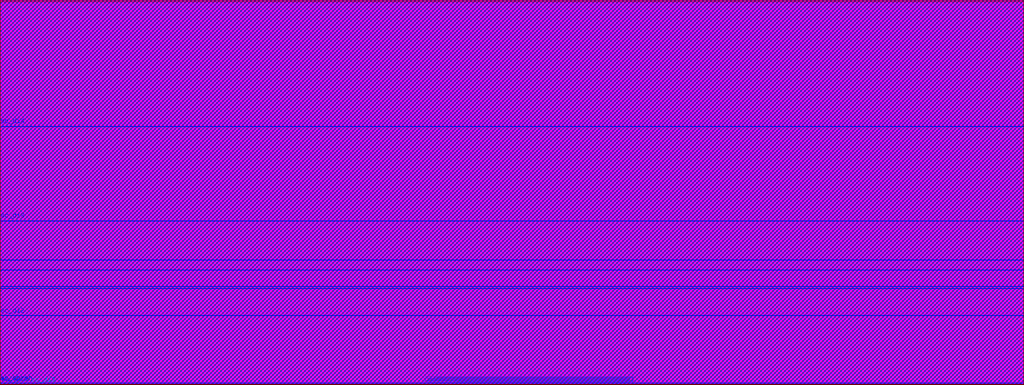
<source format=lef>
##
## LEF for PtnCells ;
## created by Encounter v14.28-s033_1 on Thu Jan 19 12:55:16 2017
##

VERSION 5.8 ;

BUSBITCHARS "[]" ;
DIVIDERCHAR "/" ;

MACRO fe
  CLASS BLOCK ;
  SIZE 1704.3000 BY 640.8000 ;
  FOREIGN fe 0.0000 0.0000 ;
  ORIGIN 0 0 ;
  SYMMETRY X Y R90 ;
  PIN clk
    DIRECTION INPUT ;
    USE SIGNAL ;
    PORT
      LAYER B1 ;
        RECT 1701.2100 640.4000 1701.3100 640.8000 ;
    END
  END clk
  PIN rst_async_n
    DIRECTION INPUT ;
    USE SIGNAL ;
    PORT
      LAYER M4 ;
        RECT 1704.0800 637.6250 1704.3000 637.6750 ;
    END
  END rst_async_n
  PIN i_valid
    DIRECTION INPUT ;
    USE SIGNAL ;
    PORT
      LAYER B1 ;
        RECT 1555.8100 0.0000 1555.9100 0.4000 ;
    END
  END i_valid
  PIN i_subsampling
    DIRECTION INPUT ;
    USE SIGNAL ;
    PORT
      LAYER M5 ;
        RECT 1701.2850 640.5800 1701.3350 640.8000 ;
    END
  END i_subsampling
  PIN i_enable
    DIRECTION INPUT ;
    USE SIGNAL ;
    PORT
      LAYER M6 ;
        RECT 1704.0800 637.8250 1704.3000 637.8750 ;
    END
  END i_enable
  PIN i_static_pipe_lat[9]
    DIRECTION INPUT ;
    USE SIGNAL ;
    PORT
      LAYER M4 ;
        RECT 1704.0800 638.2250 1704.3000 638.2750 ;
    END
  END i_static_pipe_lat[9]
  PIN i_static_pipe_lat[8]
    DIRECTION INPUT ;
    USE SIGNAL ;
    PORT
      LAYER M6 ;
        RECT 1704.0800 638.2250 1704.3000 638.2750 ;
    END
  END i_static_pipe_lat[8]
  PIN i_static_pipe_lat[7]
    DIRECTION INPUT ;
    USE SIGNAL ;
    PORT
      LAYER M3 ;
        RECT 1701.6850 640.5800 1701.7350 640.8000 ;
    END
  END i_static_pipe_lat[7]
  PIN i_static_pipe_lat[6]
    DIRECTION INPUT ;
    USE SIGNAL ;
    PORT
      LAYER M5 ;
        RECT 1701.6850 640.5800 1701.7350 640.8000 ;
    END
  END i_static_pipe_lat[6]
  PIN i_static_pipe_lat[5]
    DIRECTION INPUT ;
    USE SIGNAL ;
    PORT
      LAYER B1 ;
        RECT 1701.6100 640.4000 1701.7100 640.8000 ;
    END
  END i_static_pipe_lat[5]
  PIN i_static_pipe_lat[4]
    DIRECTION INPUT ;
    USE SIGNAL ;
    PORT
      LAYER M4 ;
        RECT 1704.0800 638.0250 1704.3000 638.0750 ;
    END
  END i_static_pipe_lat[4]
  PIN i_static_pipe_lat[3]
    DIRECTION INPUT ;
    USE SIGNAL ;
    PORT
      LAYER M6 ;
        RECT 1704.0800 638.0250 1704.3000 638.0750 ;
    END
  END i_static_pipe_lat[3]
  PIN i_static_pipe_lat[2]
    DIRECTION INPUT ;
    USE SIGNAL ;
    PORT
      LAYER M3 ;
        RECT 1701.4850 640.5800 1701.5350 640.8000 ;
    END
  END i_static_pipe_lat[2]
  PIN i_static_pipe_lat[1]
    DIRECTION INPUT ;
    USE SIGNAL ;
    PORT
      LAYER M5 ;
        RECT 1701.4850 640.5800 1701.5350 640.8000 ;
    END
  END i_static_pipe_lat[1]
  PIN i_static_pipe_lat[0]
    DIRECTION INPUT ;
    USE SIGNAL ;
    PORT
      LAYER M4 ;
        RECT 1704.0800 637.8250 1704.3000 637.8750 ;
    END
  END i_static_pipe_lat[0]
  PIN i_static_coef[44]
    DIRECTION INPUT ;
    USE SIGNAL ;
    PORT
      LAYER M4 ;
        RECT 1704.0800 640.2250 1704.3000 640.2750 ;
    END
  END i_static_coef[44]
  PIN i_static_coef[43]
    DIRECTION INPUT ;
    USE SIGNAL ;
    PORT
      LAYER M6 ;
        RECT 1704.0800 640.2250 1704.3000 640.2750 ;
    END
  END i_static_coef[43]
  PIN i_static_coef[42]
    DIRECTION INPUT ;
    USE SIGNAL ;
    PORT
      LAYER M4 ;
        RECT 1704.0800 640.0250 1704.3000 640.0750 ;
    END
  END i_static_coef[42]
  PIN i_static_coef[41]
    DIRECTION INPUT ;
    USE SIGNAL ;
    PORT
      LAYER M6 ;
        RECT 1704.0800 640.0250 1704.3000 640.0750 ;
    END
  END i_static_coef[41]
  PIN i_static_coef[40]
    DIRECTION INPUT ;
    USE SIGNAL ;
    PORT
      LAYER M4 ;
        RECT 1704.0800 639.8250 1704.3000 639.8750 ;
    END
  END i_static_coef[40]
  PIN i_static_coef[39]
    DIRECTION INPUT ;
    USE SIGNAL ;
    PORT
      LAYER M6 ;
        RECT 1704.0800 639.8250 1704.3000 639.8750 ;
    END
  END i_static_coef[39]
  PIN i_static_coef[38]
    DIRECTION INPUT ;
    USE SIGNAL ;
    PORT
      LAYER M4 ;
        RECT 1704.0800 639.6250 1704.3000 639.6750 ;
    END
  END i_static_coef[38]
  PIN i_static_coef[37]
    DIRECTION INPUT ;
    USE SIGNAL ;
    PORT
      LAYER M6 ;
        RECT 1704.0800 639.6250 1704.3000 639.6750 ;
    END
  END i_static_coef[37]
  PIN i_static_coef[36]
    DIRECTION INPUT ;
    USE SIGNAL ;
    PORT
      LAYER M4 ;
        RECT 1704.0800 639.4250 1704.3000 639.4750 ;
    END
  END i_static_coef[36]
  PIN i_static_coef[35]
    DIRECTION INPUT ;
    USE SIGNAL ;
    PORT
      LAYER M6 ;
        RECT 1704.0800 639.4250 1704.3000 639.4750 ;
    END
  END i_static_coef[35]
  PIN i_static_coef[34]
    DIRECTION INPUT ;
    USE SIGNAL ;
    PORT
      LAYER M5 ;
        RECT 1702.8850 640.5800 1702.9350 640.8000 ;
    END
  END i_static_coef[34]
  PIN i_static_coef[33]
    DIRECTION INPUT ;
    USE SIGNAL ;
    PORT
      LAYER B1 ;
        RECT 1702.8100 640.4000 1702.9100 640.8000 ;
    END
  END i_static_coef[33]
  PIN i_static_coef[32]
    DIRECTION INPUT ;
    USE SIGNAL ;
    PORT
      LAYER M4 ;
        RECT 1704.0800 639.2250 1704.3000 639.2750 ;
    END
  END i_static_coef[32]
  PIN i_static_coef[31]
    DIRECTION INPUT ;
    USE SIGNAL ;
    PORT
      LAYER M6 ;
        RECT 1704.0800 639.2250 1704.3000 639.2750 ;
    END
  END i_static_coef[31]
  PIN i_static_coef[30]
    DIRECTION INPUT ;
    USE SIGNAL ;
    PORT
      LAYER M3 ;
        RECT 1702.6850 640.5800 1702.7350 640.8000 ;
    END
  END i_static_coef[30]
  PIN i_static_coef[29]
    DIRECTION INPUT ;
    USE SIGNAL ;
    PORT
      LAYER M5 ;
        RECT 1702.6850 640.5800 1702.7350 640.8000 ;
    END
  END i_static_coef[29]
  PIN i_static_coef[28]
    DIRECTION INPUT ;
    USE SIGNAL ;
    PORT
      LAYER M4 ;
        RECT 1704.0800 639.0250 1704.3000 639.0750 ;
    END
  END i_static_coef[28]
  PIN i_static_coef[27]
    DIRECTION INPUT ;
    USE SIGNAL ;
    PORT
      LAYER M6 ;
        RECT 1704.0800 639.0250 1704.3000 639.0750 ;
    END
  END i_static_coef[27]
  PIN i_static_coef[26]
    DIRECTION INPUT ;
    USE SIGNAL ;
    PORT
      LAYER M3 ;
        RECT 1702.4850 640.5800 1702.5350 640.8000 ;
    END
  END i_static_coef[26]
  PIN i_static_coef[25]
    DIRECTION INPUT ;
    USE SIGNAL ;
    PORT
      LAYER M5 ;
        RECT 1702.4850 640.5800 1702.5350 640.8000 ;
    END
  END i_static_coef[25]
  PIN i_static_coef[24]
    DIRECTION INPUT ;
    USE SIGNAL ;
    PORT
      LAYER B1 ;
        RECT 1702.4100 640.4000 1702.5100 640.8000 ;
    END
  END i_static_coef[24]
  PIN i_static_coef[23]
    DIRECTION INPUT ;
    USE SIGNAL ;
    PORT
      LAYER M4 ;
        RECT 1704.0800 638.8250 1704.3000 638.8750 ;
    END
  END i_static_coef[23]
  PIN i_static_coef[22]
    DIRECTION INPUT ;
    USE SIGNAL ;
    PORT
      LAYER M4 ;
        RECT 1704.0800 0.5250 1704.3000 0.5750 ;
    END
  END i_static_coef[22]
  PIN i_static_coef[21]
    DIRECTION INPUT ;
    USE SIGNAL ;
    PORT
      LAYER M6 ;
        RECT 1704.0800 638.8250 1704.3000 638.8750 ;
    END
  END i_static_coef[21]
  PIN i_static_coef[20]
    DIRECTION INPUT ;
    USE SIGNAL ;
    PORT
      LAYER M3 ;
        RECT 1702.2850 640.5800 1702.3350 640.8000 ;
    END
  END i_static_coef[20]
  PIN i_static_coef[19]
    DIRECTION INPUT ;
    USE SIGNAL ;
    PORT
      LAYER M6 ;
        RECT 1704.0800 0.5250 1704.3000 0.5750 ;
    END
  END i_static_coef[19]
  PIN i_static_coef[18]
    DIRECTION INPUT ;
    USE SIGNAL ;
    PORT
      LAYER M3 ;
        RECT 1703.6850 0.0000 1703.7350 0.2200 ;
    END
  END i_static_coef[18]
  PIN i_static_coef[17]
    DIRECTION INPUT ;
    USE SIGNAL ;
    PORT
      LAYER M5 ;
        RECT 1702.2850 640.5800 1702.3350 640.8000 ;
    END
  END i_static_coef[17]
  PIN i_static_coef[16]
    DIRECTION INPUT ;
    USE SIGNAL ;
    PORT
      LAYER M4 ;
        RECT 1704.0800 638.6250 1704.3000 638.6750 ;
    END
  END i_static_coef[16]
  PIN i_static_coef[15]
    DIRECTION INPUT ;
    USE SIGNAL ;
    PORT
      LAYER M5 ;
        RECT 1703.6850 0.0000 1703.7350 0.2200 ;
    END
  END i_static_coef[15]
  PIN i_static_coef[14]
    DIRECTION INPUT ;
    USE SIGNAL ;
    PORT
      LAYER M6 ;
        RECT 1704.0800 638.6250 1704.3000 638.6750 ;
    END
  END i_static_coef[14]
  PIN i_static_coef[13]
    DIRECTION INPUT ;
    USE SIGNAL ;
    PORT
      LAYER M4 ;
        RECT 1704.0800 0.7250 1704.3000 0.7750 ;
    END
  END i_static_coef[13]
  PIN i_static_coef[12]
    DIRECTION INPUT ;
    USE SIGNAL ;
    PORT
      LAYER M6 ;
        RECT 1704.0800 0.7250 1704.3000 0.7750 ;
    END
  END i_static_coef[12]
  PIN i_static_coef[11]
    DIRECTION INPUT ;
    USE SIGNAL ;
    PORT
      LAYER M3 ;
        RECT 1703.4850 0.0000 1703.5350 0.2200 ;
    END
  END i_static_coef[11]
  PIN i_static_coef[10]
    DIRECTION INPUT ;
    USE SIGNAL ;
    PORT
      LAYER M5 ;
        RECT 1703.4850 0.0000 1703.5350 0.2200 ;
    END
  END i_static_coef[10]
  PIN i_static_coef[9]
    DIRECTION INPUT ;
    USE SIGNAL ;
    PORT
      LAYER M3 ;
        RECT 1702.0850 640.5800 1702.1350 640.8000 ;
    END
  END i_static_coef[9]
  PIN i_static_coef[8]
    DIRECTION INPUT ;
    USE SIGNAL ;
    PORT
      LAYER M4 ;
        RECT 1704.0800 0.9250 1704.3000 0.9750 ;
    END
  END i_static_coef[8]
  PIN i_static_coef[7]
    DIRECTION INPUT ;
    USE SIGNAL ;
    PORT
      LAYER M6 ;
        RECT 1704.0800 0.9250 1704.3000 0.9750 ;
    END
  END i_static_coef[7]
  PIN i_static_coef[6]
    DIRECTION INPUT ;
    USE SIGNAL ;
    PORT
      LAYER M5 ;
        RECT 1702.0850 640.5800 1702.1350 640.8000 ;
    END
  END i_static_coef[6]
  PIN i_static_coef[5]
    DIRECTION INPUT ;
    USE SIGNAL ;
    PORT
      LAYER B1 ;
        RECT 1702.0100 640.4000 1702.1100 640.8000 ;
    END
  END i_static_coef[5]
  PIN i_static_coef[4]
    DIRECTION INPUT ;
    USE SIGNAL ;
    PORT
      LAYER M4 ;
        RECT 1704.0800 638.4250 1704.3000 638.4750 ;
    END
  END i_static_coef[4]
  PIN i_static_coef[3]
    DIRECTION INPUT ;
    USE SIGNAL ;
    PORT
      LAYER M6 ;
        RECT 1704.0800 638.4250 1704.3000 638.4750 ;
    END
  END i_static_coef[3]
  PIN i_static_coef[2]
    DIRECTION INPUT ;
    USE SIGNAL ;
    PORT
      LAYER M3 ;
        RECT 1701.8850 640.5800 1701.9350 640.8000 ;
    END
  END i_static_coef[2]
  PIN i_static_coef[1]
    DIRECTION INPUT ;
    USE SIGNAL ;
    PORT
      LAYER M5 ;
        RECT 1701.8850 640.5800 1701.9350 640.8000 ;
    END
  END i_static_coef[1]
  PIN i_static_coef[0]
    DIRECTION INPUT ;
    USE SIGNAL ;
    PORT
      LAYER M3 ;
        RECT 1703.2850 0.0000 1703.3350 0.2200 ;
    END
  END i_static_coef[0]
  PIN i_data_i[575]
    DIRECTION INPUT ;
    USE SIGNAL ;
    PORT
      LAYER M3 ;
        RECT 716.9850 0.0000 717.0350 0.2200 ;
    END
  END i_data_i[575]
  PIN i_data_i[574]
    DIRECTION INPUT ;
    USE SIGNAL ;
    PORT
      LAYER M3 ;
        RECT 717.1850 0.0000 717.2350 0.2200 ;
    END
  END i_data_i[574]
  PIN i_data_i[573]
    DIRECTION INPUT ;
    USE SIGNAL ;
    PORT
      LAYER M3 ;
        RECT 717.3850 0.0000 717.4350 0.2200 ;
    END
  END i_data_i[573]
  PIN i_data_i[572]
    DIRECTION INPUT ;
    USE SIGNAL ;
    PORT
      LAYER M3 ;
        RECT 717.5850 0.0000 717.6350 0.2200 ;
    END
  END i_data_i[572]
  PIN i_data_i[571]
    DIRECTION INPUT ;
    USE SIGNAL ;
    PORT
      LAYER M3 ;
        RECT 717.7850 0.0000 717.8350 0.2200 ;
    END
  END i_data_i[571]
  PIN i_data_i[570]
    DIRECTION INPUT ;
    USE SIGNAL ;
    PORT
      LAYER M3 ;
        RECT 717.9850 0.0000 718.0350 0.2200 ;
    END
  END i_data_i[570]
  PIN i_data_i[569]
    DIRECTION INPUT ;
    USE SIGNAL ;
    PORT
      LAYER M3 ;
        RECT 718.3850 0.0000 718.4350 0.2200 ;
    END
  END i_data_i[569]
  PIN i_data_i[568]
    DIRECTION INPUT ;
    USE SIGNAL ;
    PORT
      LAYER M3 ;
        RECT 718.5850 0.0000 718.6350 0.2200 ;
    END
  END i_data_i[568]
  PIN i_data_i[567]
    DIRECTION INPUT ;
    USE SIGNAL ;
    PORT
      LAYER M3 ;
        RECT 718.7850 0.0000 718.8350 0.2200 ;
    END
  END i_data_i[567]
  PIN i_data_i[566]
    DIRECTION INPUT ;
    USE SIGNAL ;
    PORT
      LAYER M3 ;
        RECT 718.9850 0.0000 719.0350 0.2200 ;
    END
  END i_data_i[566]
  PIN i_data_i[565]
    DIRECTION INPUT ;
    USE SIGNAL ;
    PORT
      LAYER M3 ;
        RECT 719.1850 0.0000 719.2350 0.2200 ;
    END
  END i_data_i[565]
  PIN i_data_i[564]
    DIRECTION INPUT ;
    USE SIGNAL ;
    PORT
      LAYER M3 ;
        RECT 719.3850 0.0000 719.4350 0.2200 ;
    END
  END i_data_i[564]
  PIN i_data_i[563]
    DIRECTION INPUT ;
    USE SIGNAL ;
    PORT
      LAYER M3 ;
        RECT 719.5850 0.0000 719.6350 0.2200 ;
    END
  END i_data_i[563]
  PIN i_data_i[562]
    DIRECTION INPUT ;
    USE SIGNAL ;
    PORT
      LAYER M3 ;
        RECT 719.7850 0.0000 719.8350 0.2200 ;
    END
  END i_data_i[562]
  PIN i_data_i[561]
    DIRECTION INPUT ;
    USE SIGNAL ;
    PORT
      LAYER M3 ;
        RECT 719.9850 0.0000 720.0350 0.2200 ;
    END
  END i_data_i[561]
  PIN i_data_i[560]
    DIRECTION INPUT ;
    USE SIGNAL ;
    PORT
      LAYER M3 ;
        RECT 720.1850 0.0000 720.2350 0.2200 ;
    END
  END i_data_i[560]
  PIN i_data_i[559]
    DIRECTION INPUT ;
    USE SIGNAL ;
    PORT
      LAYER M3 ;
        RECT 720.5850 0.0000 720.6350 0.2200 ;
    END
  END i_data_i[559]
  PIN i_data_i[558]
    DIRECTION INPUT ;
    USE SIGNAL ;
    PORT
      LAYER M3 ;
        RECT 720.7850 0.0000 720.8350 0.2200 ;
    END
  END i_data_i[558]
  PIN i_data_i[557]
    DIRECTION INPUT ;
    USE SIGNAL ;
    PORT
      LAYER M3 ;
        RECT 720.9850 0.0000 721.0350 0.2200 ;
    END
  END i_data_i[557]
  PIN i_data_i[556]
    DIRECTION INPUT ;
    USE SIGNAL ;
    PORT
      LAYER M3 ;
        RECT 721.1850 0.0000 721.2350 0.2200 ;
    END
  END i_data_i[556]
  PIN i_data_i[555]
    DIRECTION INPUT ;
    USE SIGNAL ;
    PORT
      LAYER M3 ;
        RECT 721.3850 0.0000 721.4350 0.2200 ;
    END
  END i_data_i[555]
  PIN i_data_i[554]
    DIRECTION INPUT ;
    USE SIGNAL ;
    PORT
      LAYER M3 ;
        RECT 721.5850 0.0000 721.6350 0.2200 ;
    END
  END i_data_i[554]
  PIN i_data_i[553]
    DIRECTION INPUT ;
    USE SIGNAL ;
    PORT
      LAYER M3 ;
        RECT 721.7850 0.0000 721.8350 0.2200 ;
    END
  END i_data_i[553]
  PIN i_data_i[552]
    DIRECTION INPUT ;
    USE SIGNAL ;
    PORT
      LAYER M3 ;
        RECT 721.9850 0.0000 722.0350 0.2200 ;
    END
  END i_data_i[552]
  PIN i_data_i[551]
    DIRECTION INPUT ;
    USE SIGNAL ;
    PORT
      LAYER M3 ;
        RECT 722.1850 0.0000 722.2350 0.2200 ;
    END
  END i_data_i[551]
  PIN i_data_i[550]
    DIRECTION INPUT ;
    USE SIGNAL ;
    PORT
      LAYER M3 ;
        RECT 722.3850 0.0000 722.4350 0.2200 ;
    END
  END i_data_i[550]
  PIN i_data_i[549]
    DIRECTION INPUT ;
    USE SIGNAL ;
    PORT
      LAYER M3 ;
        RECT 722.7850 0.0000 722.8350 0.2200 ;
    END
  END i_data_i[549]
  PIN i_data_i[548]
    DIRECTION INPUT ;
    USE SIGNAL ;
    PORT
      LAYER M3 ;
        RECT 722.9850 0.0000 723.0350 0.2200 ;
    END
  END i_data_i[548]
  PIN i_data_i[547]
    DIRECTION INPUT ;
    USE SIGNAL ;
    PORT
      LAYER M3 ;
        RECT 723.1850 0.0000 723.2350 0.2200 ;
    END
  END i_data_i[547]
  PIN i_data_i[546]
    DIRECTION INPUT ;
    USE SIGNAL ;
    PORT
      LAYER M3 ;
        RECT 723.3850 0.0000 723.4350 0.2200 ;
    END
  END i_data_i[546]
  PIN i_data_i[545]
    DIRECTION INPUT ;
    USE SIGNAL ;
    PORT
      LAYER M3 ;
        RECT 723.5850 0.0000 723.6350 0.2200 ;
    END
  END i_data_i[545]
  PIN i_data_i[544]
    DIRECTION INPUT ;
    USE SIGNAL ;
    PORT
      LAYER M3 ;
        RECT 723.7850 0.0000 723.8350 0.2200 ;
    END
  END i_data_i[544]
  PIN i_data_i[543]
    DIRECTION INPUT ;
    USE SIGNAL ;
    PORT
      LAYER M3 ;
        RECT 723.9850 0.0000 724.0350 0.2200 ;
    END
  END i_data_i[543]
  PIN i_data_i[542]
    DIRECTION INPUT ;
    USE SIGNAL ;
    PORT
      LAYER M3 ;
        RECT 724.1850 0.0000 724.2350 0.2200 ;
    END
  END i_data_i[542]
  PIN i_data_i[541]
    DIRECTION INPUT ;
    USE SIGNAL ;
    PORT
      LAYER M3 ;
        RECT 724.3850 0.0000 724.4350 0.2200 ;
    END
  END i_data_i[541]
  PIN i_data_i[540]
    DIRECTION INPUT ;
    USE SIGNAL ;
    PORT
      LAYER M3 ;
        RECT 724.5850 0.0000 724.6350 0.2200 ;
    END
  END i_data_i[540]
  PIN i_data_i[539]
    DIRECTION INPUT ;
    USE SIGNAL ;
    PORT
      LAYER M3 ;
        RECT 724.9850 0.0000 725.0350 0.2200 ;
    END
  END i_data_i[539]
  PIN i_data_i[538]
    DIRECTION INPUT ;
    USE SIGNAL ;
    PORT
      LAYER M3 ;
        RECT 725.1850 0.0000 725.2350 0.2200 ;
    END
  END i_data_i[538]
  PIN i_data_i[537]
    DIRECTION INPUT ;
    USE SIGNAL ;
    PORT
      LAYER M3 ;
        RECT 725.3850 0.0000 725.4350 0.2200 ;
    END
  END i_data_i[537]
  PIN i_data_i[536]
    DIRECTION INPUT ;
    USE SIGNAL ;
    PORT
      LAYER M3 ;
        RECT 725.5850 0.0000 725.6350 0.2200 ;
    END
  END i_data_i[536]
  PIN i_data_i[535]
    DIRECTION INPUT ;
    USE SIGNAL ;
    PORT
      LAYER M3 ;
        RECT 725.7850 0.0000 725.8350 0.2200 ;
    END
  END i_data_i[535]
  PIN i_data_i[534]
    DIRECTION INPUT ;
    USE SIGNAL ;
    PORT
      LAYER M3 ;
        RECT 725.9850 0.0000 726.0350 0.2200 ;
    END
  END i_data_i[534]
  PIN i_data_i[533]
    DIRECTION INPUT ;
    USE SIGNAL ;
    PORT
      LAYER M3 ;
        RECT 726.1850 0.0000 726.2350 0.2200 ;
    END
  END i_data_i[533]
  PIN i_data_i[532]
    DIRECTION INPUT ;
    USE SIGNAL ;
    PORT
      LAYER M3 ;
        RECT 726.3850 0.0000 726.4350 0.2200 ;
    END
  END i_data_i[532]
  PIN i_data_i[531]
    DIRECTION INPUT ;
    USE SIGNAL ;
    PORT
      LAYER M3 ;
        RECT 726.5850 0.0000 726.6350 0.2200 ;
    END
  END i_data_i[531]
  PIN i_data_i[530]
    DIRECTION INPUT ;
    USE SIGNAL ;
    PORT
      LAYER M3 ;
        RECT 726.7850 0.0000 726.8350 0.2200 ;
    END
  END i_data_i[530]
  PIN i_data_i[529]
    DIRECTION INPUT ;
    USE SIGNAL ;
    PORT
      LAYER M3 ;
        RECT 727.1850 0.0000 727.2350 0.2200 ;
    END
  END i_data_i[529]
  PIN i_data_i[528]
    DIRECTION INPUT ;
    USE SIGNAL ;
    PORT
      LAYER M3 ;
        RECT 727.3850 0.0000 727.4350 0.2200 ;
    END
  END i_data_i[528]
  PIN i_data_i[527]
    DIRECTION INPUT ;
    USE SIGNAL ;
    PORT
      LAYER M3 ;
        RECT 727.5850 0.0000 727.6350 0.2200 ;
    END
  END i_data_i[527]
  PIN i_data_i[526]
    DIRECTION INPUT ;
    USE SIGNAL ;
    PORT
      LAYER M3 ;
        RECT 727.7850 0.0000 727.8350 0.2200 ;
    END
  END i_data_i[526]
  PIN i_data_i[525]
    DIRECTION INPUT ;
    USE SIGNAL ;
    PORT
      LAYER M3 ;
        RECT 727.9850 0.0000 728.0350 0.2200 ;
    END
  END i_data_i[525]
  PIN i_data_i[524]
    DIRECTION INPUT ;
    USE SIGNAL ;
    PORT
      LAYER M3 ;
        RECT 728.1850 0.0000 728.2350 0.2200 ;
    END
  END i_data_i[524]
  PIN i_data_i[523]
    DIRECTION INPUT ;
    USE SIGNAL ;
    PORT
      LAYER M3 ;
        RECT 732.0850 0.0000 732.1350 0.2200 ;
    END
  END i_data_i[523]
  PIN i_data_i[522]
    DIRECTION INPUT ;
    USE SIGNAL ;
    PORT
      LAYER M3 ;
        RECT 732.2850 0.0000 732.3350 0.2200 ;
    END
  END i_data_i[522]
  PIN i_data_i[521]
    DIRECTION INPUT ;
    USE SIGNAL ;
    PORT
      LAYER M3 ;
        RECT 732.4850 0.0000 732.5350 0.2200 ;
    END
  END i_data_i[521]
  PIN i_data_i[520]
    DIRECTION INPUT ;
    USE SIGNAL ;
    PORT
      LAYER M3 ;
        RECT 732.6850 0.0000 732.7350 0.2200 ;
    END
  END i_data_i[520]
  PIN i_data_i[519]
    DIRECTION INPUT ;
    USE SIGNAL ;
    PORT
      LAYER M3 ;
        RECT 733.0850 0.0000 733.1350 0.2200 ;
    END
  END i_data_i[519]
  PIN i_data_i[518]
    DIRECTION INPUT ;
    USE SIGNAL ;
    PORT
      LAYER M3 ;
        RECT 733.2850 0.0000 733.3350 0.2200 ;
    END
  END i_data_i[518]
  PIN i_data_i[517]
    DIRECTION INPUT ;
    USE SIGNAL ;
    PORT
      LAYER M3 ;
        RECT 733.4850 0.0000 733.5350 0.2200 ;
    END
  END i_data_i[517]
  PIN i_data_i[516]
    DIRECTION INPUT ;
    USE SIGNAL ;
    PORT
      LAYER M3 ;
        RECT 733.6850 0.0000 733.7350 0.2200 ;
    END
  END i_data_i[516]
  PIN i_data_i[515]
    DIRECTION INPUT ;
    USE SIGNAL ;
    PORT
      LAYER M3 ;
        RECT 733.8850 0.0000 733.9350 0.2200 ;
    END
  END i_data_i[515]
  PIN i_data_i[514]
    DIRECTION INPUT ;
    USE SIGNAL ;
    PORT
      LAYER M3 ;
        RECT 734.0850 0.0000 734.1350 0.2200 ;
    END
  END i_data_i[514]
  PIN i_data_i[513]
    DIRECTION INPUT ;
    USE SIGNAL ;
    PORT
      LAYER M3 ;
        RECT 734.2850 0.0000 734.3350 0.2200 ;
    END
  END i_data_i[513]
  PIN i_data_i[512]
    DIRECTION INPUT ;
    USE SIGNAL ;
    PORT
      LAYER M3 ;
        RECT 734.4850 0.0000 734.5350 0.2200 ;
    END
  END i_data_i[512]
  PIN i_data_i[511]
    DIRECTION INPUT ;
    USE SIGNAL ;
    PORT
      LAYER M3 ;
        RECT 734.6850 0.0000 734.7350 0.2200 ;
    END
  END i_data_i[511]
  PIN i_data_i[510]
    DIRECTION INPUT ;
    USE SIGNAL ;
    PORT
      LAYER M3 ;
        RECT 734.8850 0.0000 734.9350 0.2200 ;
    END
  END i_data_i[510]
  PIN i_data_i[509]
    DIRECTION INPUT ;
    USE SIGNAL ;
    PORT
      LAYER M3 ;
        RECT 735.2850 0.0000 735.3350 0.2200 ;
    END
  END i_data_i[509]
  PIN i_data_i[508]
    DIRECTION INPUT ;
    USE SIGNAL ;
    PORT
      LAYER M3 ;
        RECT 735.4850 0.0000 735.5350 0.2200 ;
    END
  END i_data_i[508]
  PIN i_data_i[507]
    DIRECTION INPUT ;
    USE SIGNAL ;
    PORT
      LAYER M3 ;
        RECT 735.6850 0.0000 735.7350 0.2200 ;
    END
  END i_data_i[507]
  PIN i_data_i[506]
    DIRECTION INPUT ;
    USE SIGNAL ;
    PORT
      LAYER M3 ;
        RECT 735.8850 0.0000 735.9350 0.2200 ;
    END
  END i_data_i[506]
  PIN i_data_i[505]
    DIRECTION INPUT ;
    USE SIGNAL ;
    PORT
      LAYER M3 ;
        RECT 736.0850 0.0000 736.1350 0.2200 ;
    END
  END i_data_i[505]
  PIN i_data_i[504]
    DIRECTION INPUT ;
    USE SIGNAL ;
    PORT
      LAYER M3 ;
        RECT 736.2850 0.0000 736.3350 0.2200 ;
    END
  END i_data_i[504]
  PIN i_data_i[503]
    DIRECTION INPUT ;
    USE SIGNAL ;
    PORT
      LAYER M3 ;
        RECT 736.4850 0.0000 736.5350 0.2200 ;
    END
  END i_data_i[503]
  PIN i_data_i[502]
    DIRECTION INPUT ;
    USE SIGNAL ;
    PORT
      LAYER M3 ;
        RECT 736.6850 0.0000 736.7350 0.2200 ;
    END
  END i_data_i[502]
  PIN i_data_i[501]
    DIRECTION INPUT ;
    USE SIGNAL ;
    PORT
      LAYER M3 ;
        RECT 736.8850 0.0000 736.9350 0.2200 ;
    END
  END i_data_i[501]
  PIN i_data_i[500]
    DIRECTION INPUT ;
    USE SIGNAL ;
    PORT
      LAYER M3 ;
        RECT 737.0850 0.0000 737.1350 0.2200 ;
    END
  END i_data_i[500]
  PIN i_data_i[499]
    DIRECTION INPUT ;
    USE SIGNAL ;
    PORT
      LAYER M3 ;
        RECT 737.6850 0.0000 737.7350 0.2200 ;
    END
  END i_data_i[499]
  PIN i_data_i[498]
    DIRECTION INPUT ;
    USE SIGNAL ;
    PORT
      LAYER M3 ;
        RECT 737.8850 0.0000 737.9350 0.2200 ;
    END
  END i_data_i[498]
  PIN i_data_i[497]
    DIRECTION INPUT ;
    USE SIGNAL ;
    PORT
      LAYER M3 ;
        RECT 738.0850 0.0000 738.1350 0.2200 ;
    END
  END i_data_i[497]
  PIN i_data_i[496]
    DIRECTION INPUT ;
    USE SIGNAL ;
    PORT
      LAYER M3 ;
        RECT 738.2850 0.0000 738.3350 0.2200 ;
    END
  END i_data_i[496]
  PIN i_data_i[495]
    DIRECTION INPUT ;
    USE SIGNAL ;
    PORT
      LAYER M3 ;
        RECT 738.4850 0.0000 738.5350 0.2200 ;
    END
  END i_data_i[495]
  PIN i_data_i[494]
    DIRECTION INPUT ;
    USE SIGNAL ;
    PORT
      LAYER M3 ;
        RECT 738.6850 0.0000 738.7350 0.2200 ;
    END
  END i_data_i[494]
  PIN i_data_i[493]
    DIRECTION INPUT ;
    USE SIGNAL ;
    PORT
      LAYER M3 ;
        RECT 738.8850 0.0000 738.9350 0.2200 ;
    END
  END i_data_i[493]
  PIN i_data_i[492]
    DIRECTION INPUT ;
    USE SIGNAL ;
    PORT
      LAYER M3 ;
        RECT 739.0850 0.0000 739.1350 0.2200 ;
    END
  END i_data_i[492]
  PIN i_data_i[491]
    DIRECTION INPUT ;
    USE SIGNAL ;
    PORT
      LAYER M3 ;
        RECT 739.2850 0.0000 739.3350 0.2200 ;
    END
  END i_data_i[491]
  PIN i_data_i[490]
    DIRECTION INPUT ;
    USE SIGNAL ;
    PORT
      LAYER M3 ;
        RECT 739.4850 0.0000 739.5350 0.2200 ;
    END
  END i_data_i[490]
  PIN i_data_i[489]
    DIRECTION INPUT ;
    USE SIGNAL ;
    PORT
      LAYER M3 ;
        RECT 739.8850 0.0000 739.9350 0.2200 ;
    END
  END i_data_i[489]
  PIN i_data_i[488]
    DIRECTION INPUT ;
    USE SIGNAL ;
    PORT
      LAYER M3 ;
        RECT 740.0850 0.0000 740.1350 0.2200 ;
    END
  END i_data_i[488]
  PIN i_data_i[487]
    DIRECTION INPUT ;
    USE SIGNAL ;
    PORT
      LAYER M3 ;
        RECT 740.2850 0.0000 740.3350 0.2200 ;
    END
  END i_data_i[487]
  PIN i_data_i[486]
    DIRECTION INPUT ;
    USE SIGNAL ;
    PORT
      LAYER M3 ;
        RECT 740.4850 0.0000 740.5350 0.2200 ;
    END
  END i_data_i[486]
  PIN i_data_i[485]
    DIRECTION INPUT ;
    USE SIGNAL ;
    PORT
      LAYER M3 ;
        RECT 740.6850 0.0000 740.7350 0.2200 ;
    END
  END i_data_i[485]
  PIN i_data_i[484]
    DIRECTION INPUT ;
    USE SIGNAL ;
    PORT
      LAYER M3 ;
        RECT 740.8850 0.0000 740.9350 0.2200 ;
    END
  END i_data_i[484]
  PIN i_data_i[483]
    DIRECTION INPUT ;
    USE SIGNAL ;
    PORT
      LAYER M3 ;
        RECT 741.0850 0.0000 741.1350 0.2200 ;
    END
  END i_data_i[483]
  PIN i_data_i[482]
    DIRECTION INPUT ;
    USE SIGNAL ;
    PORT
      LAYER M3 ;
        RECT 741.2850 0.0000 741.3350 0.2200 ;
    END
  END i_data_i[482]
  PIN i_data_i[481]
    DIRECTION INPUT ;
    USE SIGNAL ;
    PORT
      LAYER M3 ;
        RECT 741.4850 0.0000 741.5350 0.2200 ;
    END
  END i_data_i[481]
  PIN i_data_i[480]
    DIRECTION INPUT ;
    USE SIGNAL ;
    PORT
      LAYER M3 ;
        RECT 741.6850 0.0000 741.7350 0.2200 ;
    END
  END i_data_i[480]
  PIN i_data_i[479]
    DIRECTION INPUT ;
    USE SIGNAL ;
    PORT
      LAYER M3 ;
        RECT 742.0850 0.0000 742.1350 0.2200 ;
    END
  END i_data_i[479]
  PIN i_data_i[478]
    DIRECTION INPUT ;
    USE SIGNAL ;
    PORT
      LAYER M3 ;
        RECT 742.2850 0.0000 742.3350 0.2200 ;
    END
  END i_data_i[478]
  PIN i_data_i[477]
    DIRECTION INPUT ;
    USE SIGNAL ;
    PORT
      LAYER M3 ;
        RECT 742.4850 0.0000 742.5350 0.2200 ;
    END
  END i_data_i[477]
  PIN i_data_i[476]
    DIRECTION INPUT ;
    USE SIGNAL ;
    PORT
      LAYER M3 ;
        RECT 742.6850 0.0000 742.7350 0.2200 ;
    END
  END i_data_i[476]
  PIN i_data_i[475]
    DIRECTION INPUT ;
    USE SIGNAL ;
    PORT
      LAYER M3 ;
        RECT 742.8850 0.0000 742.9350 0.2200 ;
    END
  END i_data_i[475]
  PIN i_data_i[474]
    DIRECTION INPUT ;
    USE SIGNAL ;
    PORT
      LAYER M3 ;
        RECT 743.0850 0.0000 743.1350 0.2200 ;
    END
  END i_data_i[474]
  PIN i_data_i[473]
    DIRECTION INPUT ;
    USE SIGNAL ;
    PORT
      LAYER M3 ;
        RECT 743.2850 0.0000 743.3350 0.2200 ;
    END
  END i_data_i[473]
  PIN i_data_i[472]
    DIRECTION INPUT ;
    USE SIGNAL ;
    PORT
      LAYER M3 ;
        RECT 743.4850 0.0000 743.5350 0.2200 ;
    END
  END i_data_i[472]
  PIN i_data_i[471]
    DIRECTION INPUT ;
    USE SIGNAL ;
    PORT
      LAYER M3 ;
        RECT 743.6850 0.0000 743.7350 0.2200 ;
    END
  END i_data_i[471]
  PIN i_data_i[470]
    DIRECTION INPUT ;
    USE SIGNAL ;
    PORT
      LAYER M3 ;
        RECT 743.8850 0.0000 743.9350 0.2200 ;
    END
  END i_data_i[470]
  PIN i_data_i[469]
    DIRECTION INPUT ;
    USE SIGNAL ;
    PORT
      LAYER M3 ;
        RECT 744.2850 0.0000 744.3350 0.2200 ;
    END
  END i_data_i[469]
  PIN i_data_i[468]
    DIRECTION INPUT ;
    USE SIGNAL ;
    PORT
      LAYER M3 ;
        RECT 744.4850 0.0000 744.5350 0.2200 ;
    END
  END i_data_i[468]
  PIN i_data_i[467]
    DIRECTION INPUT ;
    USE SIGNAL ;
    PORT
      LAYER M3 ;
        RECT 744.6850 0.0000 744.7350 0.2200 ;
    END
  END i_data_i[467]
  PIN i_data_i[466]
    DIRECTION INPUT ;
    USE SIGNAL ;
    PORT
      LAYER M3 ;
        RECT 744.8850 0.0000 744.9350 0.2200 ;
    END
  END i_data_i[466]
  PIN i_data_i[465]
    DIRECTION INPUT ;
    USE SIGNAL ;
    PORT
      LAYER M3 ;
        RECT 745.0850 0.0000 745.1350 0.2200 ;
    END
  END i_data_i[465]
  PIN i_data_i[464]
    DIRECTION INPUT ;
    USE SIGNAL ;
    PORT
      LAYER M3 ;
        RECT 745.2850 0.0000 745.3350 0.2200 ;
    END
  END i_data_i[464]
  PIN i_data_i[463]
    DIRECTION INPUT ;
    USE SIGNAL ;
    PORT
      LAYER M3 ;
        RECT 745.4850 0.0000 745.5350 0.2200 ;
    END
  END i_data_i[463]
  PIN i_data_i[462]
    DIRECTION INPUT ;
    USE SIGNAL ;
    PORT
      LAYER M3 ;
        RECT 745.6850 0.0000 745.7350 0.2200 ;
    END
  END i_data_i[462]
  PIN i_data_i[461]
    DIRECTION INPUT ;
    USE SIGNAL ;
    PORT
      LAYER M3 ;
        RECT 745.8850 0.0000 745.9350 0.2200 ;
    END
  END i_data_i[461]
  PIN i_data_i[460]
    DIRECTION INPUT ;
    USE SIGNAL ;
    PORT
      LAYER M3 ;
        RECT 746.0850 0.0000 746.1350 0.2200 ;
    END
  END i_data_i[460]
  PIN i_data_i[459]
    DIRECTION INPUT ;
    USE SIGNAL ;
    PORT
      LAYER M3 ;
        RECT 746.4850 0.0000 746.5350 0.2200 ;
    END
  END i_data_i[459]
  PIN i_data_i[458]
    DIRECTION INPUT ;
    USE SIGNAL ;
    PORT
      LAYER M3 ;
        RECT 746.6850 0.0000 746.7350 0.2200 ;
    END
  END i_data_i[458]
  PIN i_data_i[457]
    DIRECTION INPUT ;
    USE SIGNAL ;
    PORT
      LAYER M3 ;
        RECT 746.8850 0.0000 746.9350 0.2200 ;
    END
  END i_data_i[457]
  PIN i_data_i[456]
    DIRECTION INPUT ;
    USE SIGNAL ;
    PORT
      LAYER M3 ;
        RECT 747.0850 0.0000 747.1350 0.2200 ;
    END
  END i_data_i[456]
  PIN i_data_i[455]
    DIRECTION INPUT ;
    USE SIGNAL ;
    PORT
      LAYER M3 ;
        RECT 747.2850 0.0000 747.3350 0.2200 ;
    END
  END i_data_i[455]
  PIN i_data_i[454]
    DIRECTION INPUT ;
    USE SIGNAL ;
    PORT
      LAYER M3 ;
        RECT 747.4850 0.0000 747.5350 0.2200 ;
    END
  END i_data_i[454]
  PIN i_data_i[453]
    DIRECTION INPUT ;
    USE SIGNAL ;
    PORT
      LAYER M3 ;
        RECT 747.6850 0.0000 747.7350 0.2200 ;
    END
  END i_data_i[453]
  PIN i_data_i[452]
    DIRECTION INPUT ;
    USE SIGNAL ;
    PORT
      LAYER M3 ;
        RECT 747.8850 0.0000 747.9350 0.2200 ;
    END
  END i_data_i[452]
  PIN i_data_i[451]
    DIRECTION INPUT ;
    USE SIGNAL ;
    PORT
      LAYER M3 ;
        RECT 748.0850 0.0000 748.1350 0.2200 ;
    END
  END i_data_i[451]
  PIN i_data_i[450]
    DIRECTION INPUT ;
    USE SIGNAL ;
    PORT
      LAYER M3 ;
        RECT 748.2850 0.0000 748.3350 0.2200 ;
    END
  END i_data_i[450]
  PIN i_data_i[449]
    DIRECTION INPUT ;
    USE SIGNAL ;
    PORT
      LAYER M3 ;
        RECT 748.6850 0.0000 748.7350 0.2200 ;
    END
  END i_data_i[449]
  PIN i_data_i[448]
    DIRECTION INPUT ;
    USE SIGNAL ;
    PORT
      LAYER M3 ;
        RECT 748.8850 0.0000 748.9350 0.2200 ;
    END
  END i_data_i[448]
  PIN i_data_i[447]
    DIRECTION INPUT ;
    USE SIGNAL ;
    PORT
      LAYER M3 ;
        RECT 749.0850 0.0000 749.1350 0.2200 ;
    END
  END i_data_i[447]
  PIN i_data_i[446]
    DIRECTION INPUT ;
    USE SIGNAL ;
    PORT
      LAYER M3 ;
        RECT 749.2850 0.0000 749.3350 0.2200 ;
    END
  END i_data_i[446]
  PIN i_data_i[445]
    DIRECTION INPUT ;
    USE SIGNAL ;
    PORT
      LAYER M3 ;
        RECT 749.4850 0.0000 749.5350 0.2200 ;
    END
  END i_data_i[445]
  PIN i_data_i[444]
    DIRECTION INPUT ;
    USE SIGNAL ;
    PORT
      LAYER M3 ;
        RECT 749.6850 0.0000 749.7350 0.2200 ;
    END
  END i_data_i[444]
  PIN i_data_i[443]
    DIRECTION INPUT ;
    USE SIGNAL ;
    PORT
      LAYER M3 ;
        RECT 749.8850 0.0000 749.9350 0.2200 ;
    END
  END i_data_i[443]
  PIN i_data_i[442]
    DIRECTION INPUT ;
    USE SIGNAL ;
    PORT
      LAYER M3 ;
        RECT 750.0850 0.0000 750.1350 0.2200 ;
    END
  END i_data_i[442]
  PIN i_data_i[441]
    DIRECTION INPUT ;
    USE SIGNAL ;
    PORT
      LAYER M3 ;
        RECT 750.2850 0.0000 750.3350 0.2200 ;
    END
  END i_data_i[441]
  PIN i_data_i[440]
    DIRECTION INPUT ;
    USE SIGNAL ;
    PORT
      LAYER M3 ;
        RECT 750.4850 0.0000 750.5350 0.2200 ;
    END
  END i_data_i[440]
  PIN i_data_i[439]
    DIRECTION INPUT ;
    USE SIGNAL ;
    PORT
      LAYER M3 ;
        RECT 750.8850 0.0000 750.9350 0.2200 ;
    END
  END i_data_i[439]
  PIN i_data_i[438]
    DIRECTION INPUT ;
    USE SIGNAL ;
    PORT
      LAYER M3 ;
        RECT 751.0850 0.0000 751.1350 0.2200 ;
    END
  END i_data_i[438]
  PIN i_data_i[437]
    DIRECTION INPUT ;
    USE SIGNAL ;
    PORT
      LAYER M3 ;
        RECT 751.2850 0.0000 751.3350 0.2200 ;
    END
  END i_data_i[437]
  PIN i_data_i[436]
    DIRECTION INPUT ;
    USE SIGNAL ;
    PORT
      LAYER M3 ;
        RECT 751.4850 0.0000 751.5350 0.2200 ;
    END
  END i_data_i[436]
  PIN i_data_i[435]
    DIRECTION INPUT ;
    USE SIGNAL ;
    PORT
      LAYER M3 ;
        RECT 751.6850 0.0000 751.7350 0.2200 ;
    END
  END i_data_i[435]
  PIN i_data_i[434]
    DIRECTION INPUT ;
    USE SIGNAL ;
    PORT
      LAYER M3 ;
        RECT 751.8850 0.0000 751.9350 0.2200 ;
    END
  END i_data_i[434]
  PIN i_data_i[433]
    DIRECTION INPUT ;
    USE SIGNAL ;
    PORT
      LAYER M3 ;
        RECT 752.0850 0.0000 752.1350 0.2200 ;
    END
  END i_data_i[433]
  PIN i_data_i[432]
    DIRECTION INPUT ;
    USE SIGNAL ;
    PORT
      LAYER M3 ;
        RECT 752.2850 0.0000 752.3350 0.2200 ;
    END
  END i_data_i[432]
  PIN i_data_i[431]
    DIRECTION INPUT ;
    USE SIGNAL ;
    PORT
      LAYER M3 ;
        RECT 752.4850 0.0000 752.5350 0.2200 ;
    END
  END i_data_i[431]
  PIN i_data_i[430]
    DIRECTION INPUT ;
    USE SIGNAL ;
    PORT
      LAYER M3 ;
        RECT 756.2850 0.0000 756.3350 0.2200 ;
    END
  END i_data_i[430]
  PIN i_data_i[429]
    DIRECTION INPUT ;
    USE SIGNAL ;
    PORT
      LAYER M3 ;
        RECT 756.6850 0.0000 756.7350 0.2200 ;
    END
  END i_data_i[429]
  PIN i_data_i[428]
    DIRECTION INPUT ;
    USE SIGNAL ;
    PORT
      LAYER M3 ;
        RECT 756.8850 0.0000 756.9350 0.2200 ;
    END
  END i_data_i[428]
  PIN i_data_i[427]
    DIRECTION INPUT ;
    USE SIGNAL ;
    PORT
      LAYER M3 ;
        RECT 757.0850 0.0000 757.1350 0.2200 ;
    END
  END i_data_i[427]
  PIN i_data_i[426]
    DIRECTION INPUT ;
    USE SIGNAL ;
    PORT
      LAYER M3 ;
        RECT 757.2850 0.0000 757.3350 0.2200 ;
    END
  END i_data_i[426]
  PIN i_data_i[425]
    DIRECTION INPUT ;
    USE SIGNAL ;
    PORT
      LAYER M3 ;
        RECT 757.4850 0.0000 757.5350 0.2200 ;
    END
  END i_data_i[425]
  PIN i_data_i[424]
    DIRECTION INPUT ;
    USE SIGNAL ;
    PORT
      LAYER M3 ;
        RECT 757.6850 0.0000 757.7350 0.2200 ;
    END
  END i_data_i[424]
  PIN i_data_i[423]
    DIRECTION INPUT ;
    USE SIGNAL ;
    PORT
      LAYER M3 ;
        RECT 757.8850 0.0000 757.9350 0.2200 ;
    END
  END i_data_i[423]
  PIN i_data_i[422]
    DIRECTION INPUT ;
    USE SIGNAL ;
    PORT
      LAYER M3 ;
        RECT 758.0850 0.0000 758.1350 0.2200 ;
    END
  END i_data_i[422]
  PIN i_data_i[421]
    DIRECTION INPUT ;
    USE SIGNAL ;
    PORT
      LAYER M3 ;
        RECT 758.2850 0.0000 758.3350 0.2200 ;
    END
  END i_data_i[421]
  PIN i_data_i[420]
    DIRECTION INPUT ;
    USE SIGNAL ;
    PORT
      LAYER M3 ;
        RECT 758.4850 0.0000 758.5350 0.2200 ;
    END
  END i_data_i[420]
  PIN i_data_i[419]
    DIRECTION INPUT ;
    USE SIGNAL ;
    PORT
      LAYER M3 ;
        RECT 758.8850 0.0000 758.9350 0.2200 ;
    END
  END i_data_i[419]
  PIN i_data_i[418]
    DIRECTION INPUT ;
    USE SIGNAL ;
    PORT
      LAYER M3 ;
        RECT 759.0850 0.0000 759.1350 0.2200 ;
    END
  END i_data_i[418]
  PIN i_data_i[417]
    DIRECTION INPUT ;
    USE SIGNAL ;
    PORT
      LAYER M3 ;
        RECT 759.2850 0.0000 759.3350 0.2200 ;
    END
  END i_data_i[417]
  PIN i_data_i[416]
    DIRECTION INPUT ;
    USE SIGNAL ;
    PORT
      LAYER M3 ;
        RECT 759.4850 0.0000 759.5350 0.2200 ;
    END
  END i_data_i[416]
  PIN i_data_i[415]
    DIRECTION INPUT ;
    USE SIGNAL ;
    PORT
      LAYER M3 ;
        RECT 759.6850 0.0000 759.7350 0.2200 ;
    END
  END i_data_i[415]
  PIN i_data_i[414]
    DIRECTION INPUT ;
    USE SIGNAL ;
    PORT
      LAYER M3 ;
        RECT 759.8850 0.0000 759.9350 0.2200 ;
    END
  END i_data_i[414]
  PIN i_data_i[413]
    DIRECTION INPUT ;
    USE SIGNAL ;
    PORT
      LAYER M3 ;
        RECT 760.0850 0.0000 760.1350 0.2200 ;
    END
  END i_data_i[413]
  PIN i_data_i[412]
    DIRECTION INPUT ;
    USE SIGNAL ;
    PORT
      LAYER M3 ;
        RECT 760.2850 0.0000 760.3350 0.2200 ;
    END
  END i_data_i[412]
  PIN i_data_i[411]
    DIRECTION INPUT ;
    USE SIGNAL ;
    PORT
      LAYER M3 ;
        RECT 760.4850 0.0000 760.5350 0.2200 ;
    END
  END i_data_i[411]
  PIN i_data_i[410]
    DIRECTION INPUT ;
    USE SIGNAL ;
    PORT
      LAYER M3 ;
        RECT 760.6850 0.0000 760.7350 0.2200 ;
    END
  END i_data_i[410]
  PIN i_data_i[409]
    DIRECTION INPUT ;
    USE SIGNAL ;
    PORT
      LAYER M3 ;
        RECT 761.0850 0.0000 761.1350 0.2200 ;
    END
  END i_data_i[409]
  PIN i_data_i[408]
    DIRECTION INPUT ;
    USE SIGNAL ;
    PORT
      LAYER M3 ;
        RECT 761.2850 0.0000 761.3350 0.2200 ;
    END
  END i_data_i[408]
  PIN i_data_i[407]
    DIRECTION INPUT ;
    USE SIGNAL ;
    PORT
      LAYER M3 ;
        RECT 761.4850 0.0000 761.5350 0.2200 ;
    END
  END i_data_i[407]
  PIN i_data_i[406]
    DIRECTION INPUT ;
    USE SIGNAL ;
    PORT
      LAYER M3 ;
        RECT 761.6850 0.0000 761.7350 0.2200 ;
    END
  END i_data_i[406]
  PIN i_data_i[405]
    DIRECTION INPUT ;
    USE SIGNAL ;
    PORT
      LAYER M3 ;
        RECT 761.8850 0.0000 761.9350 0.2200 ;
    END
  END i_data_i[405]
  PIN i_data_i[404]
    DIRECTION INPUT ;
    USE SIGNAL ;
    PORT
      LAYER M3 ;
        RECT 762.0850 0.0000 762.1350 0.2200 ;
    END
  END i_data_i[404]
  PIN i_data_i[403]
    DIRECTION INPUT ;
    USE SIGNAL ;
    PORT
      LAYER M3 ;
        RECT 762.2850 0.0000 762.3350 0.2200 ;
    END
  END i_data_i[403]
  PIN i_data_i[402]
    DIRECTION INPUT ;
    USE SIGNAL ;
    PORT
      LAYER M3 ;
        RECT 762.4850 0.0000 762.5350 0.2200 ;
    END
  END i_data_i[402]
  PIN i_data_i[401]
    DIRECTION INPUT ;
    USE SIGNAL ;
    PORT
      LAYER M3 ;
        RECT 762.6850 0.0000 762.7350 0.2200 ;
    END
  END i_data_i[401]
  PIN i_data_i[400]
    DIRECTION INPUT ;
    USE SIGNAL ;
    PORT
      LAYER M3 ;
        RECT 762.8850 0.0000 762.9350 0.2200 ;
    END
  END i_data_i[400]
  PIN i_data_i[399]
    DIRECTION INPUT ;
    USE SIGNAL ;
    PORT
      LAYER M3 ;
        RECT 763.4850 0.0000 763.5350 0.2200 ;
    END
  END i_data_i[399]
  PIN i_data_i[398]
    DIRECTION INPUT ;
    USE SIGNAL ;
    PORT
      LAYER M3 ;
        RECT 763.6850 0.0000 763.7350 0.2200 ;
    END
  END i_data_i[398]
  PIN i_data_i[397]
    DIRECTION INPUT ;
    USE SIGNAL ;
    PORT
      LAYER M3 ;
        RECT 763.8850 0.0000 763.9350 0.2200 ;
    END
  END i_data_i[397]
  PIN i_data_i[396]
    DIRECTION INPUT ;
    USE SIGNAL ;
    PORT
      LAYER M3 ;
        RECT 764.0850 0.0000 764.1350 0.2200 ;
    END
  END i_data_i[396]
  PIN i_data_i[395]
    DIRECTION INPUT ;
    USE SIGNAL ;
    PORT
      LAYER M3 ;
        RECT 764.2850 0.0000 764.3350 0.2200 ;
    END
  END i_data_i[395]
  PIN i_data_i[394]
    DIRECTION INPUT ;
    USE SIGNAL ;
    PORT
      LAYER M3 ;
        RECT 764.4850 0.0000 764.5350 0.2200 ;
    END
  END i_data_i[394]
  PIN i_data_i[393]
    DIRECTION INPUT ;
    USE SIGNAL ;
    PORT
      LAYER M3 ;
        RECT 764.6850 0.0000 764.7350 0.2200 ;
    END
  END i_data_i[393]
  PIN i_data_i[392]
    DIRECTION INPUT ;
    USE SIGNAL ;
    PORT
      LAYER M3 ;
        RECT 764.8850 0.0000 764.9350 0.2200 ;
    END
  END i_data_i[392]
  PIN i_data_i[391]
    DIRECTION INPUT ;
    USE SIGNAL ;
    PORT
      LAYER M3 ;
        RECT 765.0850 0.0000 765.1350 0.2200 ;
    END
  END i_data_i[391]
  PIN i_data_i[390]
    DIRECTION INPUT ;
    USE SIGNAL ;
    PORT
      LAYER M3 ;
        RECT 765.2850 0.0000 765.3350 0.2200 ;
    END
  END i_data_i[390]
  PIN i_data_i[389]
    DIRECTION INPUT ;
    USE SIGNAL ;
    PORT
      LAYER M3 ;
        RECT 765.6850 0.0000 765.7350 0.2200 ;
    END
  END i_data_i[389]
  PIN i_data_i[388]
    DIRECTION INPUT ;
    USE SIGNAL ;
    PORT
      LAYER M3 ;
        RECT 765.8850 0.0000 765.9350 0.2200 ;
    END
  END i_data_i[388]
  PIN i_data_i[387]
    DIRECTION INPUT ;
    USE SIGNAL ;
    PORT
      LAYER M3 ;
        RECT 766.0850 0.0000 766.1350 0.2200 ;
    END
  END i_data_i[387]
  PIN i_data_i[386]
    DIRECTION INPUT ;
    USE SIGNAL ;
    PORT
      LAYER M3 ;
        RECT 766.2850 0.0000 766.3350 0.2200 ;
    END
  END i_data_i[386]
  PIN i_data_i[385]
    DIRECTION INPUT ;
    USE SIGNAL ;
    PORT
      LAYER M3 ;
        RECT 766.4850 0.0000 766.5350 0.2200 ;
    END
  END i_data_i[385]
  PIN i_data_i[384]
    DIRECTION INPUT ;
    USE SIGNAL ;
    PORT
      LAYER M3 ;
        RECT 766.6850 0.0000 766.7350 0.2200 ;
    END
  END i_data_i[384]
  PIN i_data_i[383]
    DIRECTION INPUT ;
    USE SIGNAL ;
    PORT
      LAYER M3 ;
        RECT 766.8850 0.0000 766.9350 0.2200 ;
    END
  END i_data_i[383]
  PIN i_data_i[382]
    DIRECTION INPUT ;
    USE SIGNAL ;
    PORT
      LAYER M3 ;
        RECT 767.0850 0.0000 767.1350 0.2200 ;
    END
  END i_data_i[382]
  PIN i_data_i[381]
    DIRECTION INPUT ;
    USE SIGNAL ;
    PORT
      LAYER M3 ;
        RECT 767.2850 0.0000 767.3350 0.2200 ;
    END
  END i_data_i[381]
  PIN i_data_i[380]
    DIRECTION INPUT ;
    USE SIGNAL ;
    PORT
      LAYER M3 ;
        RECT 767.4850 0.0000 767.5350 0.2200 ;
    END
  END i_data_i[380]
  PIN i_data_i[379]
    DIRECTION INPUT ;
    USE SIGNAL ;
    PORT
      LAYER M3 ;
        RECT 767.8850 0.0000 767.9350 0.2200 ;
    END
  END i_data_i[379]
  PIN i_data_i[378]
    DIRECTION INPUT ;
    USE SIGNAL ;
    PORT
      LAYER M3 ;
        RECT 768.0850 0.0000 768.1350 0.2200 ;
    END
  END i_data_i[378]
  PIN i_data_i[377]
    DIRECTION INPUT ;
    USE SIGNAL ;
    PORT
      LAYER M3 ;
        RECT 768.2850 0.0000 768.3350 0.2200 ;
    END
  END i_data_i[377]
  PIN i_data_i[376]
    DIRECTION INPUT ;
    USE SIGNAL ;
    PORT
      LAYER M3 ;
        RECT 768.4850 0.0000 768.5350 0.2200 ;
    END
  END i_data_i[376]
  PIN i_data_i[375]
    DIRECTION INPUT ;
    USE SIGNAL ;
    PORT
      LAYER M3 ;
        RECT 768.6850 0.0000 768.7350 0.2200 ;
    END
  END i_data_i[375]
  PIN i_data_i[374]
    DIRECTION INPUT ;
    USE SIGNAL ;
    PORT
      LAYER M3 ;
        RECT 768.8850 0.0000 768.9350 0.2200 ;
    END
  END i_data_i[374]
  PIN i_data_i[373]
    DIRECTION INPUT ;
    USE SIGNAL ;
    PORT
      LAYER M3 ;
        RECT 769.0850 0.0000 769.1350 0.2200 ;
    END
  END i_data_i[373]
  PIN i_data_i[372]
    DIRECTION INPUT ;
    USE SIGNAL ;
    PORT
      LAYER M3 ;
        RECT 769.2850 0.0000 769.3350 0.2200 ;
    END
  END i_data_i[372]
  PIN i_data_i[371]
    DIRECTION INPUT ;
    USE SIGNAL ;
    PORT
      LAYER M3 ;
        RECT 769.4850 0.0000 769.5350 0.2200 ;
    END
  END i_data_i[371]
  PIN i_data_i[370]
    DIRECTION INPUT ;
    USE SIGNAL ;
    PORT
      LAYER M3 ;
        RECT 769.6850 0.0000 769.7350 0.2200 ;
    END
  END i_data_i[370]
  PIN i_data_i[369]
    DIRECTION INPUT ;
    USE SIGNAL ;
    PORT
      LAYER M3 ;
        RECT 770.0850 0.0000 770.1350 0.2200 ;
    END
  END i_data_i[369]
  PIN i_data_i[368]
    DIRECTION INPUT ;
    USE SIGNAL ;
    PORT
      LAYER M3 ;
        RECT 770.2850 0.0000 770.3350 0.2200 ;
    END
  END i_data_i[368]
  PIN i_data_i[367]
    DIRECTION INPUT ;
    USE SIGNAL ;
    PORT
      LAYER M3 ;
        RECT 770.4850 0.0000 770.5350 0.2200 ;
    END
  END i_data_i[367]
  PIN i_data_i[366]
    DIRECTION INPUT ;
    USE SIGNAL ;
    PORT
      LAYER M3 ;
        RECT 770.6850 0.0000 770.7350 0.2200 ;
    END
  END i_data_i[366]
  PIN i_data_i[365]
    DIRECTION INPUT ;
    USE SIGNAL ;
    PORT
      LAYER M3 ;
        RECT 770.8850 0.0000 770.9350 0.2200 ;
    END
  END i_data_i[365]
  PIN i_data_i[364]
    DIRECTION INPUT ;
    USE SIGNAL ;
    PORT
      LAYER M3 ;
        RECT 771.0850 0.0000 771.1350 0.2200 ;
    END
  END i_data_i[364]
  PIN i_data_i[363]
    DIRECTION INPUT ;
    USE SIGNAL ;
    PORT
      LAYER M3 ;
        RECT 771.2850 0.0000 771.3350 0.2200 ;
    END
  END i_data_i[363]
  PIN i_data_i[362]
    DIRECTION INPUT ;
    USE SIGNAL ;
    PORT
      LAYER M3 ;
        RECT 771.4850 0.0000 771.5350 0.2200 ;
    END
  END i_data_i[362]
  PIN i_data_i[361]
    DIRECTION INPUT ;
    USE SIGNAL ;
    PORT
      LAYER M3 ;
        RECT 771.6850 0.0000 771.7350 0.2200 ;
    END
  END i_data_i[361]
  PIN i_data_i[360]
    DIRECTION INPUT ;
    USE SIGNAL ;
    PORT
      LAYER M3 ;
        RECT 771.8850 0.0000 771.9350 0.2200 ;
    END
  END i_data_i[360]
  PIN i_data_i[359]
    DIRECTION INPUT ;
    USE SIGNAL ;
    PORT
      LAYER M3 ;
        RECT 772.2850 0.0000 772.3350 0.2200 ;
    END
  END i_data_i[359]
  PIN i_data_i[358]
    DIRECTION INPUT ;
    USE SIGNAL ;
    PORT
      LAYER M3 ;
        RECT 772.4850 0.0000 772.5350 0.2200 ;
    END
  END i_data_i[358]
  PIN i_data_i[357]
    DIRECTION INPUT ;
    USE SIGNAL ;
    PORT
      LAYER M3 ;
        RECT 772.6850 0.0000 772.7350 0.2200 ;
    END
  END i_data_i[357]
  PIN i_data_i[356]
    DIRECTION INPUT ;
    USE SIGNAL ;
    PORT
      LAYER M3 ;
        RECT 772.8850 0.0000 772.9350 0.2200 ;
    END
  END i_data_i[356]
  PIN i_data_i[355]
    DIRECTION INPUT ;
    USE SIGNAL ;
    PORT
      LAYER M3 ;
        RECT 773.0850 0.0000 773.1350 0.2200 ;
    END
  END i_data_i[355]
  PIN i_data_i[354]
    DIRECTION INPUT ;
    USE SIGNAL ;
    PORT
      LAYER M3 ;
        RECT 773.2850 0.0000 773.3350 0.2200 ;
    END
  END i_data_i[354]
  PIN i_data_i[353]
    DIRECTION INPUT ;
    USE SIGNAL ;
    PORT
      LAYER M3 ;
        RECT 773.4850 0.0000 773.5350 0.2200 ;
    END
  END i_data_i[353]
  PIN i_data_i[352]
    DIRECTION INPUT ;
    USE SIGNAL ;
    PORT
      LAYER M3 ;
        RECT 773.6850 0.0000 773.7350 0.2200 ;
    END
  END i_data_i[352]
  PIN i_data_i[351]
    DIRECTION INPUT ;
    USE SIGNAL ;
    PORT
      LAYER M3 ;
        RECT 773.8850 0.0000 773.9350 0.2200 ;
    END
  END i_data_i[351]
  PIN i_data_i[350]
    DIRECTION INPUT ;
    USE SIGNAL ;
    PORT
      LAYER M3 ;
        RECT 774.0850 0.0000 774.1350 0.2200 ;
    END
  END i_data_i[350]
  PIN i_data_i[349]
    DIRECTION INPUT ;
    USE SIGNAL ;
    PORT
      LAYER M3 ;
        RECT 774.4850 0.0000 774.5350 0.2200 ;
    END
  END i_data_i[349]
  PIN i_data_i[348]
    DIRECTION INPUT ;
    USE SIGNAL ;
    PORT
      LAYER M3 ;
        RECT 774.6850 0.0000 774.7350 0.2200 ;
    END
  END i_data_i[348]
  PIN i_data_i[347]
    DIRECTION INPUT ;
    USE SIGNAL ;
    PORT
      LAYER M3 ;
        RECT 774.8850 0.0000 774.9350 0.2200 ;
    END
  END i_data_i[347]
  PIN i_data_i[346]
    DIRECTION INPUT ;
    USE SIGNAL ;
    PORT
      LAYER M3 ;
        RECT 775.0850 0.0000 775.1350 0.2200 ;
    END
  END i_data_i[346]
  PIN i_data_i[345]
    DIRECTION INPUT ;
    USE SIGNAL ;
    PORT
      LAYER M3 ;
        RECT 775.2850 0.0000 775.3350 0.2200 ;
    END
  END i_data_i[345]
  PIN i_data_i[344]
    DIRECTION INPUT ;
    USE SIGNAL ;
    PORT
      LAYER M3 ;
        RECT 775.4850 0.0000 775.5350 0.2200 ;
    END
  END i_data_i[344]
  PIN i_data_i[343]
    DIRECTION INPUT ;
    USE SIGNAL ;
    PORT
      LAYER M3 ;
        RECT 775.6850 0.0000 775.7350 0.2200 ;
    END
  END i_data_i[343]
  PIN i_data_i[342]
    DIRECTION INPUT ;
    USE SIGNAL ;
    PORT
      LAYER M3 ;
        RECT 775.8850 0.0000 775.9350 0.2200 ;
    END
  END i_data_i[342]
  PIN i_data_i[341]
    DIRECTION INPUT ;
    USE SIGNAL ;
    PORT
      LAYER M3 ;
        RECT 776.0850 0.0000 776.1350 0.2200 ;
    END
  END i_data_i[341]
  PIN i_data_i[340]
    DIRECTION INPUT ;
    USE SIGNAL ;
    PORT
      LAYER M3 ;
        RECT 776.2850 0.0000 776.3350 0.2200 ;
    END
  END i_data_i[340]
  PIN i_data_i[339]
    DIRECTION INPUT ;
    USE SIGNAL ;
    PORT
      LAYER M3 ;
        RECT 776.6850 0.0000 776.7350 0.2200 ;
    END
  END i_data_i[339]
  PIN i_data_i[338]
    DIRECTION INPUT ;
    USE SIGNAL ;
    PORT
      LAYER M3 ;
        RECT 776.8850 0.0000 776.9350 0.2200 ;
    END
  END i_data_i[338]
  PIN i_data_i[337]
    DIRECTION INPUT ;
    USE SIGNAL ;
    PORT
      LAYER M3 ;
        RECT 780.5850 0.0000 780.6350 0.2200 ;
    END
  END i_data_i[337]
  PIN i_data_i[336]
    DIRECTION INPUT ;
    USE SIGNAL ;
    PORT
      LAYER M3 ;
        RECT 780.7850 0.0000 780.8350 0.2200 ;
    END
  END i_data_i[336]
  PIN i_data_i[335]
    DIRECTION INPUT ;
    USE SIGNAL ;
    PORT
      LAYER M3 ;
        RECT 780.9850 0.0000 781.0350 0.2200 ;
    END
  END i_data_i[335]
  PIN i_data_i[334]
    DIRECTION INPUT ;
    USE SIGNAL ;
    PORT
      LAYER M3 ;
        RECT 781.1850 0.0000 781.2350 0.2200 ;
    END
  END i_data_i[334]
  PIN i_data_i[333]
    DIRECTION INPUT ;
    USE SIGNAL ;
    PORT
      LAYER M3 ;
        RECT 781.3850 0.0000 781.4350 0.2200 ;
    END
  END i_data_i[333]
  PIN i_data_i[332]
    DIRECTION INPUT ;
    USE SIGNAL ;
    PORT
      LAYER M3 ;
        RECT 781.5850 0.0000 781.6350 0.2200 ;
    END
  END i_data_i[332]
  PIN i_data_i[331]
    DIRECTION INPUT ;
    USE SIGNAL ;
    PORT
      LAYER M3 ;
        RECT 781.7850 0.0000 781.8350 0.2200 ;
    END
  END i_data_i[331]
  PIN i_data_i[330]
    DIRECTION INPUT ;
    USE SIGNAL ;
    PORT
      LAYER M3 ;
        RECT 781.9850 0.0000 782.0350 0.2200 ;
    END
  END i_data_i[330]
  PIN i_data_i[329]
    DIRECTION INPUT ;
    USE SIGNAL ;
    PORT
      LAYER M3 ;
        RECT 782.3850 0.0000 782.4350 0.2200 ;
    END
  END i_data_i[329]
  PIN i_data_i[328]
    DIRECTION INPUT ;
    USE SIGNAL ;
    PORT
      LAYER M3 ;
        RECT 782.5850 0.0000 782.6350 0.2200 ;
    END
  END i_data_i[328]
  PIN i_data_i[327]
    DIRECTION INPUT ;
    USE SIGNAL ;
    PORT
      LAYER M3 ;
        RECT 782.7850 0.0000 782.8350 0.2200 ;
    END
  END i_data_i[327]
  PIN i_data_i[326]
    DIRECTION INPUT ;
    USE SIGNAL ;
    PORT
      LAYER M3 ;
        RECT 782.9850 0.0000 783.0350 0.2200 ;
    END
  END i_data_i[326]
  PIN i_data_i[325]
    DIRECTION INPUT ;
    USE SIGNAL ;
    PORT
      LAYER M3 ;
        RECT 783.1850 0.0000 783.2350 0.2200 ;
    END
  END i_data_i[325]
  PIN i_data_i[324]
    DIRECTION INPUT ;
    USE SIGNAL ;
    PORT
      LAYER M3 ;
        RECT 783.3850 0.0000 783.4350 0.2200 ;
    END
  END i_data_i[324]
  PIN i_data_i[323]
    DIRECTION INPUT ;
    USE SIGNAL ;
    PORT
      LAYER M3 ;
        RECT 783.5850 0.0000 783.6350 0.2200 ;
    END
  END i_data_i[323]
  PIN i_data_i[322]
    DIRECTION INPUT ;
    USE SIGNAL ;
    PORT
      LAYER M3 ;
        RECT 783.7850 0.0000 783.8350 0.2200 ;
    END
  END i_data_i[322]
  PIN i_data_i[321]
    DIRECTION INPUT ;
    USE SIGNAL ;
    PORT
      LAYER M3 ;
        RECT 783.9850 0.0000 784.0350 0.2200 ;
    END
  END i_data_i[321]
  PIN i_data_i[320]
    DIRECTION INPUT ;
    USE SIGNAL ;
    PORT
      LAYER M3 ;
        RECT 784.1850 0.0000 784.2350 0.2200 ;
    END
  END i_data_i[320]
  PIN i_data_i[319]
    DIRECTION INPUT ;
    USE SIGNAL ;
    PORT
      LAYER M3 ;
        RECT 784.5850 0.0000 784.6350 0.2200 ;
    END
  END i_data_i[319]
  PIN i_data_i[318]
    DIRECTION INPUT ;
    USE SIGNAL ;
    PORT
      LAYER M3 ;
        RECT 784.7850 0.0000 784.8350 0.2200 ;
    END
  END i_data_i[318]
  PIN i_data_i[317]
    DIRECTION INPUT ;
    USE SIGNAL ;
    PORT
      LAYER M3 ;
        RECT 784.9850 0.0000 785.0350 0.2200 ;
    END
  END i_data_i[317]
  PIN i_data_i[316]
    DIRECTION INPUT ;
    USE SIGNAL ;
    PORT
      LAYER M3 ;
        RECT 785.1850 0.0000 785.2350 0.2200 ;
    END
  END i_data_i[316]
  PIN i_data_i[315]
    DIRECTION INPUT ;
    USE SIGNAL ;
    PORT
      LAYER M3 ;
        RECT 785.3850 0.0000 785.4350 0.2200 ;
    END
  END i_data_i[315]
  PIN i_data_i[314]
    DIRECTION INPUT ;
    USE SIGNAL ;
    PORT
      LAYER M3 ;
        RECT 785.5850 0.0000 785.6350 0.2200 ;
    END
  END i_data_i[314]
  PIN i_data_i[313]
    DIRECTION INPUT ;
    USE SIGNAL ;
    PORT
      LAYER M3 ;
        RECT 785.7850 0.0000 785.8350 0.2200 ;
    END
  END i_data_i[313]
  PIN i_data_i[312]
    DIRECTION INPUT ;
    USE SIGNAL ;
    PORT
      LAYER M3 ;
        RECT 785.9850 0.0000 786.0350 0.2200 ;
    END
  END i_data_i[312]
  PIN i_data_i[311]
    DIRECTION INPUT ;
    USE SIGNAL ;
    PORT
      LAYER M3 ;
        RECT 786.1850 0.0000 786.2350 0.2200 ;
    END
  END i_data_i[311]
  PIN i_data_i[310]
    DIRECTION INPUT ;
    USE SIGNAL ;
    PORT
      LAYER M3 ;
        RECT 786.3850 0.0000 786.4350 0.2200 ;
    END
  END i_data_i[310]
  PIN i_data_i[309]
    DIRECTION INPUT ;
    USE SIGNAL ;
    PORT
      LAYER M3 ;
        RECT 786.7850 0.0000 786.8350 0.2200 ;
    END
  END i_data_i[309]
  PIN i_data_i[308]
    DIRECTION INPUT ;
    USE SIGNAL ;
    PORT
      LAYER M3 ;
        RECT 786.9850 0.0000 787.0350 0.2200 ;
    END
  END i_data_i[308]
  PIN i_data_i[307]
    DIRECTION INPUT ;
    USE SIGNAL ;
    PORT
      LAYER M3 ;
        RECT 787.1850 0.0000 787.2350 0.2200 ;
    END
  END i_data_i[307]
  PIN i_data_i[306]
    DIRECTION INPUT ;
    USE SIGNAL ;
    PORT
      LAYER M3 ;
        RECT 787.3850 0.0000 787.4350 0.2200 ;
    END
  END i_data_i[306]
  PIN i_data_i[305]
    DIRECTION INPUT ;
    USE SIGNAL ;
    PORT
      LAYER M3 ;
        RECT 787.5850 0.0000 787.6350 0.2200 ;
    END
  END i_data_i[305]
  PIN i_data_i[304]
    DIRECTION INPUT ;
    USE SIGNAL ;
    PORT
      LAYER M3 ;
        RECT 787.7850 0.0000 787.8350 0.2200 ;
    END
  END i_data_i[304]
  PIN i_data_i[303]
    DIRECTION INPUT ;
    USE SIGNAL ;
    PORT
      LAYER M3 ;
        RECT 787.9850 0.0000 788.0350 0.2200 ;
    END
  END i_data_i[303]
  PIN i_data_i[302]
    DIRECTION INPUT ;
    USE SIGNAL ;
    PORT
      LAYER M3 ;
        RECT 788.1850 0.0000 788.2350 0.2200 ;
    END
  END i_data_i[302]
  PIN i_data_i[301]
    DIRECTION INPUT ;
    USE SIGNAL ;
    PORT
      LAYER M3 ;
        RECT 788.3850 0.0000 788.4350 0.2200 ;
    END
  END i_data_i[301]
  PIN i_data_i[300]
    DIRECTION INPUT ;
    USE SIGNAL ;
    PORT
      LAYER M3 ;
        RECT 788.5850 0.0000 788.6350 0.2200 ;
    END
  END i_data_i[300]
  PIN i_data_i[299]
    DIRECTION INPUT ;
    USE SIGNAL ;
    PORT
      LAYER M3 ;
        RECT 789.1850 0.0000 789.2350 0.2200 ;
    END
  END i_data_i[299]
  PIN i_data_i[298]
    DIRECTION INPUT ;
    USE SIGNAL ;
    PORT
      LAYER M3 ;
        RECT 789.3850 0.0000 789.4350 0.2200 ;
    END
  END i_data_i[298]
  PIN i_data_i[297]
    DIRECTION INPUT ;
    USE SIGNAL ;
    PORT
      LAYER M3 ;
        RECT 789.5850 0.0000 789.6350 0.2200 ;
    END
  END i_data_i[297]
  PIN i_data_i[296]
    DIRECTION INPUT ;
    USE SIGNAL ;
    PORT
      LAYER M3 ;
        RECT 789.7850 0.0000 789.8350 0.2200 ;
    END
  END i_data_i[296]
  PIN i_data_i[295]
    DIRECTION INPUT ;
    USE SIGNAL ;
    PORT
      LAYER M3 ;
        RECT 789.9850 0.0000 790.0350 0.2200 ;
    END
  END i_data_i[295]
  PIN i_data_i[294]
    DIRECTION INPUT ;
    USE SIGNAL ;
    PORT
      LAYER M3 ;
        RECT 790.1850 0.0000 790.2350 0.2200 ;
    END
  END i_data_i[294]
  PIN i_data_i[293]
    DIRECTION INPUT ;
    USE SIGNAL ;
    PORT
      LAYER M3 ;
        RECT 790.3850 0.0000 790.4350 0.2200 ;
    END
  END i_data_i[293]
  PIN i_data_i[292]
    DIRECTION INPUT ;
    USE SIGNAL ;
    PORT
      LAYER M3 ;
        RECT 790.5850 0.0000 790.6350 0.2200 ;
    END
  END i_data_i[292]
  PIN i_data_i[291]
    DIRECTION INPUT ;
    USE SIGNAL ;
    PORT
      LAYER M3 ;
        RECT 790.7850 0.0000 790.8350 0.2200 ;
    END
  END i_data_i[291]
  PIN i_data_i[290]
    DIRECTION INPUT ;
    USE SIGNAL ;
    PORT
      LAYER M3 ;
        RECT 790.9850 0.0000 791.0350 0.2200 ;
    END
  END i_data_i[290]
  PIN i_data_i[289]
    DIRECTION INPUT ;
    USE SIGNAL ;
    PORT
      LAYER M3 ;
        RECT 791.3850 0.0000 791.4350 0.2200 ;
    END
  END i_data_i[289]
  PIN i_data_i[288]
    DIRECTION INPUT ;
    USE SIGNAL ;
    PORT
      LAYER M3 ;
        RECT 791.5850 0.0000 791.6350 0.2200 ;
    END
  END i_data_i[288]
  PIN i_data_i[287]
    DIRECTION INPUT ;
    USE SIGNAL ;
    PORT
      LAYER M3 ;
        RECT 791.7850 0.0000 791.8350 0.2200 ;
    END
  END i_data_i[287]
  PIN i_data_i[286]
    DIRECTION INPUT ;
    USE SIGNAL ;
    PORT
      LAYER M3 ;
        RECT 791.9850 0.0000 792.0350 0.2200 ;
    END
  END i_data_i[286]
  PIN i_data_i[285]
    DIRECTION INPUT ;
    USE SIGNAL ;
    PORT
      LAYER M3 ;
        RECT 792.1850 0.0000 792.2350 0.2200 ;
    END
  END i_data_i[285]
  PIN i_data_i[284]
    DIRECTION INPUT ;
    USE SIGNAL ;
    PORT
      LAYER M3 ;
        RECT 792.3850 0.0000 792.4350 0.2200 ;
    END
  END i_data_i[284]
  PIN i_data_i[283]
    DIRECTION INPUT ;
    USE SIGNAL ;
    PORT
      LAYER M3 ;
        RECT 792.5850 0.0000 792.6350 0.2200 ;
    END
  END i_data_i[283]
  PIN i_data_i[282]
    DIRECTION INPUT ;
    USE SIGNAL ;
    PORT
      LAYER M3 ;
        RECT 792.7850 0.0000 792.8350 0.2200 ;
    END
  END i_data_i[282]
  PIN i_data_i[281]
    DIRECTION INPUT ;
    USE SIGNAL ;
    PORT
      LAYER M3 ;
        RECT 792.9850 0.0000 793.0350 0.2200 ;
    END
  END i_data_i[281]
  PIN i_data_i[280]
    DIRECTION INPUT ;
    USE SIGNAL ;
    PORT
      LAYER M3 ;
        RECT 793.1850 0.0000 793.2350 0.2200 ;
    END
  END i_data_i[280]
  PIN i_data_i[279]
    DIRECTION INPUT ;
    USE SIGNAL ;
    PORT
      LAYER M3 ;
        RECT 793.5850 0.0000 793.6350 0.2200 ;
    END
  END i_data_i[279]
  PIN i_data_i[278]
    DIRECTION INPUT ;
    USE SIGNAL ;
    PORT
      LAYER M3 ;
        RECT 793.7850 0.0000 793.8350 0.2200 ;
    END
  END i_data_i[278]
  PIN i_data_i[277]
    DIRECTION INPUT ;
    USE SIGNAL ;
    PORT
      LAYER M3 ;
        RECT 793.9850 0.0000 794.0350 0.2200 ;
    END
  END i_data_i[277]
  PIN i_data_i[276]
    DIRECTION INPUT ;
    USE SIGNAL ;
    PORT
      LAYER M3 ;
        RECT 794.1850 0.0000 794.2350 0.2200 ;
    END
  END i_data_i[276]
  PIN i_data_i[275]
    DIRECTION INPUT ;
    USE SIGNAL ;
    PORT
      LAYER M3 ;
        RECT 794.3850 0.0000 794.4350 0.2200 ;
    END
  END i_data_i[275]
  PIN i_data_i[274]
    DIRECTION INPUT ;
    USE SIGNAL ;
    PORT
      LAYER M3 ;
        RECT 794.5850 0.0000 794.6350 0.2200 ;
    END
  END i_data_i[274]
  PIN i_data_i[273]
    DIRECTION INPUT ;
    USE SIGNAL ;
    PORT
      LAYER M3 ;
        RECT 794.7850 0.0000 794.8350 0.2200 ;
    END
  END i_data_i[273]
  PIN i_data_i[272]
    DIRECTION INPUT ;
    USE SIGNAL ;
    PORT
      LAYER M3 ;
        RECT 794.9850 0.0000 795.0350 0.2200 ;
    END
  END i_data_i[272]
  PIN i_data_i[271]
    DIRECTION INPUT ;
    USE SIGNAL ;
    PORT
      LAYER M3 ;
        RECT 795.1850 0.0000 795.2350 0.2200 ;
    END
  END i_data_i[271]
  PIN i_data_i[270]
    DIRECTION INPUT ;
    USE SIGNAL ;
    PORT
      LAYER M3 ;
        RECT 795.3850 0.0000 795.4350 0.2200 ;
    END
  END i_data_i[270]
  PIN i_data_i[269]
    DIRECTION INPUT ;
    USE SIGNAL ;
    PORT
      LAYER M3 ;
        RECT 795.7850 0.0000 795.8350 0.2200 ;
    END
  END i_data_i[269]
  PIN i_data_i[268]
    DIRECTION INPUT ;
    USE SIGNAL ;
    PORT
      LAYER M3 ;
        RECT 795.9850 0.0000 796.0350 0.2200 ;
    END
  END i_data_i[268]
  PIN i_data_i[267]
    DIRECTION INPUT ;
    USE SIGNAL ;
    PORT
      LAYER M3 ;
        RECT 796.1850 0.0000 796.2350 0.2200 ;
    END
  END i_data_i[267]
  PIN i_data_i[266]
    DIRECTION INPUT ;
    USE SIGNAL ;
    PORT
      LAYER M3 ;
        RECT 796.3850 0.0000 796.4350 0.2200 ;
    END
  END i_data_i[266]
  PIN i_data_i[265]
    DIRECTION INPUT ;
    USE SIGNAL ;
    PORT
      LAYER M3 ;
        RECT 796.5850 0.0000 796.6350 0.2200 ;
    END
  END i_data_i[265]
  PIN i_data_i[264]
    DIRECTION INPUT ;
    USE SIGNAL ;
    PORT
      LAYER M3 ;
        RECT 796.7850 0.0000 796.8350 0.2200 ;
    END
  END i_data_i[264]
  PIN i_data_i[263]
    DIRECTION INPUT ;
    USE SIGNAL ;
    PORT
      LAYER M3 ;
        RECT 796.9850 0.0000 797.0350 0.2200 ;
    END
  END i_data_i[263]
  PIN i_data_i[262]
    DIRECTION INPUT ;
    USE SIGNAL ;
    PORT
      LAYER M3 ;
        RECT 797.1850 0.0000 797.2350 0.2200 ;
    END
  END i_data_i[262]
  PIN i_data_i[261]
    DIRECTION INPUT ;
    USE SIGNAL ;
    PORT
      LAYER M3 ;
        RECT 797.3850 0.0000 797.4350 0.2200 ;
    END
  END i_data_i[261]
  PIN i_data_i[260]
    DIRECTION INPUT ;
    USE SIGNAL ;
    PORT
      LAYER M3 ;
        RECT 797.5850 0.0000 797.6350 0.2200 ;
    END
  END i_data_i[260]
  PIN i_data_i[259]
    DIRECTION INPUT ;
    USE SIGNAL ;
    PORT
      LAYER M3 ;
        RECT 797.9850 0.0000 798.0350 0.2200 ;
    END
  END i_data_i[259]
  PIN i_data_i[258]
    DIRECTION INPUT ;
    USE SIGNAL ;
    PORT
      LAYER M3 ;
        RECT 798.1850 0.0000 798.2350 0.2200 ;
    END
  END i_data_i[258]
  PIN i_data_i[257]
    DIRECTION INPUT ;
    USE SIGNAL ;
    PORT
      LAYER M3 ;
        RECT 798.3850 0.0000 798.4350 0.2200 ;
    END
  END i_data_i[257]
  PIN i_data_i[256]
    DIRECTION INPUT ;
    USE SIGNAL ;
    PORT
      LAYER M3 ;
        RECT 798.5850 0.0000 798.6350 0.2200 ;
    END
  END i_data_i[256]
  PIN i_data_i[255]
    DIRECTION INPUT ;
    USE SIGNAL ;
    PORT
      LAYER M3 ;
        RECT 798.7850 0.0000 798.8350 0.2200 ;
    END
  END i_data_i[255]
  PIN i_data_i[254]
    DIRECTION INPUT ;
    USE SIGNAL ;
    PORT
      LAYER M3 ;
        RECT 798.9850 0.0000 799.0350 0.2200 ;
    END
  END i_data_i[254]
  PIN i_data_i[253]
    DIRECTION INPUT ;
    USE SIGNAL ;
    PORT
      LAYER M3 ;
        RECT 799.1850 0.0000 799.2350 0.2200 ;
    END
  END i_data_i[253]
  PIN i_data_i[252]
    DIRECTION INPUT ;
    USE SIGNAL ;
    PORT
      LAYER M3 ;
        RECT 799.3850 0.0000 799.4350 0.2200 ;
    END
  END i_data_i[252]
  PIN i_data_i[251]
    DIRECTION INPUT ;
    USE SIGNAL ;
    PORT
      LAYER M3 ;
        RECT 799.5850 0.0000 799.6350 0.2200 ;
    END
  END i_data_i[251]
  PIN i_data_i[250]
    DIRECTION INPUT ;
    USE SIGNAL ;
    PORT
      LAYER M3 ;
        RECT 799.7850 0.0000 799.8350 0.2200 ;
    END
  END i_data_i[250]
  PIN i_data_i[249]
    DIRECTION INPUT ;
    USE SIGNAL ;
    PORT
      LAYER M3 ;
        RECT 800.1850 0.0000 800.2350 0.2200 ;
    END
  END i_data_i[249]
  PIN i_data_i[248]
    DIRECTION INPUT ;
    USE SIGNAL ;
    PORT
      LAYER M3 ;
        RECT 800.3850 0.0000 800.4350 0.2200 ;
    END
  END i_data_i[248]
  PIN i_data_i[247]
    DIRECTION INPUT ;
    USE SIGNAL ;
    PORT
      LAYER M3 ;
        RECT 800.5850 0.0000 800.6350 0.2200 ;
    END
  END i_data_i[247]
  PIN i_data_i[246]
    DIRECTION INPUT ;
    USE SIGNAL ;
    PORT
      LAYER M3 ;
        RECT 800.7850 0.0000 800.8350 0.2200 ;
    END
  END i_data_i[246]
  PIN i_data_i[245]
    DIRECTION INPUT ;
    USE SIGNAL ;
    PORT
      LAYER M3 ;
        RECT 800.9850 0.0000 801.0350 0.2200 ;
    END
  END i_data_i[245]
  PIN i_data_i[244]
    DIRECTION INPUT ;
    USE SIGNAL ;
    PORT
      LAYER M3 ;
        RECT 801.1850 0.0000 801.2350 0.2200 ;
    END
  END i_data_i[244]
  PIN i_data_i[243]
    DIRECTION INPUT ;
    USE SIGNAL ;
    PORT
      LAYER M3 ;
        RECT 804.8850 0.0000 804.9350 0.2200 ;
    END
  END i_data_i[243]
  PIN i_data_i[242]
    DIRECTION INPUT ;
    USE SIGNAL ;
    PORT
      LAYER M3 ;
        RECT 805.0850 0.0000 805.1350 0.2200 ;
    END
  END i_data_i[242]
  PIN i_data_i[241]
    DIRECTION INPUT ;
    USE SIGNAL ;
    PORT
      LAYER M3 ;
        RECT 805.2850 0.0000 805.3350 0.2200 ;
    END
  END i_data_i[241]
  PIN i_data_i[240]
    DIRECTION INPUT ;
    USE SIGNAL ;
    PORT
      LAYER M3 ;
        RECT 805.4850 0.0000 805.5350 0.2200 ;
    END
  END i_data_i[240]
  PIN i_data_i[239]
    DIRECTION INPUT ;
    USE SIGNAL ;
    PORT
      LAYER M3 ;
        RECT 805.8850 0.0000 805.9350 0.2200 ;
    END
  END i_data_i[239]
  PIN i_data_i[238]
    DIRECTION INPUT ;
    USE SIGNAL ;
    PORT
      LAYER M3 ;
        RECT 806.0850 0.0000 806.1350 0.2200 ;
    END
  END i_data_i[238]
  PIN i_data_i[237]
    DIRECTION INPUT ;
    USE SIGNAL ;
    PORT
      LAYER M3 ;
        RECT 806.2850 0.0000 806.3350 0.2200 ;
    END
  END i_data_i[237]
  PIN i_data_i[236]
    DIRECTION INPUT ;
    USE SIGNAL ;
    PORT
      LAYER M3 ;
        RECT 806.4850 0.0000 806.5350 0.2200 ;
    END
  END i_data_i[236]
  PIN i_data_i[235]
    DIRECTION INPUT ;
    USE SIGNAL ;
    PORT
      LAYER M3 ;
        RECT 806.6850 0.0000 806.7350 0.2200 ;
    END
  END i_data_i[235]
  PIN i_data_i[234]
    DIRECTION INPUT ;
    USE SIGNAL ;
    PORT
      LAYER M3 ;
        RECT 806.8850 0.0000 806.9350 0.2200 ;
    END
  END i_data_i[234]
  PIN i_data_i[233]
    DIRECTION INPUT ;
    USE SIGNAL ;
    PORT
      LAYER M3 ;
        RECT 807.0850 0.0000 807.1350 0.2200 ;
    END
  END i_data_i[233]
  PIN i_data_i[232]
    DIRECTION INPUT ;
    USE SIGNAL ;
    PORT
      LAYER M3 ;
        RECT 807.2850 0.0000 807.3350 0.2200 ;
    END
  END i_data_i[232]
  PIN i_data_i[231]
    DIRECTION INPUT ;
    USE SIGNAL ;
    PORT
      LAYER M3 ;
        RECT 807.4850 0.0000 807.5350 0.2200 ;
    END
  END i_data_i[231]
  PIN i_data_i[230]
    DIRECTION INPUT ;
    USE SIGNAL ;
    PORT
      LAYER M3 ;
        RECT 807.6850 0.0000 807.7350 0.2200 ;
    END
  END i_data_i[230]
  PIN i_data_i[229]
    DIRECTION INPUT ;
    USE SIGNAL ;
    PORT
      LAYER M3 ;
        RECT 808.0850 0.0000 808.1350 0.2200 ;
    END
  END i_data_i[229]
  PIN i_data_i[228]
    DIRECTION INPUT ;
    USE SIGNAL ;
    PORT
      LAYER M3 ;
        RECT 808.2850 0.0000 808.3350 0.2200 ;
    END
  END i_data_i[228]
  PIN i_data_i[227]
    DIRECTION INPUT ;
    USE SIGNAL ;
    PORT
      LAYER M3 ;
        RECT 808.4850 0.0000 808.5350 0.2200 ;
    END
  END i_data_i[227]
  PIN i_data_i[226]
    DIRECTION INPUT ;
    USE SIGNAL ;
    PORT
      LAYER M3 ;
        RECT 808.6850 0.0000 808.7350 0.2200 ;
    END
  END i_data_i[226]
  PIN i_data_i[225]
    DIRECTION INPUT ;
    USE SIGNAL ;
    PORT
      LAYER M3 ;
        RECT 808.8850 0.0000 808.9350 0.2200 ;
    END
  END i_data_i[225]
  PIN i_data_i[224]
    DIRECTION INPUT ;
    USE SIGNAL ;
    PORT
      LAYER M3 ;
        RECT 809.0850 0.0000 809.1350 0.2200 ;
    END
  END i_data_i[224]
  PIN i_data_i[223]
    DIRECTION INPUT ;
    USE SIGNAL ;
    PORT
      LAYER M3 ;
        RECT 809.2850 0.0000 809.3350 0.2200 ;
    END
  END i_data_i[223]
  PIN i_data_i[222]
    DIRECTION INPUT ;
    USE SIGNAL ;
    PORT
      LAYER M3 ;
        RECT 809.4850 0.0000 809.5350 0.2200 ;
    END
  END i_data_i[222]
  PIN i_data_i[221]
    DIRECTION INPUT ;
    USE SIGNAL ;
    PORT
      LAYER M3 ;
        RECT 809.6850 0.0000 809.7350 0.2200 ;
    END
  END i_data_i[221]
  PIN i_data_i[220]
    DIRECTION INPUT ;
    USE SIGNAL ;
    PORT
      LAYER M3 ;
        RECT 809.8850 0.0000 809.9350 0.2200 ;
    END
  END i_data_i[220]
  PIN i_data_i[219]
    DIRECTION INPUT ;
    USE SIGNAL ;
    PORT
      LAYER M3 ;
        RECT 810.2850 0.0000 810.3350 0.2200 ;
    END
  END i_data_i[219]
  PIN i_data_i[218]
    DIRECTION INPUT ;
    USE SIGNAL ;
    PORT
      LAYER M3 ;
        RECT 810.4850 0.0000 810.5350 0.2200 ;
    END
  END i_data_i[218]
  PIN i_data_i[217]
    DIRECTION INPUT ;
    USE SIGNAL ;
    PORT
      LAYER M3 ;
        RECT 810.6850 0.0000 810.7350 0.2200 ;
    END
  END i_data_i[217]
  PIN i_data_i[216]
    DIRECTION INPUT ;
    USE SIGNAL ;
    PORT
      LAYER M3 ;
        RECT 810.8850 0.0000 810.9350 0.2200 ;
    END
  END i_data_i[216]
  PIN i_data_i[215]
    DIRECTION INPUT ;
    USE SIGNAL ;
    PORT
      LAYER M3 ;
        RECT 811.0850 0.0000 811.1350 0.2200 ;
    END
  END i_data_i[215]
  PIN i_data_i[214]
    DIRECTION INPUT ;
    USE SIGNAL ;
    PORT
      LAYER M3 ;
        RECT 811.2850 0.0000 811.3350 0.2200 ;
    END
  END i_data_i[214]
  PIN i_data_i[213]
    DIRECTION INPUT ;
    USE SIGNAL ;
    PORT
      LAYER M3 ;
        RECT 811.4850 0.0000 811.5350 0.2200 ;
    END
  END i_data_i[213]
  PIN i_data_i[212]
    DIRECTION INPUT ;
    USE SIGNAL ;
    PORT
      LAYER M3 ;
        RECT 811.6850 0.0000 811.7350 0.2200 ;
    END
  END i_data_i[212]
  PIN i_data_i[211]
    DIRECTION INPUT ;
    USE SIGNAL ;
    PORT
      LAYER M3 ;
        RECT 811.8850 0.0000 811.9350 0.2200 ;
    END
  END i_data_i[211]
  PIN i_data_i[210]
    DIRECTION INPUT ;
    USE SIGNAL ;
    PORT
      LAYER M3 ;
        RECT 812.0850 0.0000 812.1350 0.2200 ;
    END
  END i_data_i[210]
  PIN i_data_i[209]
    DIRECTION INPUT ;
    USE SIGNAL ;
    PORT
      LAYER M3 ;
        RECT 812.4850 0.0000 812.5350 0.2200 ;
    END
  END i_data_i[209]
  PIN i_data_i[208]
    DIRECTION INPUT ;
    USE SIGNAL ;
    PORT
      LAYER M3 ;
        RECT 812.6850 0.0000 812.7350 0.2200 ;
    END
  END i_data_i[208]
  PIN i_data_i[207]
    DIRECTION INPUT ;
    USE SIGNAL ;
    PORT
      LAYER M3 ;
        RECT 812.8850 0.0000 812.9350 0.2200 ;
    END
  END i_data_i[207]
  PIN i_data_i[206]
    DIRECTION INPUT ;
    USE SIGNAL ;
    PORT
      LAYER M3 ;
        RECT 813.0850 0.0000 813.1350 0.2200 ;
    END
  END i_data_i[206]
  PIN i_data_i[205]
    DIRECTION INPUT ;
    USE SIGNAL ;
    PORT
      LAYER M3 ;
        RECT 813.2850 0.0000 813.3350 0.2200 ;
    END
  END i_data_i[205]
  PIN i_data_i[204]
    DIRECTION INPUT ;
    USE SIGNAL ;
    PORT
      LAYER M3 ;
        RECT 813.4850 0.0000 813.5350 0.2200 ;
    END
  END i_data_i[204]
  PIN i_data_i[203]
    DIRECTION INPUT ;
    USE SIGNAL ;
    PORT
      LAYER M3 ;
        RECT 813.6850 0.0000 813.7350 0.2200 ;
    END
  END i_data_i[203]
  PIN i_data_i[202]
    DIRECTION INPUT ;
    USE SIGNAL ;
    PORT
      LAYER M3 ;
        RECT 813.8850 0.0000 813.9350 0.2200 ;
    END
  END i_data_i[202]
  PIN i_data_i[201]
    DIRECTION INPUT ;
    USE SIGNAL ;
    PORT
      LAYER M3 ;
        RECT 814.0850 0.0000 814.1350 0.2200 ;
    END
  END i_data_i[201]
  PIN i_data_i[200]
    DIRECTION INPUT ;
    USE SIGNAL ;
    PORT
      LAYER M3 ;
        RECT 814.2850 0.0000 814.3350 0.2200 ;
    END
  END i_data_i[200]
  PIN i_data_i[199]
    DIRECTION INPUT ;
    USE SIGNAL ;
    PORT
      LAYER M3 ;
        RECT 814.8850 0.0000 814.9350 0.2200 ;
    END
  END i_data_i[199]
  PIN i_data_i[198]
    DIRECTION INPUT ;
    USE SIGNAL ;
    PORT
      LAYER M3 ;
        RECT 815.0850 0.0000 815.1350 0.2200 ;
    END
  END i_data_i[198]
  PIN i_data_i[197]
    DIRECTION INPUT ;
    USE SIGNAL ;
    PORT
      LAYER M3 ;
        RECT 815.2850 0.0000 815.3350 0.2200 ;
    END
  END i_data_i[197]
  PIN i_data_i[196]
    DIRECTION INPUT ;
    USE SIGNAL ;
    PORT
      LAYER M3 ;
        RECT 815.4850 0.0000 815.5350 0.2200 ;
    END
  END i_data_i[196]
  PIN i_data_i[195]
    DIRECTION INPUT ;
    USE SIGNAL ;
    PORT
      LAYER M3 ;
        RECT 815.6850 0.0000 815.7350 0.2200 ;
    END
  END i_data_i[195]
  PIN i_data_i[194]
    DIRECTION INPUT ;
    USE SIGNAL ;
    PORT
      LAYER M3 ;
        RECT 815.8850 0.0000 815.9350 0.2200 ;
    END
  END i_data_i[194]
  PIN i_data_i[193]
    DIRECTION INPUT ;
    USE SIGNAL ;
    PORT
      LAYER M3 ;
        RECT 816.0850 0.0000 816.1350 0.2200 ;
    END
  END i_data_i[193]
  PIN i_data_i[192]
    DIRECTION INPUT ;
    USE SIGNAL ;
    PORT
      LAYER M3 ;
        RECT 816.2850 0.0000 816.3350 0.2200 ;
    END
  END i_data_i[192]
  PIN i_data_i[191]
    DIRECTION INPUT ;
    USE SIGNAL ;
    PORT
      LAYER M3 ;
        RECT 816.4850 0.0000 816.5350 0.2200 ;
    END
  END i_data_i[191]
  PIN i_data_i[190]
    DIRECTION INPUT ;
    USE SIGNAL ;
    PORT
      LAYER M3 ;
        RECT 816.6850 0.0000 816.7350 0.2200 ;
    END
  END i_data_i[190]
  PIN i_data_i[189]
    DIRECTION INPUT ;
    USE SIGNAL ;
    PORT
      LAYER M3 ;
        RECT 817.0850 0.0000 817.1350 0.2200 ;
    END
  END i_data_i[189]
  PIN i_data_i[188]
    DIRECTION INPUT ;
    USE SIGNAL ;
    PORT
      LAYER M3 ;
        RECT 817.2850 0.0000 817.3350 0.2200 ;
    END
  END i_data_i[188]
  PIN i_data_i[187]
    DIRECTION INPUT ;
    USE SIGNAL ;
    PORT
      LAYER M3 ;
        RECT 817.4850 0.0000 817.5350 0.2200 ;
    END
  END i_data_i[187]
  PIN i_data_i[186]
    DIRECTION INPUT ;
    USE SIGNAL ;
    PORT
      LAYER M3 ;
        RECT 817.6850 0.0000 817.7350 0.2200 ;
    END
  END i_data_i[186]
  PIN i_data_i[185]
    DIRECTION INPUT ;
    USE SIGNAL ;
    PORT
      LAYER M3 ;
        RECT 817.8850 0.0000 817.9350 0.2200 ;
    END
  END i_data_i[185]
  PIN i_data_i[184]
    DIRECTION INPUT ;
    USE SIGNAL ;
    PORT
      LAYER M3 ;
        RECT 818.0850 0.0000 818.1350 0.2200 ;
    END
  END i_data_i[184]
  PIN i_data_i[183]
    DIRECTION INPUT ;
    USE SIGNAL ;
    PORT
      LAYER M3 ;
        RECT 818.2850 0.0000 818.3350 0.2200 ;
    END
  END i_data_i[183]
  PIN i_data_i[182]
    DIRECTION INPUT ;
    USE SIGNAL ;
    PORT
      LAYER M3 ;
        RECT 818.4850 0.0000 818.5350 0.2200 ;
    END
  END i_data_i[182]
  PIN i_data_i[181]
    DIRECTION INPUT ;
    USE SIGNAL ;
    PORT
      LAYER M3 ;
        RECT 818.6850 0.0000 818.7350 0.2200 ;
    END
  END i_data_i[181]
  PIN i_data_i[180]
    DIRECTION INPUT ;
    USE SIGNAL ;
    PORT
      LAYER M3 ;
        RECT 818.8850 0.0000 818.9350 0.2200 ;
    END
  END i_data_i[180]
  PIN i_data_i[179]
    DIRECTION INPUT ;
    USE SIGNAL ;
    PORT
      LAYER M3 ;
        RECT 819.2850 0.0000 819.3350 0.2200 ;
    END
  END i_data_i[179]
  PIN i_data_i[178]
    DIRECTION INPUT ;
    USE SIGNAL ;
    PORT
      LAYER M3 ;
        RECT 819.4850 0.0000 819.5350 0.2200 ;
    END
  END i_data_i[178]
  PIN i_data_i[177]
    DIRECTION INPUT ;
    USE SIGNAL ;
    PORT
      LAYER M3 ;
        RECT 819.6850 0.0000 819.7350 0.2200 ;
    END
  END i_data_i[177]
  PIN i_data_i[176]
    DIRECTION INPUT ;
    USE SIGNAL ;
    PORT
      LAYER M3 ;
        RECT 819.8850 0.0000 819.9350 0.2200 ;
    END
  END i_data_i[176]
  PIN i_data_i[175]
    DIRECTION INPUT ;
    USE SIGNAL ;
    PORT
      LAYER M3 ;
        RECT 820.0850 0.0000 820.1350 0.2200 ;
    END
  END i_data_i[175]
  PIN i_data_i[174]
    DIRECTION INPUT ;
    USE SIGNAL ;
    PORT
      LAYER M3 ;
        RECT 820.2850 0.0000 820.3350 0.2200 ;
    END
  END i_data_i[174]
  PIN i_data_i[173]
    DIRECTION INPUT ;
    USE SIGNAL ;
    PORT
      LAYER M3 ;
        RECT 820.4850 0.0000 820.5350 0.2200 ;
    END
  END i_data_i[173]
  PIN i_data_i[172]
    DIRECTION INPUT ;
    USE SIGNAL ;
    PORT
      LAYER M3 ;
        RECT 820.6850 0.0000 820.7350 0.2200 ;
    END
  END i_data_i[172]
  PIN i_data_i[171]
    DIRECTION INPUT ;
    USE SIGNAL ;
    PORT
      LAYER M3 ;
        RECT 820.8850 0.0000 820.9350 0.2200 ;
    END
  END i_data_i[171]
  PIN i_data_i[170]
    DIRECTION INPUT ;
    USE SIGNAL ;
    PORT
      LAYER M3 ;
        RECT 821.0850 0.0000 821.1350 0.2200 ;
    END
  END i_data_i[170]
  PIN i_data_i[169]
    DIRECTION INPUT ;
    USE SIGNAL ;
    PORT
      LAYER M3 ;
        RECT 821.4850 0.0000 821.5350 0.2200 ;
    END
  END i_data_i[169]
  PIN i_data_i[168]
    DIRECTION INPUT ;
    USE SIGNAL ;
    PORT
      LAYER M3 ;
        RECT 821.6850 0.0000 821.7350 0.2200 ;
    END
  END i_data_i[168]
  PIN i_data_i[167]
    DIRECTION INPUT ;
    USE SIGNAL ;
    PORT
      LAYER M3 ;
        RECT 821.8850 0.0000 821.9350 0.2200 ;
    END
  END i_data_i[167]
  PIN i_data_i[166]
    DIRECTION INPUT ;
    USE SIGNAL ;
    PORT
      LAYER M3 ;
        RECT 822.0850 0.0000 822.1350 0.2200 ;
    END
  END i_data_i[166]
  PIN i_data_i[165]
    DIRECTION INPUT ;
    USE SIGNAL ;
    PORT
      LAYER M3 ;
        RECT 822.2850 0.0000 822.3350 0.2200 ;
    END
  END i_data_i[165]
  PIN i_data_i[164]
    DIRECTION INPUT ;
    USE SIGNAL ;
    PORT
      LAYER M3 ;
        RECT 822.4850 0.0000 822.5350 0.2200 ;
    END
  END i_data_i[164]
  PIN i_data_i[163]
    DIRECTION INPUT ;
    USE SIGNAL ;
    PORT
      LAYER M3 ;
        RECT 822.6850 0.0000 822.7350 0.2200 ;
    END
  END i_data_i[163]
  PIN i_data_i[162]
    DIRECTION INPUT ;
    USE SIGNAL ;
    PORT
      LAYER M3 ;
        RECT 822.8850 0.0000 822.9350 0.2200 ;
    END
  END i_data_i[162]
  PIN i_data_i[161]
    DIRECTION INPUT ;
    USE SIGNAL ;
    PORT
      LAYER M3 ;
        RECT 823.0850 0.0000 823.1350 0.2200 ;
    END
  END i_data_i[161]
  PIN i_data_i[160]
    DIRECTION INPUT ;
    USE SIGNAL ;
    PORT
      LAYER M3 ;
        RECT 823.2850 0.0000 823.3350 0.2200 ;
    END
  END i_data_i[160]
  PIN i_data_i[159]
    DIRECTION INPUT ;
    USE SIGNAL ;
    PORT
      LAYER M3 ;
        RECT 823.6850 0.0000 823.7350 0.2200 ;
    END
  END i_data_i[159]
  PIN i_data_i[158]
    DIRECTION INPUT ;
    USE SIGNAL ;
    PORT
      LAYER M3 ;
        RECT 823.8850 0.0000 823.9350 0.2200 ;
    END
  END i_data_i[158]
  PIN i_data_i[157]
    DIRECTION INPUT ;
    USE SIGNAL ;
    PORT
      LAYER M3 ;
        RECT 824.0850 0.0000 824.1350 0.2200 ;
    END
  END i_data_i[157]
  PIN i_data_i[156]
    DIRECTION INPUT ;
    USE SIGNAL ;
    PORT
      LAYER M3 ;
        RECT 824.2850 0.0000 824.3350 0.2200 ;
    END
  END i_data_i[156]
  PIN i_data_i[155]
    DIRECTION INPUT ;
    USE SIGNAL ;
    PORT
      LAYER M3 ;
        RECT 824.4850 0.0000 824.5350 0.2200 ;
    END
  END i_data_i[155]
  PIN i_data_i[154]
    DIRECTION INPUT ;
    USE SIGNAL ;
    PORT
      LAYER M3 ;
        RECT 824.6850 0.0000 824.7350 0.2200 ;
    END
  END i_data_i[154]
  PIN i_data_i[153]
    DIRECTION INPUT ;
    USE SIGNAL ;
    PORT
      LAYER M3 ;
        RECT 824.8850 0.0000 824.9350 0.2200 ;
    END
  END i_data_i[153]
  PIN i_data_i[152]
    DIRECTION INPUT ;
    USE SIGNAL ;
    PORT
      LAYER M3 ;
        RECT 825.0850 0.0000 825.1350 0.2200 ;
    END
  END i_data_i[152]
  PIN i_data_i[151]
    DIRECTION INPUT ;
    USE SIGNAL ;
    PORT
      LAYER M3 ;
        RECT 825.2850 0.0000 825.3350 0.2200 ;
    END
  END i_data_i[151]
  PIN i_data_i[150]
    DIRECTION INPUT ;
    USE SIGNAL ;
    PORT
      LAYER M3 ;
        RECT 825.4850 0.0000 825.5350 0.2200 ;
    END
  END i_data_i[150]
  PIN i_data_i[149]
    DIRECTION INPUT ;
    USE SIGNAL ;
    PORT
      LAYER M3 ;
        RECT 829.3850 0.0000 829.4350 0.2200 ;
    END
  END i_data_i[149]
  PIN i_data_i[148]
    DIRECTION INPUT ;
    USE SIGNAL ;
    PORT
      LAYER M3 ;
        RECT 829.5850 0.0000 829.6350 0.2200 ;
    END
  END i_data_i[148]
  PIN i_data_i[147]
    DIRECTION INPUT ;
    USE SIGNAL ;
    PORT
      LAYER M3 ;
        RECT 829.7850 0.0000 829.8350 0.2200 ;
    END
  END i_data_i[147]
  PIN i_data_i[146]
    DIRECTION INPUT ;
    USE SIGNAL ;
    PORT
      LAYER M3 ;
        RECT 829.9850 0.0000 830.0350 0.2200 ;
    END
  END i_data_i[146]
  PIN i_data_i[145]
    DIRECTION INPUT ;
    USE SIGNAL ;
    PORT
      LAYER M3 ;
        RECT 830.1850 0.0000 830.2350 0.2200 ;
    END
  END i_data_i[145]
  PIN i_data_i[144]
    DIRECTION INPUT ;
    USE SIGNAL ;
    PORT
      LAYER M3 ;
        RECT 830.3850 0.0000 830.4350 0.2200 ;
    END
  END i_data_i[144]
  PIN i_data_i[143]
    DIRECTION INPUT ;
    USE SIGNAL ;
    PORT
      LAYER M3 ;
        RECT 830.5850 0.0000 830.6350 0.2200 ;
    END
  END i_data_i[143]
  PIN i_data_i[142]
    DIRECTION INPUT ;
    USE SIGNAL ;
    PORT
      LAYER M3 ;
        RECT 830.7850 0.0000 830.8350 0.2200 ;
    END
  END i_data_i[142]
  PIN i_data_i[141]
    DIRECTION INPUT ;
    USE SIGNAL ;
    PORT
      LAYER M3 ;
        RECT 830.9850 0.0000 831.0350 0.2200 ;
    END
  END i_data_i[141]
  PIN i_data_i[140]
    DIRECTION INPUT ;
    USE SIGNAL ;
    PORT
      LAYER M3 ;
        RECT 831.1850 0.0000 831.2350 0.2200 ;
    END
  END i_data_i[140]
  PIN i_data_i[139]
    DIRECTION INPUT ;
    USE SIGNAL ;
    PORT
      LAYER M3 ;
        RECT 831.5850 0.0000 831.6350 0.2200 ;
    END
  END i_data_i[139]
  PIN i_data_i[138]
    DIRECTION INPUT ;
    USE SIGNAL ;
    PORT
      LAYER M3 ;
        RECT 831.7850 0.0000 831.8350 0.2200 ;
    END
  END i_data_i[138]
  PIN i_data_i[137]
    DIRECTION INPUT ;
    USE SIGNAL ;
    PORT
      LAYER M3 ;
        RECT 831.9850 0.0000 832.0350 0.2200 ;
    END
  END i_data_i[137]
  PIN i_data_i[136]
    DIRECTION INPUT ;
    USE SIGNAL ;
    PORT
      LAYER M3 ;
        RECT 832.1850 0.0000 832.2350 0.2200 ;
    END
  END i_data_i[136]
  PIN i_data_i[135]
    DIRECTION INPUT ;
    USE SIGNAL ;
    PORT
      LAYER M3 ;
        RECT 832.3850 0.0000 832.4350 0.2200 ;
    END
  END i_data_i[135]
  PIN i_data_i[134]
    DIRECTION INPUT ;
    USE SIGNAL ;
    PORT
      LAYER M3 ;
        RECT 832.5850 0.0000 832.6350 0.2200 ;
    END
  END i_data_i[134]
  PIN i_data_i[133]
    DIRECTION INPUT ;
    USE SIGNAL ;
    PORT
      LAYER M3 ;
        RECT 832.7850 0.0000 832.8350 0.2200 ;
    END
  END i_data_i[133]
  PIN i_data_i[132]
    DIRECTION INPUT ;
    USE SIGNAL ;
    PORT
      LAYER M3 ;
        RECT 832.9850 0.0000 833.0350 0.2200 ;
    END
  END i_data_i[132]
  PIN i_data_i[131]
    DIRECTION INPUT ;
    USE SIGNAL ;
    PORT
      LAYER M3 ;
        RECT 833.1850 0.0000 833.2350 0.2200 ;
    END
  END i_data_i[131]
  PIN i_data_i[130]
    DIRECTION INPUT ;
    USE SIGNAL ;
    PORT
      LAYER M3 ;
        RECT 833.3850 0.0000 833.4350 0.2200 ;
    END
  END i_data_i[130]
  PIN i_data_i[129]
    DIRECTION INPUT ;
    USE SIGNAL ;
    PORT
      LAYER M3 ;
        RECT 833.7850 0.0000 833.8350 0.2200 ;
    END
  END i_data_i[129]
  PIN i_data_i[128]
    DIRECTION INPUT ;
    USE SIGNAL ;
    PORT
      LAYER M3 ;
        RECT 833.9850 0.0000 834.0350 0.2200 ;
    END
  END i_data_i[128]
  PIN i_data_i[127]
    DIRECTION INPUT ;
    USE SIGNAL ;
    PORT
      LAYER M3 ;
        RECT 834.1850 0.0000 834.2350 0.2200 ;
    END
  END i_data_i[127]
  PIN i_data_i[126]
    DIRECTION INPUT ;
    USE SIGNAL ;
    PORT
      LAYER M3 ;
        RECT 834.3850 0.0000 834.4350 0.2200 ;
    END
  END i_data_i[126]
  PIN i_data_i[125]
    DIRECTION INPUT ;
    USE SIGNAL ;
    PORT
      LAYER M3 ;
        RECT 834.5850 0.0000 834.6350 0.2200 ;
    END
  END i_data_i[125]
  PIN i_data_i[124]
    DIRECTION INPUT ;
    USE SIGNAL ;
    PORT
      LAYER M3 ;
        RECT 834.7850 0.0000 834.8350 0.2200 ;
    END
  END i_data_i[124]
  PIN i_data_i[123]
    DIRECTION INPUT ;
    USE SIGNAL ;
    PORT
      LAYER M3 ;
        RECT 834.9850 0.0000 835.0350 0.2200 ;
    END
  END i_data_i[123]
  PIN i_data_i[122]
    DIRECTION INPUT ;
    USE SIGNAL ;
    PORT
      LAYER M3 ;
        RECT 835.1850 0.0000 835.2350 0.2200 ;
    END
  END i_data_i[122]
  PIN i_data_i[121]
    DIRECTION INPUT ;
    USE SIGNAL ;
    PORT
      LAYER M3 ;
        RECT 835.3850 0.0000 835.4350 0.2200 ;
    END
  END i_data_i[121]
  PIN i_data_i[120]
    DIRECTION INPUT ;
    USE SIGNAL ;
    PORT
      LAYER M3 ;
        RECT 835.5850 0.0000 835.6350 0.2200 ;
    END
  END i_data_i[120]
  PIN i_data_i[119]
    DIRECTION INPUT ;
    USE SIGNAL ;
    PORT
      LAYER M3 ;
        RECT 835.9850 0.0000 836.0350 0.2200 ;
    END
  END i_data_i[119]
  PIN i_data_i[118]
    DIRECTION INPUT ;
    USE SIGNAL ;
    PORT
      LAYER M3 ;
        RECT 836.1850 0.0000 836.2350 0.2200 ;
    END
  END i_data_i[118]
  PIN i_data_i[117]
    DIRECTION INPUT ;
    USE SIGNAL ;
    PORT
      LAYER M3 ;
        RECT 836.3850 0.0000 836.4350 0.2200 ;
    END
  END i_data_i[117]
  PIN i_data_i[116]
    DIRECTION INPUT ;
    USE SIGNAL ;
    PORT
      LAYER M3 ;
        RECT 836.5850 0.0000 836.6350 0.2200 ;
    END
  END i_data_i[116]
  PIN i_data_i[115]
    DIRECTION INPUT ;
    USE SIGNAL ;
    PORT
      LAYER M3 ;
        RECT 836.7850 0.0000 836.8350 0.2200 ;
    END
  END i_data_i[115]
  PIN i_data_i[114]
    DIRECTION INPUT ;
    USE SIGNAL ;
    PORT
      LAYER M3 ;
        RECT 836.9850 0.0000 837.0350 0.2200 ;
    END
  END i_data_i[114]
  PIN i_data_i[113]
    DIRECTION INPUT ;
    USE SIGNAL ;
    PORT
      LAYER M3 ;
        RECT 837.1850 0.0000 837.2350 0.2200 ;
    END
  END i_data_i[113]
  PIN i_data_i[112]
    DIRECTION INPUT ;
    USE SIGNAL ;
    PORT
      LAYER M3 ;
        RECT 837.3850 0.0000 837.4350 0.2200 ;
    END
  END i_data_i[112]
  PIN i_data_i[111]
    DIRECTION INPUT ;
    USE SIGNAL ;
    PORT
      LAYER M3 ;
        RECT 837.5850 0.0000 837.6350 0.2200 ;
    END
  END i_data_i[111]
  PIN i_data_i[110]
    DIRECTION INPUT ;
    USE SIGNAL ;
    PORT
      LAYER M3 ;
        RECT 837.7850 0.0000 837.8350 0.2200 ;
    END
  END i_data_i[110]
  PIN i_data_i[109]
    DIRECTION INPUT ;
    USE SIGNAL ;
    PORT
      LAYER M3 ;
        RECT 838.1850 0.0000 838.2350 0.2200 ;
    END
  END i_data_i[109]
  PIN i_data_i[108]
    DIRECTION INPUT ;
    USE SIGNAL ;
    PORT
      LAYER M3 ;
        RECT 838.3850 0.0000 838.4350 0.2200 ;
    END
  END i_data_i[108]
  PIN i_data_i[107]
    DIRECTION INPUT ;
    USE SIGNAL ;
    PORT
      LAYER M3 ;
        RECT 838.5850 0.0000 838.6350 0.2200 ;
    END
  END i_data_i[107]
  PIN i_data_i[106]
    DIRECTION INPUT ;
    USE SIGNAL ;
    PORT
      LAYER M3 ;
        RECT 838.7850 0.0000 838.8350 0.2200 ;
    END
  END i_data_i[106]
  PIN i_data_i[105]
    DIRECTION INPUT ;
    USE SIGNAL ;
    PORT
      LAYER M3 ;
        RECT 838.9850 0.0000 839.0350 0.2200 ;
    END
  END i_data_i[105]
  PIN i_data_i[104]
    DIRECTION INPUT ;
    USE SIGNAL ;
    PORT
      LAYER M3 ;
        RECT 839.1850 0.0000 839.2350 0.2200 ;
    END
  END i_data_i[104]
  PIN i_data_i[103]
    DIRECTION INPUT ;
    USE SIGNAL ;
    PORT
      LAYER M3 ;
        RECT 839.3850 0.0000 839.4350 0.2200 ;
    END
  END i_data_i[103]
  PIN i_data_i[102]
    DIRECTION INPUT ;
    USE SIGNAL ;
    PORT
      LAYER M3 ;
        RECT 839.5850 0.0000 839.6350 0.2200 ;
    END
  END i_data_i[102]
  PIN i_data_i[101]
    DIRECTION INPUT ;
    USE SIGNAL ;
    PORT
      LAYER M3 ;
        RECT 839.7850 0.0000 839.8350 0.2200 ;
    END
  END i_data_i[101]
  PIN i_data_i[100]
    DIRECTION INPUT ;
    USE SIGNAL ;
    PORT
      LAYER M3 ;
        RECT 839.9850 0.0000 840.0350 0.2200 ;
    END
  END i_data_i[100]
  PIN i_data_i[99]
    DIRECTION INPUT ;
    USE SIGNAL ;
    PORT
      LAYER M3 ;
        RECT 703.8850 0.0000 703.9350 0.2200 ;
    END
  END i_data_i[99]
  PIN i_data_i[98]
    DIRECTION INPUT ;
    USE SIGNAL ;
    PORT
      LAYER M3 ;
        RECT 707.7850 0.0000 707.8350 0.2200 ;
    END
  END i_data_i[98]
  PIN i_data_i[97]
    DIRECTION INPUT ;
    USE SIGNAL ;
    PORT
      LAYER M3 ;
        RECT 707.9850 0.0000 708.0350 0.2200 ;
    END
  END i_data_i[97]
  PIN i_data_i[96]
    DIRECTION INPUT ;
    USE SIGNAL ;
    PORT
      LAYER M3 ;
        RECT 708.1850 0.0000 708.2350 0.2200 ;
    END
  END i_data_i[96]
  PIN i_data_i[95]
    DIRECTION INPUT ;
    USE SIGNAL ;
    PORT
      LAYER M3 ;
        RECT 708.3850 0.0000 708.4350 0.2200 ;
    END
  END i_data_i[95]
  PIN i_data_i[94]
    DIRECTION INPUT ;
    USE SIGNAL ;
    PORT
      LAYER M3 ;
        RECT 708.5850 0.0000 708.6350 0.2200 ;
    END
  END i_data_i[94]
  PIN i_data_i[93]
    DIRECTION INPUT ;
    USE SIGNAL ;
    PORT
      LAYER M3 ;
        RECT 708.7850 0.0000 708.8350 0.2200 ;
    END
  END i_data_i[93]
  PIN i_data_i[92]
    DIRECTION INPUT ;
    USE SIGNAL ;
    PORT
      LAYER M3 ;
        RECT 708.9850 0.0000 709.0350 0.2200 ;
    END
  END i_data_i[92]
  PIN i_data_i[91]
    DIRECTION INPUT ;
    USE SIGNAL ;
    PORT
      LAYER M3 ;
        RECT 709.1850 0.0000 709.2350 0.2200 ;
    END
  END i_data_i[91]
  PIN i_data_i[90]
    DIRECTION INPUT ;
    USE SIGNAL ;
    PORT
      LAYER M3 ;
        RECT 709.3850 0.0000 709.4350 0.2200 ;
    END
  END i_data_i[90]
  PIN i_data_i[89]
    DIRECTION INPUT ;
    USE SIGNAL ;
    PORT
      LAYER M3 ;
        RECT 709.7850 0.0000 709.8350 0.2200 ;
    END
  END i_data_i[89]
  PIN i_data_i[88]
    DIRECTION INPUT ;
    USE SIGNAL ;
    PORT
      LAYER M3 ;
        RECT 709.9850 0.0000 710.0350 0.2200 ;
    END
  END i_data_i[88]
  PIN i_data_i[87]
    DIRECTION INPUT ;
    USE SIGNAL ;
    PORT
      LAYER M3 ;
        RECT 710.1850 0.0000 710.2350 0.2200 ;
    END
  END i_data_i[87]
  PIN i_data_i[86]
    DIRECTION INPUT ;
    USE SIGNAL ;
    PORT
      LAYER M3 ;
        RECT 710.3850 0.0000 710.4350 0.2200 ;
    END
  END i_data_i[86]
  PIN i_data_i[85]
    DIRECTION INPUT ;
    USE SIGNAL ;
    PORT
      LAYER M3 ;
        RECT 710.5850 0.0000 710.6350 0.2200 ;
    END
  END i_data_i[85]
  PIN i_data_i[84]
    DIRECTION INPUT ;
    USE SIGNAL ;
    PORT
      LAYER M3 ;
        RECT 710.7850 0.0000 710.8350 0.2200 ;
    END
  END i_data_i[84]
  PIN i_data_i[83]
    DIRECTION INPUT ;
    USE SIGNAL ;
    PORT
      LAYER M3 ;
        RECT 710.9850 0.0000 711.0350 0.2200 ;
    END
  END i_data_i[83]
  PIN i_data_i[82]
    DIRECTION INPUT ;
    USE SIGNAL ;
    PORT
      LAYER M3 ;
        RECT 711.1850 0.0000 711.2350 0.2200 ;
    END
  END i_data_i[82]
  PIN i_data_i[81]
    DIRECTION INPUT ;
    USE SIGNAL ;
    PORT
      LAYER M3 ;
        RECT 711.3850 0.0000 711.4350 0.2200 ;
    END
  END i_data_i[81]
  PIN i_data_i[80]
    DIRECTION INPUT ;
    USE SIGNAL ;
    PORT
      LAYER M3 ;
        RECT 711.5850 0.0000 711.6350 0.2200 ;
    END
  END i_data_i[80]
  PIN i_data_i[79]
    DIRECTION INPUT ;
    USE SIGNAL ;
    PORT
      LAYER M3 ;
        RECT 711.9850 0.0000 712.0350 0.2200 ;
    END
  END i_data_i[79]
  PIN i_data_i[78]
    DIRECTION INPUT ;
    USE SIGNAL ;
    PORT
      LAYER M3 ;
        RECT 712.1850 0.0000 712.2350 0.2200 ;
    END
  END i_data_i[78]
  PIN i_data_i[77]
    DIRECTION INPUT ;
    USE SIGNAL ;
    PORT
      LAYER M3 ;
        RECT 712.3850 0.0000 712.4350 0.2200 ;
    END
  END i_data_i[77]
  PIN i_data_i[76]
    DIRECTION INPUT ;
    USE SIGNAL ;
    PORT
      LAYER M3 ;
        RECT 712.5850 0.0000 712.6350 0.2200 ;
    END
  END i_data_i[76]
  PIN i_data_i[75]
    DIRECTION INPUT ;
    USE SIGNAL ;
    PORT
      LAYER M3 ;
        RECT 712.7850 0.0000 712.8350 0.2200 ;
    END
  END i_data_i[75]
  PIN i_data_i[74]
    DIRECTION INPUT ;
    USE SIGNAL ;
    PORT
      LAYER M3 ;
        RECT 712.9850 0.0000 713.0350 0.2200 ;
    END
  END i_data_i[74]
  PIN i_data_i[73]
    DIRECTION INPUT ;
    USE SIGNAL ;
    PORT
      LAYER M3 ;
        RECT 713.1850 0.0000 713.2350 0.2200 ;
    END
  END i_data_i[73]
  PIN i_data_i[72]
    DIRECTION INPUT ;
    USE SIGNAL ;
    PORT
      LAYER M3 ;
        RECT 713.3850 0.0000 713.4350 0.2200 ;
    END
  END i_data_i[72]
  PIN i_data_i[71]
    DIRECTION INPUT ;
    USE SIGNAL ;
    PORT
      LAYER M3 ;
        RECT 713.5850 0.0000 713.6350 0.2200 ;
    END
  END i_data_i[71]
  PIN i_data_i[70]
    DIRECTION INPUT ;
    USE SIGNAL ;
    PORT
      LAYER M3 ;
        RECT 713.7850 0.0000 713.8350 0.2200 ;
    END
  END i_data_i[70]
  PIN i_data_i[69]
    DIRECTION INPUT ;
    USE SIGNAL ;
    PORT
      LAYER M3 ;
        RECT 714.1850 0.0000 714.2350 0.2200 ;
    END
  END i_data_i[69]
  PIN i_data_i[68]
    DIRECTION INPUT ;
    USE SIGNAL ;
    PORT
      LAYER M3 ;
        RECT 714.3850 0.0000 714.4350 0.2200 ;
    END
  END i_data_i[68]
  PIN i_data_i[67]
    DIRECTION INPUT ;
    USE SIGNAL ;
    PORT
      LAYER M3 ;
        RECT 714.5850 0.0000 714.6350 0.2200 ;
    END
  END i_data_i[67]
  PIN i_data_i[66]
    DIRECTION INPUT ;
    USE SIGNAL ;
    PORT
      LAYER M3 ;
        RECT 714.7850 0.0000 714.8350 0.2200 ;
    END
  END i_data_i[66]
  PIN i_data_i[65]
    DIRECTION INPUT ;
    USE SIGNAL ;
    PORT
      LAYER M3 ;
        RECT 714.9850 0.0000 715.0350 0.2200 ;
    END
  END i_data_i[65]
  PIN i_data_i[64]
    DIRECTION INPUT ;
    USE SIGNAL ;
    PORT
      LAYER M3 ;
        RECT 715.1850 0.0000 715.2350 0.2200 ;
    END
  END i_data_i[64]
  PIN i_data_i[63]
    DIRECTION INPUT ;
    USE SIGNAL ;
    PORT
      LAYER M3 ;
        RECT 715.3850 0.0000 715.4350 0.2200 ;
    END
  END i_data_i[63]
  PIN i_data_i[62]
    DIRECTION INPUT ;
    USE SIGNAL ;
    PORT
      LAYER M3 ;
        RECT 715.5850 0.0000 715.6350 0.2200 ;
    END
  END i_data_i[62]
  PIN i_data_i[61]
    DIRECTION INPUT ;
    USE SIGNAL ;
    PORT
      LAYER M3 ;
        RECT 715.7850 0.0000 715.8350 0.2200 ;
    END
  END i_data_i[61]
  PIN i_data_i[60]
    DIRECTION INPUT ;
    USE SIGNAL ;
    PORT
      LAYER M3 ;
        RECT 715.9850 0.0000 716.0350 0.2200 ;
    END
  END i_data_i[60]
  PIN i_data_i[59]
    DIRECTION INPUT ;
    USE SIGNAL ;
    PORT
      LAYER M3 ;
        RECT 716.3850 0.0000 716.4350 0.2200 ;
    END
  END i_data_i[59]
  PIN i_data_i[58]
    DIRECTION INPUT ;
    USE SIGNAL ;
    PORT
      LAYER M3 ;
        RECT 716.5850 0.0000 716.6350 0.2200 ;
    END
  END i_data_i[58]
  PIN i_data_i[57]
    DIRECTION INPUT ;
    USE SIGNAL ;
    PORT
      LAYER M3 ;
        RECT 716.7850 0.0000 716.8350 0.2200 ;
    END
  END i_data_i[57]
  PIN i_data_i[56]
    DIRECTION INPUT ;
    USE SIGNAL ;
    PORT
      LAYER M3 ;
        RECT 718.1850 0.0000 718.2350 0.2200 ;
    END
  END i_data_i[56]
  PIN i_data_i[55]
    DIRECTION INPUT ;
    USE SIGNAL ;
    PORT
      LAYER M3 ;
        RECT 720.3850 0.0000 720.4350 0.2200 ;
    END
  END i_data_i[55]
  PIN i_data_i[54]
    DIRECTION INPUT ;
    USE SIGNAL ;
    PORT
      LAYER M3 ;
        RECT 722.5850 0.0000 722.6350 0.2200 ;
    END
  END i_data_i[54]
  PIN i_data_i[53]
    DIRECTION INPUT ;
    USE SIGNAL ;
    PORT
      LAYER M3 ;
        RECT 724.7850 0.0000 724.8350 0.2200 ;
    END
  END i_data_i[53]
  PIN i_data_i[52]
    DIRECTION INPUT ;
    USE SIGNAL ;
    PORT
      LAYER M3 ;
        RECT 726.9850 0.0000 727.0350 0.2200 ;
    END
  END i_data_i[52]
  PIN i_data_i[51]
    DIRECTION INPUT ;
    USE SIGNAL ;
    PORT
      LAYER M3 ;
        RECT 732.8850 0.0000 732.9350 0.2200 ;
    END
  END i_data_i[51]
  PIN i_data_i[50]
    DIRECTION INPUT ;
    USE SIGNAL ;
    PORT
      LAYER M3 ;
        RECT 735.0850 0.0000 735.1350 0.2200 ;
    END
  END i_data_i[50]
  PIN i_data_i[49]
    DIRECTION INPUT ;
    USE SIGNAL ;
    PORT
      LAYER M3 ;
        RECT 737.4850 0.0000 737.5350 0.2200 ;
    END
  END i_data_i[49]
  PIN i_data_i[48]
    DIRECTION INPUT ;
    USE SIGNAL ;
    PORT
      LAYER M3 ;
        RECT 739.6850 0.0000 739.7350 0.2200 ;
    END
  END i_data_i[48]
  PIN i_data_i[47]
    DIRECTION INPUT ;
    USE SIGNAL ;
    PORT
      LAYER M3 ;
        RECT 741.8850 0.0000 741.9350 0.2200 ;
    END
  END i_data_i[47]
  PIN i_data_i[46]
    DIRECTION INPUT ;
    USE SIGNAL ;
    PORT
      LAYER M3 ;
        RECT 744.0850 0.0000 744.1350 0.2200 ;
    END
  END i_data_i[46]
  PIN i_data_i[45]
    DIRECTION INPUT ;
    USE SIGNAL ;
    PORT
      LAYER M3 ;
        RECT 746.2850 0.0000 746.3350 0.2200 ;
    END
  END i_data_i[45]
  PIN i_data_i[44]
    DIRECTION INPUT ;
    USE SIGNAL ;
    PORT
      LAYER M3 ;
        RECT 748.4850 0.0000 748.5350 0.2200 ;
    END
  END i_data_i[44]
  PIN i_data_i[43]
    DIRECTION INPUT ;
    USE SIGNAL ;
    PORT
      LAYER M3 ;
        RECT 750.6850 0.0000 750.7350 0.2200 ;
    END
  END i_data_i[43]
  PIN i_data_i[42]
    DIRECTION INPUT ;
    USE SIGNAL ;
    PORT
      LAYER M3 ;
        RECT 756.4850 0.0000 756.5350 0.2200 ;
    END
  END i_data_i[42]
  PIN i_data_i[41]
    DIRECTION INPUT ;
    USE SIGNAL ;
    PORT
      LAYER M3 ;
        RECT 758.6850 0.0000 758.7350 0.2200 ;
    END
  END i_data_i[41]
  PIN i_data_i[40]
    DIRECTION INPUT ;
    USE SIGNAL ;
    PORT
      LAYER M3 ;
        RECT 760.8850 0.0000 760.9350 0.2200 ;
    END
  END i_data_i[40]
  PIN i_data_i[39]
    DIRECTION INPUT ;
    USE SIGNAL ;
    PORT
      LAYER M3 ;
        RECT 763.2850 0.0000 763.3350 0.2200 ;
    END
  END i_data_i[39]
  PIN i_data_i[38]
    DIRECTION INPUT ;
    USE SIGNAL ;
    PORT
      LAYER M3 ;
        RECT 765.4850 0.0000 765.5350 0.2200 ;
    END
  END i_data_i[38]
  PIN i_data_i[37]
    DIRECTION INPUT ;
    USE SIGNAL ;
    PORT
      LAYER M3 ;
        RECT 767.6850 0.0000 767.7350 0.2200 ;
    END
  END i_data_i[37]
  PIN i_data_i[36]
    DIRECTION INPUT ;
    USE SIGNAL ;
    PORT
      LAYER M3 ;
        RECT 769.8850 0.0000 769.9350 0.2200 ;
    END
  END i_data_i[36]
  PIN i_data_i[35]
    DIRECTION INPUT ;
    USE SIGNAL ;
    PORT
      LAYER M3 ;
        RECT 772.0850 0.0000 772.1350 0.2200 ;
    END
  END i_data_i[35]
  PIN i_data_i[34]
    DIRECTION INPUT ;
    USE SIGNAL ;
    PORT
      LAYER M3 ;
        RECT 774.2850 0.0000 774.3350 0.2200 ;
    END
  END i_data_i[34]
  PIN i_data_i[33]
    DIRECTION INPUT ;
    USE SIGNAL ;
    PORT
      LAYER M3 ;
        RECT 776.4850 0.0000 776.5350 0.2200 ;
    END
  END i_data_i[33]
  PIN i_data_i[32]
    DIRECTION INPUT ;
    USE SIGNAL ;
    PORT
      LAYER M3 ;
        RECT 782.1850 0.0000 782.2350 0.2200 ;
    END
  END i_data_i[32]
  PIN i_data_i[31]
    DIRECTION INPUT ;
    USE SIGNAL ;
    PORT
      LAYER M3 ;
        RECT 784.3850 0.0000 784.4350 0.2200 ;
    END
  END i_data_i[31]
  PIN i_data_i[30]
    DIRECTION INPUT ;
    USE SIGNAL ;
    PORT
      LAYER M3 ;
        RECT 786.5850 0.0000 786.6350 0.2200 ;
    END
  END i_data_i[30]
  PIN i_data_i[29]
    DIRECTION INPUT ;
    USE SIGNAL ;
    PORT
      LAYER M3 ;
        RECT 788.9850 0.0000 789.0350 0.2200 ;
    END
  END i_data_i[29]
  PIN i_data_i[28]
    DIRECTION INPUT ;
    USE SIGNAL ;
    PORT
      LAYER M3 ;
        RECT 791.1850 0.0000 791.2350 0.2200 ;
    END
  END i_data_i[28]
  PIN i_data_i[27]
    DIRECTION INPUT ;
    USE SIGNAL ;
    PORT
      LAYER M3 ;
        RECT 793.3850 0.0000 793.4350 0.2200 ;
    END
  END i_data_i[27]
  PIN i_data_i[26]
    DIRECTION INPUT ;
    USE SIGNAL ;
    PORT
      LAYER M3 ;
        RECT 795.5850 0.0000 795.6350 0.2200 ;
    END
  END i_data_i[26]
  PIN i_data_i[25]
    DIRECTION INPUT ;
    USE SIGNAL ;
    PORT
      LAYER M3 ;
        RECT 797.7850 0.0000 797.8350 0.2200 ;
    END
  END i_data_i[25]
  PIN i_data_i[24]
    DIRECTION INPUT ;
    USE SIGNAL ;
    PORT
      LAYER M3 ;
        RECT 799.9850 0.0000 800.0350 0.2200 ;
    END
  END i_data_i[24]
  PIN i_data_i[23]
    DIRECTION INPUT ;
    USE SIGNAL ;
    PORT
      LAYER M3 ;
        RECT 805.6850 0.0000 805.7350 0.2200 ;
    END
  END i_data_i[23]
  PIN i_data_i[22]
    DIRECTION INPUT ;
    USE SIGNAL ;
    PORT
      LAYER M3 ;
        RECT 807.8850 0.0000 807.9350 0.2200 ;
    END
  END i_data_i[22]
  PIN i_data_i[21]
    DIRECTION INPUT ;
    USE SIGNAL ;
    PORT
      LAYER M3 ;
        RECT 810.0850 0.0000 810.1350 0.2200 ;
    END
  END i_data_i[21]
  PIN i_data_i[20]
    DIRECTION INPUT ;
    USE SIGNAL ;
    PORT
      LAYER M3 ;
        RECT 812.2850 0.0000 812.3350 0.2200 ;
    END
  END i_data_i[20]
  PIN i_data_i[19]
    DIRECTION INPUT ;
    USE SIGNAL ;
    PORT
      LAYER M3 ;
        RECT 814.6850 0.0000 814.7350 0.2200 ;
    END
  END i_data_i[19]
  PIN i_data_i[18]
    DIRECTION INPUT ;
    USE SIGNAL ;
    PORT
      LAYER M3 ;
        RECT 816.8850 0.0000 816.9350 0.2200 ;
    END
  END i_data_i[18]
  PIN i_data_i[17]
    DIRECTION INPUT ;
    USE SIGNAL ;
    PORT
      LAYER M3 ;
        RECT 819.0850 0.0000 819.1350 0.2200 ;
    END
  END i_data_i[17]
  PIN i_data_i[16]
    DIRECTION INPUT ;
    USE SIGNAL ;
    PORT
      LAYER M3 ;
        RECT 821.2850 0.0000 821.3350 0.2200 ;
    END
  END i_data_i[16]
  PIN i_data_i[15]
    DIRECTION INPUT ;
    USE SIGNAL ;
    PORT
      LAYER M3 ;
        RECT 823.4850 0.0000 823.5350 0.2200 ;
    END
  END i_data_i[15]
  PIN i_data_i[14]
    DIRECTION INPUT ;
    USE SIGNAL ;
    PORT
      LAYER M3 ;
        RECT 829.1850 0.0000 829.2350 0.2200 ;
    END
  END i_data_i[14]
  PIN i_data_i[13]
    DIRECTION INPUT ;
    USE SIGNAL ;
    PORT
      LAYER M3 ;
        RECT 831.3850 0.0000 831.4350 0.2200 ;
    END
  END i_data_i[13]
  PIN i_data_i[12]
    DIRECTION INPUT ;
    USE SIGNAL ;
    PORT
      LAYER M3 ;
        RECT 833.5850 0.0000 833.6350 0.2200 ;
    END
  END i_data_i[12]
  PIN i_data_i[11]
    DIRECTION INPUT ;
    USE SIGNAL ;
    PORT
      LAYER M3 ;
        RECT 835.7850 0.0000 835.8350 0.2200 ;
    END
  END i_data_i[11]
  PIN i_data_i[10]
    DIRECTION INPUT ;
    USE SIGNAL ;
    PORT
      LAYER M3 ;
        RECT 837.9850 0.0000 838.0350 0.2200 ;
    END
  END i_data_i[10]
  PIN i_data_i[9]
    DIRECTION INPUT ;
    USE SIGNAL ;
    PORT
      LAYER M3 ;
        RECT 703.6850 0.0000 703.7350 0.2200 ;
    END
  END i_data_i[9]
  PIN i_data_i[8]
    DIRECTION INPUT ;
    USE SIGNAL ;
    PORT
      LAYER M3 ;
        RECT 709.5850 0.0000 709.6350 0.2200 ;
    END
  END i_data_i[8]
  PIN i_data_i[7]
    DIRECTION INPUT ;
    USE SIGNAL ;
    PORT
      LAYER M3 ;
        RECT 711.7850 0.0000 711.8350 0.2200 ;
    END
  END i_data_i[7]
  PIN i_data_i[6]
    DIRECTION INPUT ;
    USE SIGNAL ;
    PORT
      LAYER M3 ;
        RECT 713.9850 0.0000 714.0350 0.2200 ;
    END
  END i_data_i[6]
  PIN i_data_i[5]
    DIRECTION INPUT ;
    USE SIGNAL ;
    PORT
      LAYER M3 ;
        RECT 716.1850 0.0000 716.2350 0.2200 ;
    END
  END i_data_i[5]
  PIN i_data_i[4]
    DIRECTION INPUT ;
    USE SIGNAL ;
    PORT
      LAYER M3 ;
        RECT 737.2850 0.0000 737.3350 0.2200 ;
    END
  END i_data_i[4]
  PIN i_data_i[3]
    DIRECTION INPUT ;
    USE SIGNAL ;
    PORT
      LAYER M3 ;
        RECT 763.0850 0.0000 763.1350 0.2200 ;
    END
  END i_data_i[3]
  PIN i_data_i[2]
    DIRECTION INPUT ;
    USE SIGNAL ;
    PORT
      LAYER M3 ;
        RECT 788.7850 0.0000 788.8350 0.2200 ;
    END
  END i_data_i[2]
  PIN i_data_i[1]
    DIRECTION INPUT ;
    USE SIGNAL ;
    PORT
      LAYER M3 ;
        RECT 814.4850 0.0000 814.5350 0.2200 ;
    END
  END i_data_i[1]
  PIN i_data_i[0]
    DIRECTION INPUT ;
    USE SIGNAL ;
    PORT
      LAYER M3 ;
        RECT 840.1850 0.0000 840.2350 0.2200 ;
    END
  END i_data_i[0]
  PIN i_data_q[575]
    DIRECTION INPUT ;
    USE SIGNAL ;
    PORT
      LAYER M3 ;
        RECT 963.5850 0.0000 963.6350 0.2200 ;
    END
  END i_data_q[575]
  PIN i_data_q[574]
    DIRECTION INPUT ;
    USE SIGNAL ;
    PORT
      LAYER M3 ;
        RECT 963.3850 0.0000 963.4350 0.2200 ;
    END
  END i_data_q[574]
  PIN i_data_q[573]
    DIRECTION INPUT ;
    USE SIGNAL ;
    PORT
      LAYER M3 ;
        RECT 963.1850 0.0000 963.2350 0.2200 ;
    END
  END i_data_q[573]
  PIN i_data_q[572]
    DIRECTION INPUT ;
    USE SIGNAL ;
    PORT
      LAYER M3 ;
        RECT 962.9850 0.0000 963.0350 0.2200 ;
    END
  END i_data_q[572]
  PIN i_data_q[571]
    DIRECTION INPUT ;
    USE SIGNAL ;
    PORT
      LAYER M3 ;
        RECT 962.7850 0.0000 962.8350 0.2200 ;
    END
  END i_data_q[571]
  PIN i_data_q[570]
    DIRECTION INPUT ;
    USE SIGNAL ;
    PORT
      LAYER M3 ;
        RECT 962.5850 0.0000 962.6350 0.2200 ;
    END
  END i_data_q[570]
  PIN i_data_q[569]
    DIRECTION INPUT ;
    USE SIGNAL ;
    PORT
      LAYER M3 ;
        RECT 962.1850 0.0000 962.2350 0.2200 ;
    END
  END i_data_q[569]
  PIN i_data_q[568]
    DIRECTION INPUT ;
    USE SIGNAL ;
    PORT
      LAYER M3 ;
        RECT 961.9850 0.0000 962.0350 0.2200 ;
    END
  END i_data_q[568]
  PIN i_data_q[567]
    DIRECTION INPUT ;
    USE SIGNAL ;
    PORT
      LAYER M3 ;
        RECT 961.7850 0.0000 961.8350 0.2200 ;
    END
  END i_data_q[567]
  PIN i_data_q[566]
    DIRECTION INPUT ;
    USE SIGNAL ;
    PORT
      LAYER M3 ;
        RECT 961.5850 0.0000 961.6350 0.2200 ;
    END
  END i_data_q[566]
  PIN i_data_q[565]
    DIRECTION INPUT ;
    USE SIGNAL ;
    PORT
      LAYER M3 ;
        RECT 961.3850 0.0000 961.4350 0.2200 ;
    END
  END i_data_q[565]
  PIN i_data_q[564]
    DIRECTION INPUT ;
    USE SIGNAL ;
    PORT
      LAYER M3 ;
        RECT 961.1850 0.0000 961.2350 0.2200 ;
    END
  END i_data_q[564]
  PIN i_data_q[563]
    DIRECTION INPUT ;
    USE SIGNAL ;
    PORT
      LAYER M3 ;
        RECT 960.9850 0.0000 961.0350 0.2200 ;
    END
  END i_data_q[563]
  PIN i_data_q[562]
    DIRECTION INPUT ;
    USE SIGNAL ;
    PORT
      LAYER M3 ;
        RECT 960.7850 0.0000 960.8350 0.2200 ;
    END
  END i_data_q[562]
  PIN i_data_q[561]
    DIRECTION INPUT ;
    USE SIGNAL ;
    PORT
      LAYER M3 ;
        RECT 960.5850 0.0000 960.6350 0.2200 ;
    END
  END i_data_q[561]
  PIN i_data_q[560]
    DIRECTION INPUT ;
    USE SIGNAL ;
    PORT
      LAYER M3 ;
        RECT 960.3850 0.0000 960.4350 0.2200 ;
    END
  END i_data_q[560]
  PIN i_data_q[559]
    DIRECTION INPUT ;
    USE SIGNAL ;
    PORT
      LAYER M3 ;
        RECT 959.9850 0.0000 960.0350 0.2200 ;
    END
  END i_data_q[559]
  PIN i_data_q[558]
    DIRECTION INPUT ;
    USE SIGNAL ;
    PORT
      LAYER M3 ;
        RECT 959.7850 0.0000 959.8350 0.2200 ;
    END
  END i_data_q[558]
  PIN i_data_q[557]
    DIRECTION INPUT ;
    USE SIGNAL ;
    PORT
      LAYER M3 ;
        RECT 959.5850 0.0000 959.6350 0.2200 ;
    END
  END i_data_q[557]
  PIN i_data_q[556]
    DIRECTION INPUT ;
    USE SIGNAL ;
    PORT
      LAYER M3 ;
        RECT 959.3850 0.0000 959.4350 0.2200 ;
    END
  END i_data_q[556]
  PIN i_data_q[555]
    DIRECTION INPUT ;
    USE SIGNAL ;
    PORT
      LAYER M3 ;
        RECT 959.1850 0.0000 959.2350 0.2200 ;
    END
  END i_data_q[555]
  PIN i_data_q[554]
    DIRECTION INPUT ;
    USE SIGNAL ;
    PORT
      LAYER M3 ;
        RECT 958.9850 0.0000 959.0350 0.2200 ;
    END
  END i_data_q[554]
  PIN i_data_q[553]
    DIRECTION INPUT ;
    USE SIGNAL ;
    PORT
      LAYER M3 ;
        RECT 958.7850 0.0000 958.8350 0.2200 ;
    END
  END i_data_q[553]
  PIN i_data_q[552]
    DIRECTION INPUT ;
    USE SIGNAL ;
    PORT
      LAYER M3 ;
        RECT 958.5850 0.0000 958.6350 0.2200 ;
    END
  END i_data_q[552]
  PIN i_data_q[551]
    DIRECTION INPUT ;
    USE SIGNAL ;
    PORT
      LAYER M3 ;
        RECT 958.3850 0.0000 958.4350 0.2200 ;
    END
  END i_data_q[551]
  PIN i_data_q[550]
    DIRECTION INPUT ;
    USE SIGNAL ;
    PORT
      LAYER M3 ;
        RECT 958.1850 0.0000 958.2350 0.2200 ;
    END
  END i_data_q[550]
  PIN i_data_q[549]
    DIRECTION INPUT ;
    USE SIGNAL ;
    PORT
      LAYER M3 ;
        RECT 957.7850 0.0000 957.8350 0.2200 ;
    END
  END i_data_q[549]
  PIN i_data_q[548]
    DIRECTION INPUT ;
    USE SIGNAL ;
    PORT
      LAYER M3 ;
        RECT 957.5850 0.0000 957.6350 0.2200 ;
    END
  END i_data_q[548]
  PIN i_data_q[547]
    DIRECTION INPUT ;
    USE SIGNAL ;
    PORT
      LAYER M3 ;
        RECT 957.3850 0.0000 957.4350 0.2200 ;
    END
  END i_data_q[547]
  PIN i_data_q[546]
    DIRECTION INPUT ;
    USE SIGNAL ;
    PORT
      LAYER M3 ;
        RECT 957.1850 0.0000 957.2350 0.2200 ;
    END
  END i_data_q[546]
  PIN i_data_q[545]
    DIRECTION INPUT ;
    USE SIGNAL ;
    PORT
      LAYER M3 ;
        RECT 956.9850 0.0000 957.0350 0.2200 ;
    END
  END i_data_q[545]
  PIN i_data_q[544]
    DIRECTION INPUT ;
    USE SIGNAL ;
    PORT
      LAYER M3 ;
        RECT 956.7850 0.0000 956.8350 0.2200 ;
    END
  END i_data_q[544]
  PIN i_data_q[543]
    DIRECTION INPUT ;
    USE SIGNAL ;
    PORT
      LAYER M3 ;
        RECT 956.5850 0.0000 956.6350 0.2200 ;
    END
  END i_data_q[543]
  PIN i_data_q[542]
    DIRECTION INPUT ;
    USE SIGNAL ;
    PORT
      LAYER M3 ;
        RECT 956.3850 0.0000 956.4350 0.2200 ;
    END
  END i_data_q[542]
  PIN i_data_q[541]
    DIRECTION INPUT ;
    USE SIGNAL ;
    PORT
      LAYER M3 ;
        RECT 956.1850 0.0000 956.2350 0.2200 ;
    END
  END i_data_q[541]
  PIN i_data_q[540]
    DIRECTION INPUT ;
    USE SIGNAL ;
    PORT
      LAYER M3 ;
        RECT 955.9850 0.0000 956.0350 0.2200 ;
    END
  END i_data_q[540]
  PIN i_data_q[539]
    DIRECTION INPUT ;
    USE SIGNAL ;
    PORT
      LAYER M3 ;
        RECT 955.5850 0.0000 955.6350 0.2200 ;
    END
  END i_data_q[539]
  PIN i_data_q[538]
    DIRECTION INPUT ;
    USE SIGNAL ;
    PORT
      LAYER M3 ;
        RECT 955.3850 0.0000 955.4350 0.2200 ;
    END
  END i_data_q[538]
  PIN i_data_q[537]
    DIRECTION INPUT ;
    USE SIGNAL ;
    PORT
      LAYER M3 ;
        RECT 955.1850 0.0000 955.2350 0.2200 ;
    END
  END i_data_q[537]
  PIN i_data_q[536]
    DIRECTION INPUT ;
    USE SIGNAL ;
    PORT
      LAYER M3 ;
        RECT 954.9850 0.0000 955.0350 0.2200 ;
    END
  END i_data_q[536]
  PIN i_data_q[535]
    DIRECTION INPUT ;
    USE SIGNAL ;
    PORT
      LAYER M3 ;
        RECT 954.7850 0.0000 954.8350 0.2200 ;
    END
  END i_data_q[535]
  PIN i_data_q[534]
    DIRECTION INPUT ;
    USE SIGNAL ;
    PORT
      LAYER M3 ;
        RECT 954.5850 0.0000 954.6350 0.2200 ;
    END
  END i_data_q[534]
  PIN i_data_q[533]
    DIRECTION INPUT ;
    USE SIGNAL ;
    PORT
      LAYER M3 ;
        RECT 954.3850 0.0000 954.4350 0.2200 ;
    END
  END i_data_q[533]
  PIN i_data_q[532]
    DIRECTION INPUT ;
    USE SIGNAL ;
    PORT
      LAYER M3 ;
        RECT 954.1850 0.0000 954.2350 0.2200 ;
    END
  END i_data_q[532]
  PIN i_data_q[531]
    DIRECTION INPUT ;
    USE SIGNAL ;
    PORT
      LAYER M3 ;
        RECT 953.9850 0.0000 954.0350 0.2200 ;
    END
  END i_data_q[531]
  PIN i_data_q[530]
    DIRECTION INPUT ;
    USE SIGNAL ;
    PORT
      LAYER M3 ;
        RECT 953.7850 0.0000 953.8350 0.2200 ;
    END
  END i_data_q[530]
  PIN i_data_q[529]
    DIRECTION INPUT ;
    USE SIGNAL ;
    PORT
      LAYER M3 ;
        RECT 953.3850 0.0000 953.4350 0.2200 ;
    END
  END i_data_q[529]
  PIN i_data_q[528]
    DIRECTION INPUT ;
    USE SIGNAL ;
    PORT
      LAYER M3 ;
        RECT 953.1850 0.0000 953.2350 0.2200 ;
    END
  END i_data_q[528]
  PIN i_data_q[527]
    DIRECTION INPUT ;
    USE SIGNAL ;
    PORT
      LAYER M3 ;
        RECT 952.9850 0.0000 953.0350 0.2200 ;
    END
  END i_data_q[527]
  PIN i_data_q[526]
    DIRECTION INPUT ;
    USE SIGNAL ;
    PORT
      LAYER M3 ;
        RECT 952.7850 0.0000 952.8350 0.2200 ;
    END
  END i_data_q[526]
  PIN i_data_q[525]
    DIRECTION INPUT ;
    USE SIGNAL ;
    PORT
      LAYER M3 ;
        RECT 952.5850 0.0000 952.6350 0.2200 ;
    END
  END i_data_q[525]
  PIN i_data_q[524]
    DIRECTION INPUT ;
    USE SIGNAL ;
    PORT
      LAYER M3 ;
        RECT 952.3850 0.0000 952.4350 0.2200 ;
    END
  END i_data_q[524]
  PIN i_data_q[523]
    DIRECTION INPUT ;
    USE SIGNAL ;
    PORT
      LAYER M3 ;
        RECT 952.1850 0.0000 952.2350 0.2200 ;
    END
  END i_data_q[523]
  PIN i_data_q[522]
    DIRECTION INPUT ;
    USE SIGNAL ;
    PORT
      LAYER M3 ;
        RECT 951.9850 0.0000 952.0350 0.2200 ;
    END
  END i_data_q[522]
  PIN i_data_q[521]
    DIRECTION INPUT ;
    USE SIGNAL ;
    PORT
      LAYER M3 ;
        RECT 951.7850 0.0000 951.8350 0.2200 ;
    END
  END i_data_q[521]
  PIN i_data_q[520]
    DIRECTION INPUT ;
    USE SIGNAL ;
    PORT
      LAYER M3 ;
        RECT 951.5850 0.0000 951.6350 0.2200 ;
    END
  END i_data_q[520]
  PIN i_data_q[519]
    DIRECTION INPUT ;
    USE SIGNAL ;
    PORT
      LAYER M3 ;
        RECT 951.1850 0.0000 951.2350 0.2200 ;
    END
  END i_data_q[519]
  PIN i_data_q[518]
    DIRECTION INPUT ;
    USE SIGNAL ;
    PORT
      LAYER M3 ;
        RECT 950.9850 0.0000 951.0350 0.2200 ;
    END
  END i_data_q[518]
  PIN i_data_q[517]
    DIRECTION INPUT ;
    USE SIGNAL ;
    PORT
      LAYER M3 ;
        RECT 950.7850 0.0000 950.8350 0.2200 ;
    END
  END i_data_q[517]
  PIN i_data_q[516]
    DIRECTION INPUT ;
    USE SIGNAL ;
    PORT
      LAYER M3 ;
        RECT 950.5850 0.0000 950.6350 0.2200 ;
    END
  END i_data_q[516]
  PIN i_data_q[515]
    DIRECTION INPUT ;
    USE SIGNAL ;
    PORT
      LAYER M3 ;
        RECT 950.3850 0.0000 950.4350 0.2200 ;
    END
  END i_data_q[515]
  PIN i_data_q[514]
    DIRECTION INPUT ;
    USE SIGNAL ;
    PORT
      LAYER M3 ;
        RECT 950.1850 0.0000 950.2350 0.2200 ;
    END
  END i_data_q[514]
  PIN i_data_q[513]
    DIRECTION INPUT ;
    USE SIGNAL ;
    PORT
      LAYER M3 ;
        RECT 946.3850 0.0000 946.4350 0.2200 ;
    END
  END i_data_q[513]
  PIN i_data_q[512]
    DIRECTION INPUT ;
    USE SIGNAL ;
    PORT
      LAYER M3 ;
        RECT 946.1850 0.0000 946.2350 0.2200 ;
    END
  END i_data_q[512]
  PIN i_data_q[511]
    DIRECTION INPUT ;
    USE SIGNAL ;
    PORT
      LAYER M3 ;
        RECT 945.9850 0.0000 946.0350 0.2200 ;
    END
  END i_data_q[511]
  PIN i_data_q[510]
    DIRECTION INPUT ;
    USE SIGNAL ;
    PORT
      LAYER M3 ;
        RECT 945.7850 0.0000 945.8350 0.2200 ;
    END
  END i_data_q[510]
  PIN i_data_q[509]
    DIRECTION INPUT ;
    USE SIGNAL ;
    PORT
      LAYER M3 ;
        RECT 945.3850 0.0000 945.4350 0.2200 ;
    END
  END i_data_q[509]
  PIN i_data_q[508]
    DIRECTION INPUT ;
    USE SIGNAL ;
    PORT
      LAYER M3 ;
        RECT 945.1850 0.0000 945.2350 0.2200 ;
    END
  END i_data_q[508]
  PIN i_data_q[507]
    DIRECTION INPUT ;
    USE SIGNAL ;
    PORT
      LAYER M3 ;
        RECT 944.9850 0.0000 945.0350 0.2200 ;
    END
  END i_data_q[507]
  PIN i_data_q[506]
    DIRECTION INPUT ;
    USE SIGNAL ;
    PORT
      LAYER M3 ;
        RECT 944.7850 0.0000 944.8350 0.2200 ;
    END
  END i_data_q[506]
  PIN i_data_q[505]
    DIRECTION INPUT ;
    USE SIGNAL ;
    PORT
      LAYER M3 ;
        RECT 944.5850 0.0000 944.6350 0.2200 ;
    END
  END i_data_q[505]
  PIN i_data_q[504]
    DIRECTION INPUT ;
    USE SIGNAL ;
    PORT
      LAYER M3 ;
        RECT 944.3850 0.0000 944.4350 0.2200 ;
    END
  END i_data_q[504]
  PIN i_data_q[503]
    DIRECTION INPUT ;
    USE SIGNAL ;
    PORT
      LAYER M3 ;
        RECT 944.1850 0.0000 944.2350 0.2200 ;
    END
  END i_data_q[503]
  PIN i_data_q[502]
    DIRECTION INPUT ;
    USE SIGNAL ;
    PORT
      LAYER M3 ;
        RECT 943.9850 0.0000 944.0350 0.2200 ;
    END
  END i_data_q[502]
  PIN i_data_q[501]
    DIRECTION INPUT ;
    USE SIGNAL ;
    PORT
      LAYER M3 ;
        RECT 943.7850 0.0000 943.8350 0.2200 ;
    END
  END i_data_q[501]
  PIN i_data_q[500]
    DIRECTION INPUT ;
    USE SIGNAL ;
    PORT
      LAYER M3 ;
        RECT 943.5850 0.0000 943.6350 0.2200 ;
    END
  END i_data_q[500]
  PIN i_data_q[499]
    DIRECTION INPUT ;
    USE SIGNAL ;
    PORT
      LAYER M3 ;
        RECT 942.9850 0.0000 943.0350 0.2200 ;
    END
  END i_data_q[499]
  PIN i_data_q[498]
    DIRECTION INPUT ;
    USE SIGNAL ;
    PORT
      LAYER M3 ;
        RECT 942.7850 0.0000 942.8350 0.2200 ;
    END
  END i_data_q[498]
  PIN i_data_q[497]
    DIRECTION INPUT ;
    USE SIGNAL ;
    PORT
      LAYER M3 ;
        RECT 942.5850 0.0000 942.6350 0.2200 ;
    END
  END i_data_q[497]
  PIN i_data_q[496]
    DIRECTION INPUT ;
    USE SIGNAL ;
    PORT
      LAYER M3 ;
        RECT 942.3850 0.0000 942.4350 0.2200 ;
    END
  END i_data_q[496]
  PIN i_data_q[495]
    DIRECTION INPUT ;
    USE SIGNAL ;
    PORT
      LAYER M3 ;
        RECT 942.1850 0.0000 942.2350 0.2200 ;
    END
  END i_data_q[495]
  PIN i_data_q[494]
    DIRECTION INPUT ;
    USE SIGNAL ;
    PORT
      LAYER M3 ;
        RECT 941.9850 0.0000 942.0350 0.2200 ;
    END
  END i_data_q[494]
  PIN i_data_q[493]
    DIRECTION INPUT ;
    USE SIGNAL ;
    PORT
      LAYER M3 ;
        RECT 941.7850 0.0000 941.8350 0.2200 ;
    END
  END i_data_q[493]
  PIN i_data_q[492]
    DIRECTION INPUT ;
    USE SIGNAL ;
    PORT
      LAYER M3 ;
        RECT 941.5850 0.0000 941.6350 0.2200 ;
    END
  END i_data_q[492]
  PIN i_data_q[491]
    DIRECTION INPUT ;
    USE SIGNAL ;
    PORT
      LAYER M3 ;
        RECT 941.3850 0.0000 941.4350 0.2200 ;
    END
  END i_data_q[491]
  PIN i_data_q[490]
    DIRECTION INPUT ;
    USE SIGNAL ;
    PORT
      LAYER M3 ;
        RECT 941.1850 0.0000 941.2350 0.2200 ;
    END
  END i_data_q[490]
  PIN i_data_q[489]
    DIRECTION INPUT ;
    USE SIGNAL ;
    PORT
      LAYER M3 ;
        RECT 940.7850 0.0000 940.8350 0.2200 ;
    END
  END i_data_q[489]
  PIN i_data_q[488]
    DIRECTION INPUT ;
    USE SIGNAL ;
    PORT
      LAYER M3 ;
        RECT 940.5850 0.0000 940.6350 0.2200 ;
    END
  END i_data_q[488]
  PIN i_data_q[487]
    DIRECTION INPUT ;
    USE SIGNAL ;
    PORT
      LAYER M3 ;
        RECT 940.3850 0.0000 940.4350 0.2200 ;
    END
  END i_data_q[487]
  PIN i_data_q[486]
    DIRECTION INPUT ;
    USE SIGNAL ;
    PORT
      LAYER M3 ;
        RECT 940.1850 0.0000 940.2350 0.2200 ;
    END
  END i_data_q[486]
  PIN i_data_q[485]
    DIRECTION INPUT ;
    USE SIGNAL ;
    PORT
      LAYER M3 ;
        RECT 939.9850 0.0000 940.0350 0.2200 ;
    END
  END i_data_q[485]
  PIN i_data_q[484]
    DIRECTION INPUT ;
    USE SIGNAL ;
    PORT
      LAYER M3 ;
        RECT 939.7850 0.0000 939.8350 0.2200 ;
    END
  END i_data_q[484]
  PIN i_data_q[483]
    DIRECTION INPUT ;
    USE SIGNAL ;
    PORT
      LAYER M3 ;
        RECT 939.5850 0.0000 939.6350 0.2200 ;
    END
  END i_data_q[483]
  PIN i_data_q[482]
    DIRECTION INPUT ;
    USE SIGNAL ;
    PORT
      LAYER M3 ;
        RECT 939.3850 0.0000 939.4350 0.2200 ;
    END
  END i_data_q[482]
  PIN i_data_q[481]
    DIRECTION INPUT ;
    USE SIGNAL ;
    PORT
      LAYER M3 ;
        RECT 939.1850 0.0000 939.2350 0.2200 ;
    END
  END i_data_q[481]
  PIN i_data_q[480]
    DIRECTION INPUT ;
    USE SIGNAL ;
    PORT
      LAYER M3 ;
        RECT 938.9850 0.0000 939.0350 0.2200 ;
    END
  END i_data_q[480]
  PIN i_data_q[479]
    DIRECTION INPUT ;
    USE SIGNAL ;
    PORT
      LAYER M3 ;
        RECT 938.5850 0.0000 938.6350 0.2200 ;
    END
  END i_data_q[479]
  PIN i_data_q[478]
    DIRECTION INPUT ;
    USE SIGNAL ;
    PORT
      LAYER M3 ;
        RECT 938.3850 0.0000 938.4350 0.2200 ;
    END
  END i_data_q[478]
  PIN i_data_q[477]
    DIRECTION INPUT ;
    USE SIGNAL ;
    PORT
      LAYER M3 ;
        RECT 938.1850 0.0000 938.2350 0.2200 ;
    END
  END i_data_q[477]
  PIN i_data_q[476]
    DIRECTION INPUT ;
    USE SIGNAL ;
    PORT
      LAYER M3 ;
        RECT 937.9850 0.0000 938.0350 0.2200 ;
    END
  END i_data_q[476]
  PIN i_data_q[475]
    DIRECTION INPUT ;
    USE SIGNAL ;
    PORT
      LAYER M3 ;
        RECT 937.7850 0.0000 937.8350 0.2200 ;
    END
  END i_data_q[475]
  PIN i_data_q[474]
    DIRECTION INPUT ;
    USE SIGNAL ;
    PORT
      LAYER M3 ;
        RECT 937.5850 0.0000 937.6350 0.2200 ;
    END
  END i_data_q[474]
  PIN i_data_q[473]
    DIRECTION INPUT ;
    USE SIGNAL ;
    PORT
      LAYER M3 ;
        RECT 937.3850 0.0000 937.4350 0.2200 ;
    END
  END i_data_q[473]
  PIN i_data_q[472]
    DIRECTION INPUT ;
    USE SIGNAL ;
    PORT
      LAYER M3 ;
        RECT 937.1850 0.0000 937.2350 0.2200 ;
    END
  END i_data_q[472]
  PIN i_data_q[471]
    DIRECTION INPUT ;
    USE SIGNAL ;
    PORT
      LAYER M3 ;
        RECT 936.9850 0.0000 937.0350 0.2200 ;
    END
  END i_data_q[471]
  PIN i_data_q[470]
    DIRECTION INPUT ;
    USE SIGNAL ;
    PORT
      LAYER M3 ;
        RECT 936.7850 0.0000 936.8350 0.2200 ;
    END
  END i_data_q[470]
  PIN i_data_q[469]
    DIRECTION INPUT ;
    USE SIGNAL ;
    PORT
      LAYER M3 ;
        RECT 936.3850 0.0000 936.4350 0.2200 ;
    END
  END i_data_q[469]
  PIN i_data_q[468]
    DIRECTION INPUT ;
    USE SIGNAL ;
    PORT
      LAYER M3 ;
        RECT 936.1850 0.0000 936.2350 0.2200 ;
    END
  END i_data_q[468]
  PIN i_data_q[467]
    DIRECTION INPUT ;
    USE SIGNAL ;
    PORT
      LAYER M3 ;
        RECT 935.9850 0.0000 936.0350 0.2200 ;
    END
  END i_data_q[467]
  PIN i_data_q[466]
    DIRECTION INPUT ;
    USE SIGNAL ;
    PORT
      LAYER M3 ;
        RECT 935.7850 0.0000 935.8350 0.2200 ;
    END
  END i_data_q[466]
  PIN i_data_q[465]
    DIRECTION INPUT ;
    USE SIGNAL ;
    PORT
      LAYER M3 ;
        RECT 935.5850 0.0000 935.6350 0.2200 ;
    END
  END i_data_q[465]
  PIN i_data_q[464]
    DIRECTION INPUT ;
    USE SIGNAL ;
    PORT
      LAYER M3 ;
        RECT 935.3850 0.0000 935.4350 0.2200 ;
    END
  END i_data_q[464]
  PIN i_data_q[463]
    DIRECTION INPUT ;
    USE SIGNAL ;
    PORT
      LAYER M3 ;
        RECT 935.1850 0.0000 935.2350 0.2200 ;
    END
  END i_data_q[463]
  PIN i_data_q[462]
    DIRECTION INPUT ;
    USE SIGNAL ;
    PORT
      LAYER M3 ;
        RECT 934.9850 0.0000 935.0350 0.2200 ;
    END
  END i_data_q[462]
  PIN i_data_q[461]
    DIRECTION INPUT ;
    USE SIGNAL ;
    PORT
      LAYER M3 ;
        RECT 934.7850 0.0000 934.8350 0.2200 ;
    END
  END i_data_q[461]
  PIN i_data_q[460]
    DIRECTION INPUT ;
    USE SIGNAL ;
    PORT
      LAYER M3 ;
        RECT 934.5850 0.0000 934.6350 0.2200 ;
    END
  END i_data_q[460]
  PIN i_data_q[459]
    DIRECTION INPUT ;
    USE SIGNAL ;
    PORT
      LAYER M3 ;
        RECT 934.1850 0.0000 934.2350 0.2200 ;
    END
  END i_data_q[459]
  PIN i_data_q[458]
    DIRECTION INPUT ;
    USE SIGNAL ;
    PORT
      LAYER M3 ;
        RECT 933.9850 0.0000 934.0350 0.2200 ;
    END
  END i_data_q[458]
  PIN i_data_q[457]
    DIRECTION INPUT ;
    USE SIGNAL ;
    PORT
      LAYER M3 ;
        RECT 933.7850 0.0000 933.8350 0.2200 ;
    END
  END i_data_q[457]
  PIN i_data_q[456]
    DIRECTION INPUT ;
    USE SIGNAL ;
    PORT
      LAYER M3 ;
        RECT 933.5850 0.0000 933.6350 0.2200 ;
    END
  END i_data_q[456]
  PIN i_data_q[455]
    DIRECTION INPUT ;
    USE SIGNAL ;
    PORT
      LAYER M3 ;
        RECT 933.3850 0.0000 933.4350 0.2200 ;
    END
  END i_data_q[455]
  PIN i_data_q[454]
    DIRECTION INPUT ;
    USE SIGNAL ;
    PORT
      LAYER M3 ;
        RECT 933.1850 0.0000 933.2350 0.2200 ;
    END
  END i_data_q[454]
  PIN i_data_q[453]
    DIRECTION INPUT ;
    USE SIGNAL ;
    PORT
      LAYER M3 ;
        RECT 932.9850 0.0000 933.0350 0.2200 ;
    END
  END i_data_q[453]
  PIN i_data_q[452]
    DIRECTION INPUT ;
    USE SIGNAL ;
    PORT
      LAYER M3 ;
        RECT 932.7850 0.0000 932.8350 0.2200 ;
    END
  END i_data_q[452]
  PIN i_data_q[451]
    DIRECTION INPUT ;
    USE SIGNAL ;
    PORT
      LAYER M3 ;
        RECT 932.5850 0.0000 932.6350 0.2200 ;
    END
  END i_data_q[451]
  PIN i_data_q[450]
    DIRECTION INPUT ;
    USE SIGNAL ;
    PORT
      LAYER M3 ;
        RECT 932.3850 0.0000 932.4350 0.2200 ;
    END
  END i_data_q[450]
  PIN i_data_q[449]
    DIRECTION INPUT ;
    USE SIGNAL ;
    PORT
      LAYER M3 ;
        RECT 931.9850 0.0000 932.0350 0.2200 ;
    END
  END i_data_q[449]
  PIN i_data_q[448]
    DIRECTION INPUT ;
    USE SIGNAL ;
    PORT
      LAYER M3 ;
        RECT 931.7850 0.0000 931.8350 0.2200 ;
    END
  END i_data_q[448]
  PIN i_data_q[447]
    DIRECTION INPUT ;
    USE SIGNAL ;
    PORT
      LAYER M3 ;
        RECT 931.5850 0.0000 931.6350 0.2200 ;
    END
  END i_data_q[447]
  PIN i_data_q[446]
    DIRECTION INPUT ;
    USE SIGNAL ;
    PORT
      LAYER M3 ;
        RECT 931.3850 0.0000 931.4350 0.2200 ;
    END
  END i_data_q[446]
  PIN i_data_q[445]
    DIRECTION INPUT ;
    USE SIGNAL ;
    PORT
      LAYER M3 ;
        RECT 931.1850 0.0000 931.2350 0.2200 ;
    END
  END i_data_q[445]
  PIN i_data_q[444]
    DIRECTION INPUT ;
    USE SIGNAL ;
    PORT
      LAYER M3 ;
        RECT 930.9850 0.0000 931.0350 0.2200 ;
    END
  END i_data_q[444]
  PIN i_data_q[443]
    DIRECTION INPUT ;
    USE SIGNAL ;
    PORT
      LAYER M3 ;
        RECT 930.7850 0.0000 930.8350 0.2200 ;
    END
  END i_data_q[443]
  PIN i_data_q[442]
    DIRECTION INPUT ;
    USE SIGNAL ;
    PORT
      LAYER M3 ;
        RECT 930.5850 0.0000 930.6350 0.2200 ;
    END
  END i_data_q[442]
  PIN i_data_q[441]
    DIRECTION INPUT ;
    USE SIGNAL ;
    PORT
      LAYER M3 ;
        RECT 930.3850 0.0000 930.4350 0.2200 ;
    END
  END i_data_q[441]
  PIN i_data_q[440]
    DIRECTION INPUT ;
    USE SIGNAL ;
    PORT
      LAYER M3 ;
        RECT 930.1850 0.0000 930.2350 0.2200 ;
    END
  END i_data_q[440]
  PIN i_data_q[439]
    DIRECTION INPUT ;
    USE SIGNAL ;
    PORT
      LAYER M3 ;
        RECT 929.7850 0.0000 929.8350 0.2200 ;
    END
  END i_data_q[439]
  PIN i_data_q[438]
    DIRECTION INPUT ;
    USE SIGNAL ;
    PORT
      LAYER M3 ;
        RECT 929.5850 0.0000 929.6350 0.2200 ;
    END
  END i_data_q[438]
  PIN i_data_q[437]
    DIRECTION INPUT ;
    USE SIGNAL ;
    PORT
      LAYER M3 ;
        RECT 929.3850 0.0000 929.4350 0.2200 ;
    END
  END i_data_q[437]
  PIN i_data_q[436]
    DIRECTION INPUT ;
    USE SIGNAL ;
    PORT
      LAYER M3 ;
        RECT 929.1850 0.0000 929.2350 0.2200 ;
    END
  END i_data_q[436]
  PIN i_data_q[435]
    DIRECTION INPUT ;
    USE SIGNAL ;
    PORT
      LAYER M3 ;
        RECT 928.9850 0.0000 929.0350 0.2200 ;
    END
  END i_data_q[435]
  PIN i_data_q[434]
    DIRECTION INPUT ;
    USE SIGNAL ;
    PORT
      LAYER M3 ;
        RECT 928.7850 0.0000 928.8350 0.2200 ;
    END
  END i_data_q[434]
  PIN i_data_q[433]
    DIRECTION INPUT ;
    USE SIGNAL ;
    PORT
      LAYER M3 ;
        RECT 928.5850 0.0000 928.6350 0.2200 ;
    END
  END i_data_q[433]
  PIN i_data_q[432]
    DIRECTION INPUT ;
    USE SIGNAL ;
    PORT
      LAYER M3 ;
        RECT 928.3850 0.0000 928.4350 0.2200 ;
    END
  END i_data_q[432]
  PIN i_data_q[431]
    DIRECTION INPUT ;
    USE SIGNAL ;
    PORT
      LAYER M3 ;
        RECT 928.1850 0.0000 928.2350 0.2200 ;
    END
  END i_data_q[431]
  PIN i_data_q[430]
    DIRECTION INPUT ;
    USE SIGNAL ;
    PORT
      LAYER M3 ;
        RECT 927.9850 0.0000 928.0350 0.2200 ;
    END
  END i_data_q[430]
  PIN i_data_q[429]
    DIRECTION INPUT ;
    USE SIGNAL ;
    PORT
      LAYER M3 ;
        RECT 927.5850 0.0000 927.6350 0.2200 ;
    END
  END i_data_q[429]
  PIN i_data_q[428]
    DIRECTION INPUT ;
    USE SIGNAL ;
    PORT
      LAYER M3 ;
        RECT 927.3850 0.0000 927.4350 0.2200 ;
    END
  END i_data_q[428]
  PIN i_data_q[427]
    DIRECTION INPUT ;
    USE SIGNAL ;
    PORT
      LAYER M3 ;
        RECT 927.1850 0.0000 927.2350 0.2200 ;
    END
  END i_data_q[427]
  PIN i_data_q[426]
    DIRECTION INPUT ;
    USE SIGNAL ;
    PORT
      LAYER M3 ;
        RECT 926.9850 0.0000 927.0350 0.2200 ;
    END
  END i_data_q[426]
  PIN i_data_q[425]
    DIRECTION INPUT ;
    USE SIGNAL ;
    PORT
      LAYER M3 ;
        RECT 926.7850 0.0000 926.8350 0.2200 ;
    END
  END i_data_q[425]
  PIN i_data_q[424]
    DIRECTION INPUT ;
    USE SIGNAL ;
    PORT
      LAYER M3 ;
        RECT 926.5850 0.0000 926.6350 0.2200 ;
    END
  END i_data_q[424]
  PIN i_data_q[423]
    DIRECTION INPUT ;
    USE SIGNAL ;
    PORT
      LAYER M3 ;
        RECT 926.3850 0.0000 926.4350 0.2200 ;
    END
  END i_data_q[423]
  PIN i_data_q[422]
    DIRECTION INPUT ;
    USE SIGNAL ;
    PORT
      LAYER M3 ;
        RECT 926.1850 0.0000 926.2350 0.2200 ;
    END
  END i_data_q[422]
  PIN i_data_q[421]
    DIRECTION INPUT ;
    USE SIGNAL ;
    PORT
      LAYER M3 ;
        RECT 922.3850 0.0000 922.4350 0.2200 ;
    END
  END i_data_q[421]
  PIN i_data_q[420]
    DIRECTION INPUT ;
    USE SIGNAL ;
    PORT
      LAYER M3 ;
        RECT 922.1850 0.0000 922.2350 0.2200 ;
    END
  END i_data_q[420]
  PIN i_data_q[419]
    DIRECTION INPUT ;
    USE SIGNAL ;
    PORT
      LAYER M3 ;
        RECT 921.7850 0.0000 921.8350 0.2200 ;
    END
  END i_data_q[419]
  PIN i_data_q[418]
    DIRECTION INPUT ;
    USE SIGNAL ;
    PORT
      LAYER M3 ;
        RECT 921.5850 0.0000 921.6350 0.2200 ;
    END
  END i_data_q[418]
  PIN i_data_q[417]
    DIRECTION INPUT ;
    USE SIGNAL ;
    PORT
      LAYER M3 ;
        RECT 921.3850 0.0000 921.4350 0.2200 ;
    END
  END i_data_q[417]
  PIN i_data_q[416]
    DIRECTION INPUT ;
    USE SIGNAL ;
    PORT
      LAYER M3 ;
        RECT 921.1850 0.0000 921.2350 0.2200 ;
    END
  END i_data_q[416]
  PIN i_data_q[415]
    DIRECTION INPUT ;
    USE SIGNAL ;
    PORT
      LAYER M3 ;
        RECT 920.9850 0.0000 921.0350 0.2200 ;
    END
  END i_data_q[415]
  PIN i_data_q[414]
    DIRECTION INPUT ;
    USE SIGNAL ;
    PORT
      LAYER M3 ;
        RECT 920.7850 0.0000 920.8350 0.2200 ;
    END
  END i_data_q[414]
  PIN i_data_q[413]
    DIRECTION INPUT ;
    USE SIGNAL ;
    PORT
      LAYER M3 ;
        RECT 920.5850 0.0000 920.6350 0.2200 ;
    END
  END i_data_q[413]
  PIN i_data_q[412]
    DIRECTION INPUT ;
    USE SIGNAL ;
    PORT
      LAYER M3 ;
        RECT 920.3850 0.0000 920.4350 0.2200 ;
    END
  END i_data_q[412]
  PIN i_data_q[411]
    DIRECTION INPUT ;
    USE SIGNAL ;
    PORT
      LAYER M3 ;
        RECT 920.1850 0.0000 920.2350 0.2200 ;
    END
  END i_data_q[411]
  PIN i_data_q[410]
    DIRECTION INPUT ;
    USE SIGNAL ;
    PORT
      LAYER M3 ;
        RECT 919.9850 0.0000 920.0350 0.2200 ;
    END
  END i_data_q[410]
  PIN i_data_q[409]
    DIRECTION INPUT ;
    USE SIGNAL ;
    PORT
      LAYER M3 ;
        RECT 919.5850 0.0000 919.6350 0.2200 ;
    END
  END i_data_q[409]
  PIN i_data_q[408]
    DIRECTION INPUT ;
    USE SIGNAL ;
    PORT
      LAYER M3 ;
        RECT 919.3850 0.0000 919.4350 0.2200 ;
    END
  END i_data_q[408]
  PIN i_data_q[407]
    DIRECTION INPUT ;
    USE SIGNAL ;
    PORT
      LAYER M3 ;
        RECT 919.1850 0.0000 919.2350 0.2200 ;
    END
  END i_data_q[407]
  PIN i_data_q[406]
    DIRECTION INPUT ;
    USE SIGNAL ;
    PORT
      LAYER M3 ;
        RECT 918.9850 0.0000 919.0350 0.2200 ;
    END
  END i_data_q[406]
  PIN i_data_q[405]
    DIRECTION INPUT ;
    USE SIGNAL ;
    PORT
      LAYER M3 ;
        RECT 918.7850 0.0000 918.8350 0.2200 ;
    END
  END i_data_q[405]
  PIN i_data_q[404]
    DIRECTION INPUT ;
    USE SIGNAL ;
    PORT
      LAYER M3 ;
        RECT 918.5850 0.0000 918.6350 0.2200 ;
    END
  END i_data_q[404]
  PIN i_data_q[403]
    DIRECTION INPUT ;
    USE SIGNAL ;
    PORT
      LAYER M3 ;
        RECT 918.3850 0.0000 918.4350 0.2200 ;
    END
  END i_data_q[403]
  PIN i_data_q[402]
    DIRECTION INPUT ;
    USE SIGNAL ;
    PORT
      LAYER M3 ;
        RECT 918.1850 0.0000 918.2350 0.2200 ;
    END
  END i_data_q[402]
  PIN i_data_q[401]
    DIRECTION INPUT ;
    USE SIGNAL ;
    PORT
      LAYER M3 ;
        RECT 917.9850 0.0000 918.0350 0.2200 ;
    END
  END i_data_q[401]
  PIN i_data_q[400]
    DIRECTION INPUT ;
    USE SIGNAL ;
    PORT
      LAYER M3 ;
        RECT 917.7850 0.0000 917.8350 0.2200 ;
    END
  END i_data_q[400]
  PIN i_data_q[399]
    DIRECTION INPUT ;
    USE SIGNAL ;
    PORT
      LAYER M3 ;
        RECT 917.1850 0.0000 917.2350 0.2200 ;
    END
  END i_data_q[399]
  PIN i_data_q[398]
    DIRECTION INPUT ;
    USE SIGNAL ;
    PORT
      LAYER M3 ;
        RECT 916.9850 0.0000 917.0350 0.2200 ;
    END
  END i_data_q[398]
  PIN i_data_q[397]
    DIRECTION INPUT ;
    USE SIGNAL ;
    PORT
      LAYER M3 ;
        RECT 916.7850 0.0000 916.8350 0.2200 ;
    END
  END i_data_q[397]
  PIN i_data_q[396]
    DIRECTION INPUT ;
    USE SIGNAL ;
    PORT
      LAYER M3 ;
        RECT 916.5850 0.0000 916.6350 0.2200 ;
    END
  END i_data_q[396]
  PIN i_data_q[395]
    DIRECTION INPUT ;
    USE SIGNAL ;
    PORT
      LAYER M3 ;
        RECT 916.3850 0.0000 916.4350 0.2200 ;
    END
  END i_data_q[395]
  PIN i_data_q[394]
    DIRECTION INPUT ;
    USE SIGNAL ;
    PORT
      LAYER M3 ;
        RECT 916.1850 0.0000 916.2350 0.2200 ;
    END
  END i_data_q[394]
  PIN i_data_q[393]
    DIRECTION INPUT ;
    USE SIGNAL ;
    PORT
      LAYER M3 ;
        RECT 915.9850 0.0000 916.0350 0.2200 ;
    END
  END i_data_q[393]
  PIN i_data_q[392]
    DIRECTION INPUT ;
    USE SIGNAL ;
    PORT
      LAYER M3 ;
        RECT 915.7850 0.0000 915.8350 0.2200 ;
    END
  END i_data_q[392]
  PIN i_data_q[391]
    DIRECTION INPUT ;
    USE SIGNAL ;
    PORT
      LAYER M3 ;
        RECT 915.5850 0.0000 915.6350 0.2200 ;
    END
  END i_data_q[391]
  PIN i_data_q[390]
    DIRECTION INPUT ;
    USE SIGNAL ;
    PORT
      LAYER M3 ;
        RECT 915.3850 0.0000 915.4350 0.2200 ;
    END
  END i_data_q[390]
  PIN i_data_q[389]
    DIRECTION INPUT ;
    USE SIGNAL ;
    PORT
      LAYER M3 ;
        RECT 914.9850 0.0000 915.0350 0.2200 ;
    END
  END i_data_q[389]
  PIN i_data_q[388]
    DIRECTION INPUT ;
    USE SIGNAL ;
    PORT
      LAYER M3 ;
        RECT 914.7850 0.0000 914.8350 0.2200 ;
    END
  END i_data_q[388]
  PIN i_data_q[387]
    DIRECTION INPUT ;
    USE SIGNAL ;
    PORT
      LAYER M3 ;
        RECT 914.5850 0.0000 914.6350 0.2200 ;
    END
  END i_data_q[387]
  PIN i_data_q[386]
    DIRECTION INPUT ;
    USE SIGNAL ;
    PORT
      LAYER M3 ;
        RECT 914.3850 0.0000 914.4350 0.2200 ;
    END
  END i_data_q[386]
  PIN i_data_q[385]
    DIRECTION INPUT ;
    USE SIGNAL ;
    PORT
      LAYER M3 ;
        RECT 914.1850 0.0000 914.2350 0.2200 ;
    END
  END i_data_q[385]
  PIN i_data_q[384]
    DIRECTION INPUT ;
    USE SIGNAL ;
    PORT
      LAYER M3 ;
        RECT 913.9850 0.0000 914.0350 0.2200 ;
    END
  END i_data_q[384]
  PIN i_data_q[383]
    DIRECTION INPUT ;
    USE SIGNAL ;
    PORT
      LAYER M3 ;
        RECT 913.7850 0.0000 913.8350 0.2200 ;
    END
  END i_data_q[383]
  PIN i_data_q[382]
    DIRECTION INPUT ;
    USE SIGNAL ;
    PORT
      LAYER M3 ;
        RECT 913.5850 0.0000 913.6350 0.2200 ;
    END
  END i_data_q[382]
  PIN i_data_q[381]
    DIRECTION INPUT ;
    USE SIGNAL ;
    PORT
      LAYER M3 ;
        RECT 913.3850 0.0000 913.4350 0.2200 ;
    END
  END i_data_q[381]
  PIN i_data_q[380]
    DIRECTION INPUT ;
    USE SIGNAL ;
    PORT
      LAYER M3 ;
        RECT 913.1850 0.0000 913.2350 0.2200 ;
    END
  END i_data_q[380]
  PIN i_data_q[379]
    DIRECTION INPUT ;
    USE SIGNAL ;
    PORT
      LAYER M3 ;
        RECT 912.7850 0.0000 912.8350 0.2200 ;
    END
  END i_data_q[379]
  PIN i_data_q[378]
    DIRECTION INPUT ;
    USE SIGNAL ;
    PORT
      LAYER M3 ;
        RECT 912.5850 0.0000 912.6350 0.2200 ;
    END
  END i_data_q[378]
  PIN i_data_q[377]
    DIRECTION INPUT ;
    USE SIGNAL ;
    PORT
      LAYER M3 ;
        RECT 912.3850 0.0000 912.4350 0.2200 ;
    END
  END i_data_q[377]
  PIN i_data_q[376]
    DIRECTION INPUT ;
    USE SIGNAL ;
    PORT
      LAYER M3 ;
        RECT 912.1850 0.0000 912.2350 0.2200 ;
    END
  END i_data_q[376]
  PIN i_data_q[375]
    DIRECTION INPUT ;
    USE SIGNAL ;
    PORT
      LAYER M3 ;
        RECT 911.9850 0.0000 912.0350 0.2200 ;
    END
  END i_data_q[375]
  PIN i_data_q[374]
    DIRECTION INPUT ;
    USE SIGNAL ;
    PORT
      LAYER M3 ;
        RECT 911.7850 0.0000 911.8350 0.2200 ;
    END
  END i_data_q[374]
  PIN i_data_q[373]
    DIRECTION INPUT ;
    USE SIGNAL ;
    PORT
      LAYER M3 ;
        RECT 911.5850 0.0000 911.6350 0.2200 ;
    END
  END i_data_q[373]
  PIN i_data_q[372]
    DIRECTION INPUT ;
    USE SIGNAL ;
    PORT
      LAYER M3 ;
        RECT 911.3850 0.0000 911.4350 0.2200 ;
    END
  END i_data_q[372]
  PIN i_data_q[371]
    DIRECTION INPUT ;
    USE SIGNAL ;
    PORT
      LAYER M3 ;
        RECT 911.1850 0.0000 911.2350 0.2200 ;
    END
  END i_data_q[371]
  PIN i_data_q[370]
    DIRECTION INPUT ;
    USE SIGNAL ;
    PORT
      LAYER M3 ;
        RECT 910.9850 0.0000 911.0350 0.2200 ;
    END
  END i_data_q[370]
  PIN i_data_q[369]
    DIRECTION INPUT ;
    USE SIGNAL ;
    PORT
      LAYER M3 ;
        RECT 910.5850 0.0000 910.6350 0.2200 ;
    END
  END i_data_q[369]
  PIN i_data_q[368]
    DIRECTION INPUT ;
    USE SIGNAL ;
    PORT
      LAYER M3 ;
        RECT 910.3850 0.0000 910.4350 0.2200 ;
    END
  END i_data_q[368]
  PIN i_data_q[367]
    DIRECTION INPUT ;
    USE SIGNAL ;
    PORT
      LAYER M3 ;
        RECT 910.1850 0.0000 910.2350 0.2200 ;
    END
  END i_data_q[367]
  PIN i_data_q[366]
    DIRECTION INPUT ;
    USE SIGNAL ;
    PORT
      LAYER M3 ;
        RECT 909.9850 0.0000 910.0350 0.2200 ;
    END
  END i_data_q[366]
  PIN i_data_q[365]
    DIRECTION INPUT ;
    USE SIGNAL ;
    PORT
      LAYER M3 ;
        RECT 909.7850 0.0000 909.8350 0.2200 ;
    END
  END i_data_q[365]
  PIN i_data_q[364]
    DIRECTION INPUT ;
    USE SIGNAL ;
    PORT
      LAYER M3 ;
        RECT 909.5850 0.0000 909.6350 0.2200 ;
    END
  END i_data_q[364]
  PIN i_data_q[363]
    DIRECTION INPUT ;
    USE SIGNAL ;
    PORT
      LAYER M3 ;
        RECT 909.3850 0.0000 909.4350 0.2200 ;
    END
  END i_data_q[363]
  PIN i_data_q[362]
    DIRECTION INPUT ;
    USE SIGNAL ;
    PORT
      LAYER M3 ;
        RECT 909.1850 0.0000 909.2350 0.2200 ;
    END
  END i_data_q[362]
  PIN i_data_q[361]
    DIRECTION INPUT ;
    USE SIGNAL ;
    PORT
      LAYER M3 ;
        RECT 908.9850 0.0000 909.0350 0.2200 ;
    END
  END i_data_q[361]
  PIN i_data_q[360]
    DIRECTION INPUT ;
    USE SIGNAL ;
    PORT
      LAYER M3 ;
        RECT 908.7850 0.0000 908.8350 0.2200 ;
    END
  END i_data_q[360]
  PIN i_data_q[359]
    DIRECTION INPUT ;
    USE SIGNAL ;
    PORT
      LAYER M3 ;
        RECT 908.3850 0.0000 908.4350 0.2200 ;
    END
  END i_data_q[359]
  PIN i_data_q[358]
    DIRECTION INPUT ;
    USE SIGNAL ;
    PORT
      LAYER M3 ;
        RECT 908.1850 0.0000 908.2350 0.2200 ;
    END
  END i_data_q[358]
  PIN i_data_q[357]
    DIRECTION INPUT ;
    USE SIGNAL ;
    PORT
      LAYER M3 ;
        RECT 907.9850 0.0000 908.0350 0.2200 ;
    END
  END i_data_q[357]
  PIN i_data_q[356]
    DIRECTION INPUT ;
    USE SIGNAL ;
    PORT
      LAYER M3 ;
        RECT 907.7850 0.0000 907.8350 0.2200 ;
    END
  END i_data_q[356]
  PIN i_data_q[355]
    DIRECTION INPUT ;
    USE SIGNAL ;
    PORT
      LAYER M3 ;
        RECT 907.5850 0.0000 907.6350 0.2200 ;
    END
  END i_data_q[355]
  PIN i_data_q[354]
    DIRECTION INPUT ;
    USE SIGNAL ;
    PORT
      LAYER M3 ;
        RECT 907.3850 0.0000 907.4350 0.2200 ;
    END
  END i_data_q[354]
  PIN i_data_q[353]
    DIRECTION INPUT ;
    USE SIGNAL ;
    PORT
      LAYER M3 ;
        RECT 907.1850 0.0000 907.2350 0.2200 ;
    END
  END i_data_q[353]
  PIN i_data_q[352]
    DIRECTION INPUT ;
    USE SIGNAL ;
    PORT
      LAYER M3 ;
        RECT 906.9850 0.0000 907.0350 0.2200 ;
    END
  END i_data_q[352]
  PIN i_data_q[351]
    DIRECTION INPUT ;
    USE SIGNAL ;
    PORT
      LAYER M3 ;
        RECT 906.7850 0.0000 906.8350 0.2200 ;
    END
  END i_data_q[351]
  PIN i_data_q[350]
    DIRECTION INPUT ;
    USE SIGNAL ;
    PORT
      LAYER M3 ;
        RECT 906.5850 0.0000 906.6350 0.2200 ;
    END
  END i_data_q[350]
  PIN i_data_q[349]
    DIRECTION INPUT ;
    USE SIGNAL ;
    PORT
      LAYER M3 ;
        RECT 906.1850 0.0000 906.2350 0.2200 ;
    END
  END i_data_q[349]
  PIN i_data_q[348]
    DIRECTION INPUT ;
    USE SIGNAL ;
    PORT
      LAYER M3 ;
        RECT 905.9850 0.0000 906.0350 0.2200 ;
    END
  END i_data_q[348]
  PIN i_data_q[347]
    DIRECTION INPUT ;
    USE SIGNAL ;
    PORT
      LAYER M3 ;
        RECT 905.7850 0.0000 905.8350 0.2200 ;
    END
  END i_data_q[347]
  PIN i_data_q[346]
    DIRECTION INPUT ;
    USE SIGNAL ;
    PORT
      LAYER M3 ;
        RECT 905.5850 0.0000 905.6350 0.2200 ;
    END
  END i_data_q[346]
  PIN i_data_q[345]
    DIRECTION INPUT ;
    USE SIGNAL ;
    PORT
      LAYER M3 ;
        RECT 905.3850 0.0000 905.4350 0.2200 ;
    END
  END i_data_q[345]
  PIN i_data_q[344]
    DIRECTION INPUT ;
    USE SIGNAL ;
    PORT
      LAYER M3 ;
        RECT 905.1850 0.0000 905.2350 0.2200 ;
    END
  END i_data_q[344]
  PIN i_data_q[343]
    DIRECTION INPUT ;
    USE SIGNAL ;
    PORT
      LAYER M3 ;
        RECT 904.9850 0.0000 905.0350 0.2200 ;
    END
  END i_data_q[343]
  PIN i_data_q[342]
    DIRECTION INPUT ;
    USE SIGNAL ;
    PORT
      LAYER M3 ;
        RECT 904.7850 0.0000 904.8350 0.2200 ;
    END
  END i_data_q[342]
  PIN i_data_q[341]
    DIRECTION INPUT ;
    USE SIGNAL ;
    PORT
      LAYER M3 ;
        RECT 904.5850 0.0000 904.6350 0.2200 ;
    END
  END i_data_q[341]
  PIN i_data_q[340]
    DIRECTION INPUT ;
    USE SIGNAL ;
    PORT
      LAYER M3 ;
        RECT 904.3850 0.0000 904.4350 0.2200 ;
    END
  END i_data_q[340]
  PIN i_data_q[339]
    DIRECTION INPUT ;
    USE SIGNAL ;
    PORT
      LAYER M3 ;
        RECT 903.9850 0.0000 904.0350 0.2200 ;
    END
  END i_data_q[339]
  PIN i_data_q[338]
    DIRECTION INPUT ;
    USE SIGNAL ;
    PORT
      LAYER M3 ;
        RECT 903.7850 0.0000 903.8350 0.2200 ;
    END
  END i_data_q[338]
  PIN i_data_q[337]
    DIRECTION INPUT ;
    USE SIGNAL ;
    PORT
      LAYER M3 ;
        RECT 903.5850 0.0000 903.6350 0.2200 ;
    END
  END i_data_q[337]
  PIN i_data_q[336]
    DIRECTION INPUT ;
    USE SIGNAL ;
    PORT
      LAYER M3 ;
        RECT 903.3850 0.0000 903.4350 0.2200 ;
    END
  END i_data_q[336]
  PIN i_data_q[335]
    DIRECTION INPUT ;
    USE SIGNAL ;
    PORT
      LAYER M3 ;
        RECT 903.1850 0.0000 903.2350 0.2200 ;
    END
  END i_data_q[335]
  PIN i_data_q[334]
    DIRECTION INPUT ;
    USE SIGNAL ;
    PORT
      LAYER M3 ;
        RECT 902.9850 0.0000 903.0350 0.2200 ;
    END
  END i_data_q[334]
  PIN i_data_q[333]
    DIRECTION INPUT ;
    USE SIGNAL ;
    PORT
      LAYER M3 ;
        RECT 902.7850 0.0000 902.8350 0.2200 ;
    END
  END i_data_q[333]
  PIN i_data_q[332]
    DIRECTION INPUT ;
    USE SIGNAL ;
    PORT
      LAYER M3 ;
        RECT 902.5850 0.0000 902.6350 0.2200 ;
    END
  END i_data_q[332]
  PIN i_data_q[331]
    DIRECTION INPUT ;
    USE SIGNAL ;
    PORT
      LAYER M3 ;
        RECT 902.3850 0.0000 902.4350 0.2200 ;
    END
  END i_data_q[331]
  PIN i_data_q[330]
    DIRECTION INPUT ;
    USE SIGNAL ;
    PORT
      LAYER M3 ;
        RECT 902.1850 0.0000 902.2350 0.2200 ;
    END
  END i_data_q[330]
  PIN i_data_q[329]
    DIRECTION INPUT ;
    USE SIGNAL ;
    PORT
      LAYER M3 ;
        RECT 898.1850 0.0000 898.2350 0.2200 ;
    END
  END i_data_q[329]
  PIN i_data_q[328]
    DIRECTION INPUT ;
    USE SIGNAL ;
    PORT
      LAYER M3 ;
        RECT 897.9850 0.0000 898.0350 0.2200 ;
    END
  END i_data_q[328]
  PIN i_data_q[327]
    DIRECTION INPUT ;
    USE SIGNAL ;
    PORT
      LAYER M3 ;
        RECT 897.7850 0.0000 897.8350 0.2200 ;
    END
  END i_data_q[327]
  PIN i_data_q[326]
    DIRECTION INPUT ;
    USE SIGNAL ;
    PORT
      LAYER M3 ;
        RECT 897.5850 0.0000 897.6350 0.2200 ;
    END
  END i_data_q[326]
  PIN i_data_q[325]
    DIRECTION INPUT ;
    USE SIGNAL ;
    PORT
      LAYER M3 ;
        RECT 897.3850 0.0000 897.4350 0.2200 ;
    END
  END i_data_q[325]
  PIN i_data_q[324]
    DIRECTION INPUT ;
    USE SIGNAL ;
    PORT
      LAYER M3 ;
        RECT 897.1850 0.0000 897.2350 0.2200 ;
    END
  END i_data_q[324]
  PIN i_data_q[323]
    DIRECTION INPUT ;
    USE SIGNAL ;
    PORT
      LAYER M3 ;
        RECT 896.9850 0.0000 897.0350 0.2200 ;
    END
  END i_data_q[323]
  PIN i_data_q[322]
    DIRECTION INPUT ;
    USE SIGNAL ;
    PORT
      LAYER M3 ;
        RECT 896.7850 0.0000 896.8350 0.2200 ;
    END
  END i_data_q[322]
  PIN i_data_q[321]
    DIRECTION INPUT ;
    USE SIGNAL ;
    PORT
      LAYER M3 ;
        RECT 896.5850 0.0000 896.6350 0.2200 ;
    END
  END i_data_q[321]
  PIN i_data_q[320]
    DIRECTION INPUT ;
    USE SIGNAL ;
    PORT
      LAYER M3 ;
        RECT 896.3850 0.0000 896.4350 0.2200 ;
    END
  END i_data_q[320]
  PIN i_data_q[319]
    DIRECTION INPUT ;
    USE SIGNAL ;
    PORT
      LAYER M3 ;
        RECT 895.9850 0.0000 896.0350 0.2200 ;
    END
  END i_data_q[319]
  PIN i_data_q[318]
    DIRECTION INPUT ;
    USE SIGNAL ;
    PORT
      LAYER M3 ;
        RECT 895.7850 0.0000 895.8350 0.2200 ;
    END
  END i_data_q[318]
  PIN i_data_q[317]
    DIRECTION INPUT ;
    USE SIGNAL ;
    PORT
      LAYER M3 ;
        RECT 895.5850 0.0000 895.6350 0.2200 ;
    END
  END i_data_q[317]
  PIN i_data_q[316]
    DIRECTION INPUT ;
    USE SIGNAL ;
    PORT
      LAYER M3 ;
        RECT 895.3850 0.0000 895.4350 0.2200 ;
    END
  END i_data_q[316]
  PIN i_data_q[315]
    DIRECTION INPUT ;
    USE SIGNAL ;
    PORT
      LAYER M3 ;
        RECT 895.1850 0.0000 895.2350 0.2200 ;
    END
  END i_data_q[315]
  PIN i_data_q[314]
    DIRECTION INPUT ;
    USE SIGNAL ;
    PORT
      LAYER M3 ;
        RECT 894.9850 0.0000 895.0350 0.2200 ;
    END
  END i_data_q[314]
  PIN i_data_q[313]
    DIRECTION INPUT ;
    USE SIGNAL ;
    PORT
      LAYER M3 ;
        RECT 894.7850 0.0000 894.8350 0.2200 ;
    END
  END i_data_q[313]
  PIN i_data_q[312]
    DIRECTION INPUT ;
    USE SIGNAL ;
    PORT
      LAYER M3 ;
        RECT 894.5850 0.0000 894.6350 0.2200 ;
    END
  END i_data_q[312]
  PIN i_data_q[311]
    DIRECTION INPUT ;
    USE SIGNAL ;
    PORT
      LAYER M3 ;
        RECT 894.3850 0.0000 894.4350 0.2200 ;
    END
  END i_data_q[311]
  PIN i_data_q[310]
    DIRECTION INPUT ;
    USE SIGNAL ;
    PORT
      LAYER M3 ;
        RECT 894.1850 0.0000 894.2350 0.2200 ;
    END
  END i_data_q[310]
  PIN i_data_q[309]
    DIRECTION INPUT ;
    USE SIGNAL ;
    PORT
      LAYER M3 ;
        RECT 893.7850 0.0000 893.8350 0.2200 ;
    END
  END i_data_q[309]
  PIN i_data_q[308]
    DIRECTION INPUT ;
    USE SIGNAL ;
    PORT
      LAYER M3 ;
        RECT 893.5850 0.0000 893.6350 0.2200 ;
    END
  END i_data_q[308]
  PIN i_data_q[307]
    DIRECTION INPUT ;
    USE SIGNAL ;
    PORT
      LAYER M3 ;
        RECT 893.3850 0.0000 893.4350 0.2200 ;
    END
  END i_data_q[307]
  PIN i_data_q[306]
    DIRECTION INPUT ;
    USE SIGNAL ;
    PORT
      LAYER M3 ;
        RECT 893.1850 0.0000 893.2350 0.2200 ;
    END
  END i_data_q[306]
  PIN i_data_q[305]
    DIRECTION INPUT ;
    USE SIGNAL ;
    PORT
      LAYER M3 ;
        RECT 892.9850 0.0000 893.0350 0.2200 ;
    END
  END i_data_q[305]
  PIN i_data_q[304]
    DIRECTION INPUT ;
    USE SIGNAL ;
    PORT
      LAYER M3 ;
        RECT 892.7850 0.0000 892.8350 0.2200 ;
    END
  END i_data_q[304]
  PIN i_data_q[303]
    DIRECTION INPUT ;
    USE SIGNAL ;
    PORT
      LAYER M3 ;
        RECT 892.5850 0.0000 892.6350 0.2200 ;
    END
  END i_data_q[303]
  PIN i_data_q[302]
    DIRECTION INPUT ;
    USE SIGNAL ;
    PORT
      LAYER M3 ;
        RECT 892.3850 0.0000 892.4350 0.2200 ;
    END
  END i_data_q[302]
  PIN i_data_q[301]
    DIRECTION INPUT ;
    USE SIGNAL ;
    PORT
      LAYER M3 ;
        RECT 892.1850 0.0000 892.2350 0.2200 ;
    END
  END i_data_q[301]
  PIN i_data_q[300]
    DIRECTION INPUT ;
    USE SIGNAL ;
    PORT
      LAYER M3 ;
        RECT 891.9850 0.0000 892.0350 0.2200 ;
    END
  END i_data_q[300]
  PIN i_data_q[299]
    DIRECTION INPUT ;
    USE SIGNAL ;
    PORT
      LAYER M3 ;
        RECT 891.3850 0.0000 891.4350 0.2200 ;
    END
  END i_data_q[299]
  PIN i_data_q[298]
    DIRECTION INPUT ;
    USE SIGNAL ;
    PORT
      LAYER M3 ;
        RECT 891.1850 0.0000 891.2350 0.2200 ;
    END
  END i_data_q[298]
  PIN i_data_q[297]
    DIRECTION INPUT ;
    USE SIGNAL ;
    PORT
      LAYER M3 ;
        RECT 890.9850 0.0000 891.0350 0.2200 ;
    END
  END i_data_q[297]
  PIN i_data_q[296]
    DIRECTION INPUT ;
    USE SIGNAL ;
    PORT
      LAYER M3 ;
        RECT 890.7850 0.0000 890.8350 0.2200 ;
    END
  END i_data_q[296]
  PIN i_data_q[295]
    DIRECTION INPUT ;
    USE SIGNAL ;
    PORT
      LAYER M3 ;
        RECT 890.5850 0.0000 890.6350 0.2200 ;
    END
  END i_data_q[295]
  PIN i_data_q[294]
    DIRECTION INPUT ;
    USE SIGNAL ;
    PORT
      LAYER M3 ;
        RECT 890.3850 0.0000 890.4350 0.2200 ;
    END
  END i_data_q[294]
  PIN i_data_q[293]
    DIRECTION INPUT ;
    USE SIGNAL ;
    PORT
      LAYER M3 ;
        RECT 890.1850 0.0000 890.2350 0.2200 ;
    END
  END i_data_q[293]
  PIN i_data_q[292]
    DIRECTION INPUT ;
    USE SIGNAL ;
    PORT
      LAYER M3 ;
        RECT 889.9850 0.0000 890.0350 0.2200 ;
    END
  END i_data_q[292]
  PIN i_data_q[291]
    DIRECTION INPUT ;
    USE SIGNAL ;
    PORT
      LAYER M3 ;
        RECT 889.7850 0.0000 889.8350 0.2200 ;
    END
  END i_data_q[291]
  PIN i_data_q[290]
    DIRECTION INPUT ;
    USE SIGNAL ;
    PORT
      LAYER M3 ;
        RECT 889.5850 0.0000 889.6350 0.2200 ;
    END
  END i_data_q[290]
  PIN i_data_q[289]
    DIRECTION INPUT ;
    USE SIGNAL ;
    PORT
      LAYER M3 ;
        RECT 889.1850 0.0000 889.2350 0.2200 ;
    END
  END i_data_q[289]
  PIN i_data_q[288]
    DIRECTION INPUT ;
    USE SIGNAL ;
    PORT
      LAYER M3 ;
        RECT 888.9850 0.0000 889.0350 0.2200 ;
    END
  END i_data_q[288]
  PIN i_data_q[287]
    DIRECTION INPUT ;
    USE SIGNAL ;
    PORT
      LAYER M3 ;
        RECT 888.7850 0.0000 888.8350 0.2200 ;
    END
  END i_data_q[287]
  PIN i_data_q[286]
    DIRECTION INPUT ;
    USE SIGNAL ;
    PORT
      LAYER M3 ;
        RECT 888.5850 0.0000 888.6350 0.2200 ;
    END
  END i_data_q[286]
  PIN i_data_q[285]
    DIRECTION INPUT ;
    USE SIGNAL ;
    PORT
      LAYER M3 ;
        RECT 888.3850 0.0000 888.4350 0.2200 ;
    END
  END i_data_q[285]
  PIN i_data_q[284]
    DIRECTION INPUT ;
    USE SIGNAL ;
    PORT
      LAYER M3 ;
        RECT 888.1850 0.0000 888.2350 0.2200 ;
    END
  END i_data_q[284]
  PIN i_data_q[283]
    DIRECTION INPUT ;
    USE SIGNAL ;
    PORT
      LAYER M3 ;
        RECT 887.9850 0.0000 888.0350 0.2200 ;
    END
  END i_data_q[283]
  PIN i_data_q[282]
    DIRECTION INPUT ;
    USE SIGNAL ;
    PORT
      LAYER M3 ;
        RECT 887.7850 0.0000 887.8350 0.2200 ;
    END
  END i_data_q[282]
  PIN i_data_q[281]
    DIRECTION INPUT ;
    USE SIGNAL ;
    PORT
      LAYER M3 ;
        RECT 887.5850 0.0000 887.6350 0.2200 ;
    END
  END i_data_q[281]
  PIN i_data_q[280]
    DIRECTION INPUT ;
    USE SIGNAL ;
    PORT
      LAYER M3 ;
        RECT 887.3850 0.0000 887.4350 0.2200 ;
    END
  END i_data_q[280]
  PIN i_data_q[279]
    DIRECTION INPUT ;
    USE SIGNAL ;
    PORT
      LAYER M3 ;
        RECT 886.9850 0.0000 887.0350 0.2200 ;
    END
  END i_data_q[279]
  PIN i_data_q[278]
    DIRECTION INPUT ;
    USE SIGNAL ;
    PORT
      LAYER M3 ;
        RECT 886.7850 0.0000 886.8350 0.2200 ;
    END
  END i_data_q[278]
  PIN i_data_q[277]
    DIRECTION INPUT ;
    USE SIGNAL ;
    PORT
      LAYER M3 ;
        RECT 886.5850 0.0000 886.6350 0.2200 ;
    END
  END i_data_q[277]
  PIN i_data_q[276]
    DIRECTION INPUT ;
    USE SIGNAL ;
    PORT
      LAYER M3 ;
        RECT 886.3850 0.0000 886.4350 0.2200 ;
    END
  END i_data_q[276]
  PIN i_data_q[275]
    DIRECTION INPUT ;
    USE SIGNAL ;
    PORT
      LAYER M3 ;
        RECT 886.1850 0.0000 886.2350 0.2200 ;
    END
  END i_data_q[275]
  PIN i_data_q[274]
    DIRECTION INPUT ;
    USE SIGNAL ;
    PORT
      LAYER M3 ;
        RECT 885.9850 0.0000 886.0350 0.2200 ;
    END
  END i_data_q[274]
  PIN i_data_q[273]
    DIRECTION INPUT ;
    USE SIGNAL ;
    PORT
      LAYER M3 ;
        RECT 885.7850 0.0000 885.8350 0.2200 ;
    END
  END i_data_q[273]
  PIN i_data_q[272]
    DIRECTION INPUT ;
    USE SIGNAL ;
    PORT
      LAYER M3 ;
        RECT 885.5850 0.0000 885.6350 0.2200 ;
    END
  END i_data_q[272]
  PIN i_data_q[271]
    DIRECTION INPUT ;
    USE SIGNAL ;
    PORT
      LAYER M3 ;
        RECT 885.3850 0.0000 885.4350 0.2200 ;
    END
  END i_data_q[271]
  PIN i_data_q[270]
    DIRECTION INPUT ;
    USE SIGNAL ;
    PORT
      LAYER M3 ;
        RECT 885.1850 0.0000 885.2350 0.2200 ;
    END
  END i_data_q[270]
  PIN i_data_q[269]
    DIRECTION INPUT ;
    USE SIGNAL ;
    PORT
      LAYER M3 ;
        RECT 884.7850 0.0000 884.8350 0.2200 ;
    END
  END i_data_q[269]
  PIN i_data_q[268]
    DIRECTION INPUT ;
    USE SIGNAL ;
    PORT
      LAYER M3 ;
        RECT 884.5850 0.0000 884.6350 0.2200 ;
    END
  END i_data_q[268]
  PIN i_data_q[267]
    DIRECTION INPUT ;
    USE SIGNAL ;
    PORT
      LAYER M3 ;
        RECT 884.3850 0.0000 884.4350 0.2200 ;
    END
  END i_data_q[267]
  PIN i_data_q[266]
    DIRECTION INPUT ;
    USE SIGNAL ;
    PORT
      LAYER M3 ;
        RECT 884.1850 0.0000 884.2350 0.2200 ;
    END
  END i_data_q[266]
  PIN i_data_q[265]
    DIRECTION INPUT ;
    USE SIGNAL ;
    PORT
      LAYER M3 ;
        RECT 883.9850 0.0000 884.0350 0.2200 ;
    END
  END i_data_q[265]
  PIN i_data_q[264]
    DIRECTION INPUT ;
    USE SIGNAL ;
    PORT
      LAYER M3 ;
        RECT 883.7850 0.0000 883.8350 0.2200 ;
    END
  END i_data_q[264]
  PIN i_data_q[263]
    DIRECTION INPUT ;
    USE SIGNAL ;
    PORT
      LAYER M3 ;
        RECT 883.5850 0.0000 883.6350 0.2200 ;
    END
  END i_data_q[263]
  PIN i_data_q[262]
    DIRECTION INPUT ;
    USE SIGNAL ;
    PORT
      LAYER M3 ;
        RECT 883.3850 0.0000 883.4350 0.2200 ;
    END
  END i_data_q[262]
  PIN i_data_q[261]
    DIRECTION INPUT ;
    USE SIGNAL ;
    PORT
      LAYER M3 ;
        RECT 883.1850 0.0000 883.2350 0.2200 ;
    END
  END i_data_q[261]
  PIN i_data_q[260]
    DIRECTION INPUT ;
    USE SIGNAL ;
    PORT
      LAYER M3 ;
        RECT 882.9850 0.0000 883.0350 0.2200 ;
    END
  END i_data_q[260]
  PIN i_data_q[259]
    DIRECTION INPUT ;
    USE SIGNAL ;
    PORT
      LAYER M3 ;
        RECT 882.5850 0.0000 882.6350 0.2200 ;
    END
  END i_data_q[259]
  PIN i_data_q[258]
    DIRECTION INPUT ;
    USE SIGNAL ;
    PORT
      LAYER M3 ;
        RECT 882.3850 0.0000 882.4350 0.2200 ;
    END
  END i_data_q[258]
  PIN i_data_q[257]
    DIRECTION INPUT ;
    USE SIGNAL ;
    PORT
      LAYER M3 ;
        RECT 882.1850 0.0000 882.2350 0.2200 ;
    END
  END i_data_q[257]
  PIN i_data_q[256]
    DIRECTION INPUT ;
    USE SIGNAL ;
    PORT
      LAYER M3 ;
        RECT 881.9850 0.0000 882.0350 0.2200 ;
    END
  END i_data_q[256]
  PIN i_data_q[255]
    DIRECTION INPUT ;
    USE SIGNAL ;
    PORT
      LAYER M3 ;
        RECT 881.7850 0.0000 881.8350 0.2200 ;
    END
  END i_data_q[255]
  PIN i_data_q[254]
    DIRECTION INPUT ;
    USE SIGNAL ;
    PORT
      LAYER M3 ;
        RECT 881.5850 0.0000 881.6350 0.2200 ;
    END
  END i_data_q[254]
  PIN i_data_q[253]
    DIRECTION INPUT ;
    USE SIGNAL ;
    PORT
      LAYER M3 ;
        RECT 881.3850 0.0000 881.4350 0.2200 ;
    END
  END i_data_q[253]
  PIN i_data_q[252]
    DIRECTION INPUT ;
    USE SIGNAL ;
    PORT
      LAYER M3 ;
        RECT 881.1850 0.0000 881.2350 0.2200 ;
    END
  END i_data_q[252]
  PIN i_data_q[251]
    DIRECTION INPUT ;
    USE SIGNAL ;
    PORT
      LAYER M3 ;
        RECT 880.9850 0.0000 881.0350 0.2200 ;
    END
  END i_data_q[251]
  PIN i_data_q[250]
    DIRECTION INPUT ;
    USE SIGNAL ;
    PORT
      LAYER M3 ;
        RECT 880.7850 0.0000 880.8350 0.2200 ;
    END
  END i_data_q[250]
  PIN i_data_q[249]
    DIRECTION INPUT ;
    USE SIGNAL ;
    PORT
      LAYER M3 ;
        RECT 880.3850 0.0000 880.4350 0.2200 ;
    END
  END i_data_q[249]
  PIN i_data_q[248]
    DIRECTION INPUT ;
    USE SIGNAL ;
    PORT
      LAYER M3 ;
        RECT 880.1850 0.0000 880.2350 0.2200 ;
    END
  END i_data_q[248]
  PIN i_data_q[247]
    DIRECTION INPUT ;
    USE SIGNAL ;
    PORT
      LAYER M3 ;
        RECT 879.9850 0.0000 880.0350 0.2200 ;
    END
  END i_data_q[247]
  PIN i_data_q[246]
    DIRECTION INPUT ;
    USE SIGNAL ;
    PORT
      LAYER M3 ;
        RECT 879.7850 0.0000 879.8350 0.2200 ;
    END
  END i_data_q[246]
  PIN i_data_q[245]
    DIRECTION INPUT ;
    USE SIGNAL ;
    PORT
      LAYER M3 ;
        RECT 879.5850 0.0000 879.6350 0.2200 ;
    END
  END i_data_q[245]
  PIN i_data_q[244]
    DIRECTION INPUT ;
    USE SIGNAL ;
    PORT
      LAYER M3 ;
        RECT 879.3850 0.0000 879.4350 0.2200 ;
    END
  END i_data_q[244]
  PIN i_data_q[243]
    DIRECTION INPUT ;
    USE SIGNAL ;
    PORT
      LAYER M3 ;
        RECT 879.1850 0.0000 879.2350 0.2200 ;
    END
  END i_data_q[243]
  PIN i_data_q[242]
    DIRECTION INPUT ;
    USE SIGNAL ;
    PORT
      LAYER M3 ;
        RECT 878.9850 0.0000 879.0350 0.2200 ;
    END
  END i_data_q[242]
  PIN i_data_q[241]
    DIRECTION INPUT ;
    USE SIGNAL ;
    PORT
      LAYER M3 ;
        RECT 878.7850 0.0000 878.8350 0.2200 ;
    END
  END i_data_q[241]
  PIN i_data_q[240]
    DIRECTION INPUT ;
    USE SIGNAL ;
    PORT
      LAYER M3 ;
        RECT 878.5850 0.0000 878.6350 0.2200 ;
    END
  END i_data_q[240]
  PIN i_data_q[239]
    DIRECTION INPUT ;
    USE SIGNAL ;
    PORT
      LAYER M3 ;
        RECT 878.1850 0.0000 878.2350 0.2200 ;
    END
  END i_data_q[239]
  PIN i_data_q[238]
    DIRECTION INPUT ;
    USE SIGNAL ;
    PORT
      LAYER M3 ;
        RECT 877.9850 0.0000 878.0350 0.2200 ;
    END
  END i_data_q[238]
  PIN i_data_q[237]
    DIRECTION INPUT ;
    USE SIGNAL ;
    PORT
      LAYER M3 ;
        RECT 877.7850 0.0000 877.8350 0.2200 ;
    END
  END i_data_q[237]
  PIN i_data_q[236]
    DIRECTION INPUT ;
    USE SIGNAL ;
    PORT
      LAYER M3 ;
        RECT 874.0850 0.0000 874.1350 0.2200 ;
    END
  END i_data_q[236]
  PIN i_data_q[235]
    DIRECTION INPUT ;
    USE SIGNAL ;
    PORT
      LAYER M3 ;
        RECT 873.8850 0.0000 873.9350 0.2200 ;
    END
  END i_data_q[235]
  PIN i_data_q[234]
    DIRECTION INPUT ;
    USE SIGNAL ;
    PORT
      LAYER M3 ;
        RECT 873.6850 0.0000 873.7350 0.2200 ;
    END
  END i_data_q[234]
  PIN i_data_q[233]
    DIRECTION INPUT ;
    USE SIGNAL ;
    PORT
      LAYER M3 ;
        RECT 873.4850 0.0000 873.5350 0.2200 ;
    END
  END i_data_q[233]
  PIN i_data_q[232]
    DIRECTION INPUT ;
    USE SIGNAL ;
    PORT
      LAYER M3 ;
        RECT 873.2850 0.0000 873.3350 0.2200 ;
    END
  END i_data_q[232]
  PIN i_data_q[231]
    DIRECTION INPUT ;
    USE SIGNAL ;
    PORT
      LAYER M3 ;
        RECT 873.0850 0.0000 873.1350 0.2200 ;
    END
  END i_data_q[231]
  PIN i_data_q[230]
    DIRECTION INPUT ;
    USE SIGNAL ;
    PORT
      LAYER M3 ;
        RECT 872.8850 0.0000 872.9350 0.2200 ;
    END
  END i_data_q[230]
  PIN i_data_q[229]
    DIRECTION INPUT ;
    USE SIGNAL ;
    PORT
      LAYER M3 ;
        RECT 872.4850 0.0000 872.5350 0.2200 ;
    END
  END i_data_q[229]
  PIN i_data_q[228]
    DIRECTION INPUT ;
    USE SIGNAL ;
    PORT
      LAYER M3 ;
        RECT 872.2850 0.0000 872.3350 0.2200 ;
    END
  END i_data_q[228]
  PIN i_data_q[227]
    DIRECTION INPUT ;
    USE SIGNAL ;
    PORT
      LAYER M3 ;
        RECT 872.0850 0.0000 872.1350 0.2200 ;
    END
  END i_data_q[227]
  PIN i_data_q[226]
    DIRECTION INPUT ;
    USE SIGNAL ;
    PORT
      LAYER M3 ;
        RECT 871.8850 0.0000 871.9350 0.2200 ;
    END
  END i_data_q[226]
  PIN i_data_q[225]
    DIRECTION INPUT ;
    USE SIGNAL ;
    PORT
      LAYER M3 ;
        RECT 871.6850 0.0000 871.7350 0.2200 ;
    END
  END i_data_q[225]
  PIN i_data_q[224]
    DIRECTION INPUT ;
    USE SIGNAL ;
    PORT
      LAYER M3 ;
        RECT 871.4850 0.0000 871.5350 0.2200 ;
    END
  END i_data_q[224]
  PIN i_data_q[223]
    DIRECTION INPUT ;
    USE SIGNAL ;
    PORT
      LAYER M3 ;
        RECT 871.2850 0.0000 871.3350 0.2200 ;
    END
  END i_data_q[223]
  PIN i_data_q[222]
    DIRECTION INPUT ;
    USE SIGNAL ;
    PORT
      LAYER M3 ;
        RECT 871.0850 0.0000 871.1350 0.2200 ;
    END
  END i_data_q[222]
  PIN i_data_q[221]
    DIRECTION INPUT ;
    USE SIGNAL ;
    PORT
      LAYER M3 ;
        RECT 870.8850 0.0000 870.9350 0.2200 ;
    END
  END i_data_q[221]
  PIN i_data_q[220]
    DIRECTION INPUT ;
    USE SIGNAL ;
    PORT
      LAYER M3 ;
        RECT 870.6850 0.0000 870.7350 0.2200 ;
    END
  END i_data_q[220]
  PIN i_data_q[219]
    DIRECTION INPUT ;
    USE SIGNAL ;
    PORT
      LAYER M3 ;
        RECT 870.2850 0.0000 870.3350 0.2200 ;
    END
  END i_data_q[219]
  PIN i_data_q[218]
    DIRECTION INPUT ;
    USE SIGNAL ;
    PORT
      LAYER M3 ;
        RECT 870.0850 0.0000 870.1350 0.2200 ;
    END
  END i_data_q[218]
  PIN i_data_q[217]
    DIRECTION INPUT ;
    USE SIGNAL ;
    PORT
      LAYER M3 ;
        RECT 869.8850 0.0000 869.9350 0.2200 ;
    END
  END i_data_q[217]
  PIN i_data_q[216]
    DIRECTION INPUT ;
    USE SIGNAL ;
    PORT
      LAYER M3 ;
        RECT 869.6850 0.0000 869.7350 0.2200 ;
    END
  END i_data_q[216]
  PIN i_data_q[215]
    DIRECTION INPUT ;
    USE SIGNAL ;
    PORT
      LAYER M3 ;
        RECT 869.4850 0.0000 869.5350 0.2200 ;
    END
  END i_data_q[215]
  PIN i_data_q[214]
    DIRECTION INPUT ;
    USE SIGNAL ;
    PORT
      LAYER M3 ;
        RECT 869.2850 0.0000 869.3350 0.2200 ;
    END
  END i_data_q[214]
  PIN i_data_q[213]
    DIRECTION INPUT ;
    USE SIGNAL ;
    PORT
      LAYER M3 ;
        RECT 869.0850 0.0000 869.1350 0.2200 ;
    END
  END i_data_q[213]
  PIN i_data_q[212]
    DIRECTION INPUT ;
    USE SIGNAL ;
    PORT
      LAYER M3 ;
        RECT 868.8850 0.0000 868.9350 0.2200 ;
    END
  END i_data_q[212]
  PIN i_data_q[211]
    DIRECTION INPUT ;
    USE SIGNAL ;
    PORT
      LAYER M3 ;
        RECT 868.6850 0.0000 868.7350 0.2200 ;
    END
  END i_data_q[211]
  PIN i_data_q[210]
    DIRECTION INPUT ;
    USE SIGNAL ;
    PORT
      LAYER M3 ;
        RECT 868.4850 0.0000 868.5350 0.2200 ;
    END
  END i_data_q[210]
  PIN i_data_q[209]
    DIRECTION INPUT ;
    USE SIGNAL ;
    PORT
      LAYER M3 ;
        RECT 868.0850 0.0000 868.1350 0.2200 ;
    END
  END i_data_q[209]
  PIN i_data_q[208]
    DIRECTION INPUT ;
    USE SIGNAL ;
    PORT
      LAYER M3 ;
        RECT 867.8850 0.0000 867.9350 0.2200 ;
    END
  END i_data_q[208]
  PIN i_data_q[207]
    DIRECTION INPUT ;
    USE SIGNAL ;
    PORT
      LAYER M3 ;
        RECT 867.6850 0.0000 867.7350 0.2200 ;
    END
  END i_data_q[207]
  PIN i_data_q[206]
    DIRECTION INPUT ;
    USE SIGNAL ;
    PORT
      LAYER M3 ;
        RECT 867.4850 0.0000 867.5350 0.2200 ;
    END
  END i_data_q[206]
  PIN i_data_q[205]
    DIRECTION INPUT ;
    USE SIGNAL ;
    PORT
      LAYER M3 ;
        RECT 867.2850 0.0000 867.3350 0.2200 ;
    END
  END i_data_q[205]
  PIN i_data_q[204]
    DIRECTION INPUT ;
    USE SIGNAL ;
    PORT
      LAYER M3 ;
        RECT 867.0850 0.0000 867.1350 0.2200 ;
    END
  END i_data_q[204]
  PIN i_data_q[203]
    DIRECTION INPUT ;
    USE SIGNAL ;
    PORT
      LAYER M3 ;
        RECT 866.8850 0.0000 866.9350 0.2200 ;
    END
  END i_data_q[203]
  PIN i_data_q[202]
    DIRECTION INPUT ;
    USE SIGNAL ;
    PORT
      LAYER M3 ;
        RECT 866.6850 0.0000 866.7350 0.2200 ;
    END
  END i_data_q[202]
  PIN i_data_q[201]
    DIRECTION INPUT ;
    USE SIGNAL ;
    PORT
      LAYER M3 ;
        RECT 866.4850 0.0000 866.5350 0.2200 ;
    END
  END i_data_q[201]
  PIN i_data_q[200]
    DIRECTION INPUT ;
    USE SIGNAL ;
    PORT
      LAYER M3 ;
        RECT 866.2850 0.0000 866.3350 0.2200 ;
    END
  END i_data_q[200]
  PIN i_data_q[199]
    DIRECTION INPUT ;
    USE SIGNAL ;
    PORT
      LAYER M3 ;
        RECT 865.6850 0.0000 865.7350 0.2200 ;
    END
  END i_data_q[199]
  PIN i_data_q[198]
    DIRECTION INPUT ;
    USE SIGNAL ;
    PORT
      LAYER M3 ;
        RECT 865.4850 0.0000 865.5350 0.2200 ;
    END
  END i_data_q[198]
  PIN i_data_q[197]
    DIRECTION INPUT ;
    USE SIGNAL ;
    PORT
      LAYER M3 ;
        RECT 865.2850 0.0000 865.3350 0.2200 ;
    END
  END i_data_q[197]
  PIN i_data_q[196]
    DIRECTION INPUT ;
    USE SIGNAL ;
    PORT
      LAYER M3 ;
        RECT 865.0850 0.0000 865.1350 0.2200 ;
    END
  END i_data_q[196]
  PIN i_data_q[195]
    DIRECTION INPUT ;
    USE SIGNAL ;
    PORT
      LAYER M3 ;
        RECT 864.8850 0.0000 864.9350 0.2200 ;
    END
  END i_data_q[195]
  PIN i_data_q[194]
    DIRECTION INPUT ;
    USE SIGNAL ;
    PORT
      LAYER M3 ;
        RECT 864.6850 0.0000 864.7350 0.2200 ;
    END
  END i_data_q[194]
  PIN i_data_q[193]
    DIRECTION INPUT ;
    USE SIGNAL ;
    PORT
      LAYER M3 ;
        RECT 864.4850 0.0000 864.5350 0.2200 ;
    END
  END i_data_q[193]
  PIN i_data_q[192]
    DIRECTION INPUT ;
    USE SIGNAL ;
    PORT
      LAYER M3 ;
        RECT 864.2850 0.0000 864.3350 0.2200 ;
    END
  END i_data_q[192]
  PIN i_data_q[191]
    DIRECTION INPUT ;
    USE SIGNAL ;
    PORT
      LAYER M3 ;
        RECT 864.0850 0.0000 864.1350 0.2200 ;
    END
  END i_data_q[191]
  PIN i_data_q[190]
    DIRECTION INPUT ;
    USE SIGNAL ;
    PORT
      LAYER M3 ;
        RECT 863.8850 0.0000 863.9350 0.2200 ;
    END
  END i_data_q[190]
  PIN i_data_q[189]
    DIRECTION INPUT ;
    USE SIGNAL ;
    PORT
      LAYER M3 ;
        RECT 863.4850 0.0000 863.5350 0.2200 ;
    END
  END i_data_q[189]
  PIN i_data_q[188]
    DIRECTION INPUT ;
    USE SIGNAL ;
    PORT
      LAYER M3 ;
        RECT 863.2850 0.0000 863.3350 0.2200 ;
    END
  END i_data_q[188]
  PIN i_data_q[187]
    DIRECTION INPUT ;
    USE SIGNAL ;
    PORT
      LAYER M3 ;
        RECT 863.0850 0.0000 863.1350 0.2200 ;
    END
  END i_data_q[187]
  PIN i_data_q[186]
    DIRECTION INPUT ;
    USE SIGNAL ;
    PORT
      LAYER M3 ;
        RECT 862.8850 0.0000 862.9350 0.2200 ;
    END
  END i_data_q[186]
  PIN i_data_q[185]
    DIRECTION INPUT ;
    USE SIGNAL ;
    PORT
      LAYER M3 ;
        RECT 862.6850 0.0000 862.7350 0.2200 ;
    END
  END i_data_q[185]
  PIN i_data_q[184]
    DIRECTION INPUT ;
    USE SIGNAL ;
    PORT
      LAYER M3 ;
        RECT 862.4850 0.0000 862.5350 0.2200 ;
    END
  END i_data_q[184]
  PIN i_data_q[183]
    DIRECTION INPUT ;
    USE SIGNAL ;
    PORT
      LAYER M3 ;
        RECT 862.2850 0.0000 862.3350 0.2200 ;
    END
  END i_data_q[183]
  PIN i_data_q[182]
    DIRECTION INPUT ;
    USE SIGNAL ;
    PORT
      LAYER M3 ;
        RECT 862.0850 0.0000 862.1350 0.2200 ;
    END
  END i_data_q[182]
  PIN i_data_q[181]
    DIRECTION INPUT ;
    USE SIGNAL ;
    PORT
      LAYER M3 ;
        RECT 861.8850 0.0000 861.9350 0.2200 ;
    END
  END i_data_q[181]
  PIN i_data_q[180]
    DIRECTION INPUT ;
    USE SIGNAL ;
    PORT
      LAYER M3 ;
        RECT 861.6850 0.0000 861.7350 0.2200 ;
    END
  END i_data_q[180]
  PIN i_data_q[179]
    DIRECTION INPUT ;
    USE SIGNAL ;
    PORT
      LAYER M3 ;
        RECT 861.2850 0.0000 861.3350 0.2200 ;
    END
  END i_data_q[179]
  PIN i_data_q[178]
    DIRECTION INPUT ;
    USE SIGNAL ;
    PORT
      LAYER M3 ;
        RECT 861.0850 0.0000 861.1350 0.2200 ;
    END
  END i_data_q[178]
  PIN i_data_q[177]
    DIRECTION INPUT ;
    USE SIGNAL ;
    PORT
      LAYER M3 ;
        RECT 860.8850 0.0000 860.9350 0.2200 ;
    END
  END i_data_q[177]
  PIN i_data_q[176]
    DIRECTION INPUT ;
    USE SIGNAL ;
    PORT
      LAYER M3 ;
        RECT 860.6850 0.0000 860.7350 0.2200 ;
    END
  END i_data_q[176]
  PIN i_data_q[175]
    DIRECTION INPUT ;
    USE SIGNAL ;
    PORT
      LAYER M3 ;
        RECT 860.4850 0.0000 860.5350 0.2200 ;
    END
  END i_data_q[175]
  PIN i_data_q[174]
    DIRECTION INPUT ;
    USE SIGNAL ;
    PORT
      LAYER M3 ;
        RECT 860.2850 0.0000 860.3350 0.2200 ;
    END
  END i_data_q[174]
  PIN i_data_q[173]
    DIRECTION INPUT ;
    USE SIGNAL ;
    PORT
      LAYER M3 ;
        RECT 860.0850 0.0000 860.1350 0.2200 ;
    END
  END i_data_q[173]
  PIN i_data_q[172]
    DIRECTION INPUT ;
    USE SIGNAL ;
    PORT
      LAYER M3 ;
        RECT 859.8850 0.0000 859.9350 0.2200 ;
    END
  END i_data_q[172]
  PIN i_data_q[171]
    DIRECTION INPUT ;
    USE SIGNAL ;
    PORT
      LAYER M3 ;
        RECT 859.6850 0.0000 859.7350 0.2200 ;
    END
  END i_data_q[171]
  PIN i_data_q[170]
    DIRECTION INPUT ;
    USE SIGNAL ;
    PORT
      LAYER M3 ;
        RECT 859.4850 0.0000 859.5350 0.2200 ;
    END
  END i_data_q[170]
  PIN i_data_q[169]
    DIRECTION INPUT ;
    USE SIGNAL ;
    PORT
      LAYER M3 ;
        RECT 859.0850 0.0000 859.1350 0.2200 ;
    END
  END i_data_q[169]
  PIN i_data_q[168]
    DIRECTION INPUT ;
    USE SIGNAL ;
    PORT
      LAYER M3 ;
        RECT 858.8850 0.0000 858.9350 0.2200 ;
    END
  END i_data_q[168]
  PIN i_data_q[167]
    DIRECTION INPUT ;
    USE SIGNAL ;
    PORT
      LAYER M3 ;
        RECT 858.6850 0.0000 858.7350 0.2200 ;
    END
  END i_data_q[167]
  PIN i_data_q[166]
    DIRECTION INPUT ;
    USE SIGNAL ;
    PORT
      LAYER M3 ;
        RECT 858.4850 0.0000 858.5350 0.2200 ;
    END
  END i_data_q[166]
  PIN i_data_q[165]
    DIRECTION INPUT ;
    USE SIGNAL ;
    PORT
      LAYER M3 ;
        RECT 858.2850 0.0000 858.3350 0.2200 ;
    END
  END i_data_q[165]
  PIN i_data_q[164]
    DIRECTION INPUT ;
    USE SIGNAL ;
    PORT
      LAYER M3 ;
        RECT 858.0850 0.0000 858.1350 0.2200 ;
    END
  END i_data_q[164]
  PIN i_data_q[163]
    DIRECTION INPUT ;
    USE SIGNAL ;
    PORT
      LAYER M3 ;
        RECT 857.8850 0.0000 857.9350 0.2200 ;
    END
  END i_data_q[163]
  PIN i_data_q[162]
    DIRECTION INPUT ;
    USE SIGNAL ;
    PORT
      LAYER M3 ;
        RECT 857.6850 0.0000 857.7350 0.2200 ;
    END
  END i_data_q[162]
  PIN i_data_q[161]
    DIRECTION INPUT ;
    USE SIGNAL ;
    PORT
      LAYER M3 ;
        RECT 857.4850 0.0000 857.5350 0.2200 ;
    END
  END i_data_q[161]
  PIN i_data_q[160]
    DIRECTION INPUT ;
    USE SIGNAL ;
    PORT
      LAYER M3 ;
        RECT 857.2850 0.0000 857.3350 0.2200 ;
    END
  END i_data_q[160]
  PIN i_data_q[159]
    DIRECTION INPUT ;
    USE SIGNAL ;
    PORT
      LAYER M3 ;
        RECT 856.8850 0.0000 856.9350 0.2200 ;
    END
  END i_data_q[159]
  PIN i_data_q[158]
    DIRECTION INPUT ;
    USE SIGNAL ;
    PORT
      LAYER M3 ;
        RECT 856.6850 0.0000 856.7350 0.2200 ;
    END
  END i_data_q[158]
  PIN i_data_q[157]
    DIRECTION INPUT ;
    USE SIGNAL ;
    PORT
      LAYER M3 ;
        RECT 856.4850 0.0000 856.5350 0.2200 ;
    END
  END i_data_q[157]
  PIN i_data_q[156]
    DIRECTION INPUT ;
    USE SIGNAL ;
    PORT
      LAYER M3 ;
        RECT 856.2850 0.0000 856.3350 0.2200 ;
    END
  END i_data_q[156]
  PIN i_data_q[155]
    DIRECTION INPUT ;
    USE SIGNAL ;
    PORT
      LAYER M3 ;
        RECT 856.0850 0.0000 856.1350 0.2200 ;
    END
  END i_data_q[155]
  PIN i_data_q[154]
    DIRECTION INPUT ;
    USE SIGNAL ;
    PORT
      LAYER M3 ;
        RECT 855.8850 0.0000 855.9350 0.2200 ;
    END
  END i_data_q[154]
  PIN i_data_q[153]
    DIRECTION INPUT ;
    USE SIGNAL ;
    PORT
      LAYER M3 ;
        RECT 855.6850 0.0000 855.7350 0.2200 ;
    END
  END i_data_q[153]
  PIN i_data_q[152]
    DIRECTION INPUT ;
    USE SIGNAL ;
    PORT
      LAYER M3 ;
        RECT 855.4850 0.0000 855.5350 0.2200 ;
    END
  END i_data_q[152]
  PIN i_data_q[151]
    DIRECTION INPUT ;
    USE SIGNAL ;
    PORT
      LAYER M3 ;
        RECT 855.2850 0.0000 855.3350 0.2200 ;
    END
  END i_data_q[151]
  PIN i_data_q[150]
    DIRECTION INPUT ;
    USE SIGNAL ;
    PORT
      LAYER M3 ;
        RECT 855.0850 0.0000 855.1350 0.2200 ;
    END
  END i_data_q[150]
  PIN i_data_q[149]
    DIRECTION INPUT ;
    USE SIGNAL ;
    PORT
      LAYER M3 ;
        RECT 854.6850 0.0000 854.7350 0.2200 ;
    END
  END i_data_q[149]
  PIN i_data_q[148]
    DIRECTION INPUT ;
    USE SIGNAL ;
    PORT
      LAYER M3 ;
        RECT 854.4850 0.0000 854.5350 0.2200 ;
    END
  END i_data_q[148]
  PIN i_data_q[147]
    DIRECTION INPUT ;
    USE SIGNAL ;
    PORT
      LAYER M3 ;
        RECT 854.2850 0.0000 854.3350 0.2200 ;
    END
  END i_data_q[147]
  PIN i_data_q[146]
    DIRECTION INPUT ;
    USE SIGNAL ;
    PORT
      LAYER M3 ;
        RECT 854.0850 0.0000 854.1350 0.2200 ;
    END
  END i_data_q[146]
  PIN i_data_q[145]
    DIRECTION INPUT ;
    USE SIGNAL ;
    PORT
      LAYER M3 ;
        RECT 853.8850 0.0000 853.9350 0.2200 ;
    END
  END i_data_q[145]
  PIN i_data_q[144]
    DIRECTION INPUT ;
    USE SIGNAL ;
    PORT
      LAYER M3 ;
        RECT 853.6850 0.0000 853.7350 0.2200 ;
    END
  END i_data_q[144]
  PIN i_data_q[143]
    DIRECTION INPUT ;
    USE SIGNAL ;
    PORT
      LAYER M3 ;
        RECT 853.4850 0.0000 853.5350 0.2200 ;
    END
  END i_data_q[143]
  PIN i_data_q[142]
    DIRECTION INPUT ;
    USE SIGNAL ;
    PORT
      LAYER M3 ;
        RECT 849.7850 0.0000 849.8350 0.2200 ;
    END
  END i_data_q[142]
  PIN i_data_q[141]
    DIRECTION INPUT ;
    USE SIGNAL ;
    PORT
      LAYER M3 ;
        RECT 849.5850 0.0000 849.6350 0.2200 ;
    END
  END i_data_q[141]
  PIN i_data_q[140]
    DIRECTION INPUT ;
    USE SIGNAL ;
    PORT
      LAYER M3 ;
        RECT 849.3850 0.0000 849.4350 0.2200 ;
    END
  END i_data_q[140]
  PIN i_data_q[139]
    DIRECTION INPUT ;
    USE SIGNAL ;
    PORT
      LAYER M3 ;
        RECT 848.9850 0.0000 849.0350 0.2200 ;
    END
  END i_data_q[139]
  PIN i_data_q[138]
    DIRECTION INPUT ;
    USE SIGNAL ;
    PORT
      LAYER M3 ;
        RECT 848.7850 0.0000 848.8350 0.2200 ;
    END
  END i_data_q[138]
  PIN i_data_q[137]
    DIRECTION INPUT ;
    USE SIGNAL ;
    PORT
      LAYER M3 ;
        RECT 848.5850 0.0000 848.6350 0.2200 ;
    END
  END i_data_q[137]
  PIN i_data_q[136]
    DIRECTION INPUT ;
    USE SIGNAL ;
    PORT
      LAYER M3 ;
        RECT 848.3850 0.0000 848.4350 0.2200 ;
    END
  END i_data_q[136]
  PIN i_data_q[135]
    DIRECTION INPUT ;
    USE SIGNAL ;
    PORT
      LAYER M3 ;
        RECT 848.1850 0.0000 848.2350 0.2200 ;
    END
  END i_data_q[135]
  PIN i_data_q[134]
    DIRECTION INPUT ;
    USE SIGNAL ;
    PORT
      LAYER M3 ;
        RECT 847.9850 0.0000 848.0350 0.2200 ;
    END
  END i_data_q[134]
  PIN i_data_q[133]
    DIRECTION INPUT ;
    USE SIGNAL ;
    PORT
      LAYER M3 ;
        RECT 847.7850 0.0000 847.8350 0.2200 ;
    END
  END i_data_q[133]
  PIN i_data_q[132]
    DIRECTION INPUT ;
    USE SIGNAL ;
    PORT
      LAYER M3 ;
        RECT 847.5850 0.0000 847.6350 0.2200 ;
    END
  END i_data_q[132]
  PIN i_data_q[131]
    DIRECTION INPUT ;
    USE SIGNAL ;
    PORT
      LAYER M3 ;
        RECT 847.3850 0.0000 847.4350 0.2200 ;
    END
  END i_data_q[131]
  PIN i_data_q[130]
    DIRECTION INPUT ;
    USE SIGNAL ;
    PORT
      LAYER M3 ;
        RECT 847.1850 0.0000 847.2350 0.2200 ;
    END
  END i_data_q[130]
  PIN i_data_q[129]
    DIRECTION INPUT ;
    USE SIGNAL ;
    PORT
      LAYER M3 ;
        RECT 846.7850 0.0000 846.8350 0.2200 ;
    END
  END i_data_q[129]
  PIN i_data_q[128]
    DIRECTION INPUT ;
    USE SIGNAL ;
    PORT
      LAYER M3 ;
        RECT 846.5850 0.0000 846.6350 0.2200 ;
    END
  END i_data_q[128]
  PIN i_data_q[127]
    DIRECTION INPUT ;
    USE SIGNAL ;
    PORT
      LAYER M3 ;
        RECT 846.3850 0.0000 846.4350 0.2200 ;
    END
  END i_data_q[127]
  PIN i_data_q[126]
    DIRECTION INPUT ;
    USE SIGNAL ;
    PORT
      LAYER M3 ;
        RECT 846.1850 0.0000 846.2350 0.2200 ;
    END
  END i_data_q[126]
  PIN i_data_q[125]
    DIRECTION INPUT ;
    USE SIGNAL ;
    PORT
      LAYER M3 ;
        RECT 845.9850 0.0000 846.0350 0.2200 ;
    END
  END i_data_q[125]
  PIN i_data_q[124]
    DIRECTION INPUT ;
    USE SIGNAL ;
    PORT
      LAYER M3 ;
        RECT 845.7850 0.0000 845.8350 0.2200 ;
    END
  END i_data_q[124]
  PIN i_data_q[123]
    DIRECTION INPUT ;
    USE SIGNAL ;
    PORT
      LAYER M3 ;
        RECT 845.5850 0.0000 845.6350 0.2200 ;
    END
  END i_data_q[123]
  PIN i_data_q[122]
    DIRECTION INPUT ;
    USE SIGNAL ;
    PORT
      LAYER M3 ;
        RECT 845.3850 0.0000 845.4350 0.2200 ;
    END
  END i_data_q[122]
  PIN i_data_q[121]
    DIRECTION INPUT ;
    USE SIGNAL ;
    PORT
      LAYER M3 ;
        RECT 845.1850 0.0000 845.2350 0.2200 ;
    END
  END i_data_q[121]
  PIN i_data_q[120]
    DIRECTION INPUT ;
    USE SIGNAL ;
    PORT
      LAYER M3 ;
        RECT 844.9850 0.0000 845.0350 0.2200 ;
    END
  END i_data_q[120]
  PIN i_data_q[119]
    DIRECTION INPUT ;
    USE SIGNAL ;
    PORT
      LAYER M3 ;
        RECT 844.5850 0.0000 844.6350 0.2200 ;
    END
  END i_data_q[119]
  PIN i_data_q[118]
    DIRECTION INPUT ;
    USE SIGNAL ;
    PORT
      LAYER M3 ;
        RECT 844.3850 0.0000 844.4350 0.2200 ;
    END
  END i_data_q[118]
  PIN i_data_q[117]
    DIRECTION INPUT ;
    USE SIGNAL ;
    PORT
      LAYER M3 ;
        RECT 844.1850 0.0000 844.2350 0.2200 ;
    END
  END i_data_q[117]
  PIN i_data_q[116]
    DIRECTION INPUT ;
    USE SIGNAL ;
    PORT
      LAYER M3 ;
        RECT 843.9850 0.0000 844.0350 0.2200 ;
    END
  END i_data_q[116]
  PIN i_data_q[115]
    DIRECTION INPUT ;
    USE SIGNAL ;
    PORT
      LAYER M3 ;
        RECT 843.7850 0.0000 843.8350 0.2200 ;
    END
  END i_data_q[115]
  PIN i_data_q[114]
    DIRECTION INPUT ;
    USE SIGNAL ;
    PORT
      LAYER M3 ;
        RECT 843.5850 0.0000 843.6350 0.2200 ;
    END
  END i_data_q[114]
  PIN i_data_q[113]
    DIRECTION INPUT ;
    USE SIGNAL ;
    PORT
      LAYER M3 ;
        RECT 843.3850 0.0000 843.4350 0.2200 ;
    END
  END i_data_q[113]
  PIN i_data_q[112]
    DIRECTION INPUT ;
    USE SIGNAL ;
    PORT
      LAYER M3 ;
        RECT 843.1850 0.0000 843.2350 0.2200 ;
    END
  END i_data_q[112]
  PIN i_data_q[111]
    DIRECTION INPUT ;
    USE SIGNAL ;
    PORT
      LAYER M3 ;
        RECT 842.9850 0.0000 843.0350 0.2200 ;
    END
  END i_data_q[111]
  PIN i_data_q[110]
    DIRECTION INPUT ;
    USE SIGNAL ;
    PORT
      LAYER M3 ;
        RECT 842.7850 0.0000 842.8350 0.2200 ;
    END
  END i_data_q[110]
  PIN i_data_q[109]
    DIRECTION INPUT ;
    USE SIGNAL ;
    PORT
      LAYER M3 ;
        RECT 842.3850 0.0000 842.4350 0.2200 ;
    END
  END i_data_q[109]
  PIN i_data_q[108]
    DIRECTION INPUT ;
    USE SIGNAL ;
    PORT
      LAYER M3 ;
        RECT 842.1850 0.0000 842.2350 0.2200 ;
    END
  END i_data_q[108]
  PIN i_data_q[107]
    DIRECTION INPUT ;
    USE SIGNAL ;
    PORT
      LAYER M3 ;
        RECT 841.9850 0.0000 842.0350 0.2200 ;
    END
  END i_data_q[107]
  PIN i_data_q[106]
    DIRECTION INPUT ;
    USE SIGNAL ;
    PORT
      LAYER M3 ;
        RECT 841.7850 0.0000 841.8350 0.2200 ;
    END
  END i_data_q[106]
  PIN i_data_q[105]
    DIRECTION INPUT ;
    USE SIGNAL ;
    PORT
      LAYER M3 ;
        RECT 841.5850 0.0000 841.6350 0.2200 ;
    END
  END i_data_q[105]
  PIN i_data_q[104]
    DIRECTION INPUT ;
    USE SIGNAL ;
    PORT
      LAYER M3 ;
        RECT 841.3850 0.0000 841.4350 0.2200 ;
    END
  END i_data_q[104]
  PIN i_data_q[103]
    DIRECTION INPUT ;
    USE SIGNAL ;
    PORT
      LAYER M3 ;
        RECT 841.1850 0.0000 841.2350 0.2200 ;
    END
  END i_data_q[103]
  PIN i_data_q[102]
    DIRECTION INPUT ;
    USE SIGNAL ;
    PORT
      LAYER M3 ;
        RECT 840.9850 0.0000 841.0350 0.2200 ;
    END
  END i_data_q[102]
  PIN i_data_q[101]
    DIRECTION INPUT ;
    USE SIGNAL ;
    PORT
      LAYER M3 ;
        RECT 840.7850 0.0000 840.8350 0.2200 ;
    END
  END i_data_q[101]
  PIN i_data_q[100]
    DIRECTION INPUT ;
    USE SIGNAL ;
    PORT
      LAYER M3 ;
        RECT 840.5850 0.0000 840.6350 0.2200 ;
    END
  END i_data_q[100]
  PIN i_data_q[99]
    DIRECTION INPUT ;
    USE SIGNAL ;
    PORT
      LAYER M3 ;
        RECT 976.5850 0.0000 976.6350 0.2200 ;
    END
  END i_data_q[99]
  PIN i_data_q[98]
    DIRECTION INPUT ;
    USE SIGNAL ;
    PORT
      LAYER M3 ;
        RECT 976.3850 0.0000 976.4350 0.2200 ;
    END
  END i_data_q[98]
  PIN i_data_q[97]
    DIRECTION INPUT ;
    USE SIGNAL ;
    PORT
      LAYER M3 ;
        RECT 976.1850 0.0000 976.2350 0.2200 ;
    END
  END i_data_q[97]
  PIN i_data_q[96]
    DIRECTION INPUT ;
    USE SIGNAL ;
    PORT
      LAYER M3 ;
        RECT 975.9850 0.0000 976.0350 0.2200 ;
    END
  END i_data_q[96]
  PIN i_data_q[95]
    DIRECTION INPUT ;
    USE SIGNAL ;
    PORT
      LAYER M3 ;
        RECT 975.7850 0.0000 975.8350 0.2200 ;
    END
  END i_data_q[95]
  PIN i_data_q[94]
    DIRECTION INPUT ;
    USE SIGNAL ;
    PORT
      LAYER M3 ;
        RECT 975.5850 0.0000 975.6350 0.2200 ;
    END
  END i_data_q[94]
  PIN i_data_q[93]
    DIRECTION INPUT ;
    USE SIGNAL ;
    PORT
      LAYER M3 ;
        RECT 975.3850 0.0000 975.4350 0.2200 ;
    END
  END i_data_q[93]
  PIN i_data_q[92]
    DIRECTION INPUT ;
    USE SIGNAL ;
    PORT
      LAYER M3 ;
        RECT 975.1850 0.0000 975.2350 0.2200 ;
    END
  END i_data_q[92]
  PIN i_data_q[91]
    DIRECTION INPUT ;
    USE SIGNAL ;
    PORT
      LAYER M3 ;
        RECT 974.9850 0.0000 975.0350 0.2200 ;
    END
  END i_data_q[91]
  PIN i_data_q[90]
    DIRECTION INPUT ;
    USE SIGNAL ;
    PORT
      LAYER M3 ;
        RECT 974.7850 0.0000 974.8350 0.2200 ;
    END
  END i_data_q[90]
  PIN i_data_q[89]
    DIRECTION INPUT ;
    USE SIGNAL ;
    PORT
      LAYER M3 ;
        RECT 974.3850 0.0000 974.4350 0.2200 ;
    END
  END i_data_q[89]
  PIN i_data_q[88]
    DIRECTION INPUT ;
    USE SIGNAL ;
    PORT
      LAYER M3 ;
        RECT 974.1850 0.0000 974.2350 0.2200 ;
    END
  END i_data_q[88]
  PIN i_data_q[87]
    DIRECTION INPUT ;
    USE SIGNAL ;
    PORT
      LAYER M3 ;
        RECT 970.3850 0.0000 970.4350 0.2200 ;
    END
  END i_data_q[87]
  PIN i_data_q[86]
    DIRECTION INPUT ;
    USE SIGNAL ;
    PORT
      LAYER M3 ;
        RECT 970.1850 0.0000 970.2350 0.2200 ;
    END
  END i_data_q[86]
  PIN i_data_q[85]
    DIRECTION INPUT ;
    USE SIGNAL ;
    PORT
      LAYER M3 ;
        RECT 969.9850 0.0000 970.0350 0.2200 ;
    END
  END i_data_q[85]
  PIN i_data_q[84]
    DIRECTION INPUT ;
    USE SIGNAL ;
    PORT
      LAYER M3 ;
        RECT 969.7850 0.0000 969.8350 0.2200 ;
    END
  END i_data_q[84]
  PIN i_data_q[83]
    DIRECTION INPUT ;
    USE SIGNAL ;
    PORT
      LAYER M3 ;
        RECT 969.5850 0.0000 969.6350 0.2200 ;
    END
  END i_data_q[83]
  PIN i_data_q[82]
    DIRECTION INPUT ;
    USE SIGNAL ;
    PORT
      LAYER M3 ;
        RECT 969.3850 0.0000 969.4350 0.2200 ;
    END
  END i_data_q[82]
  PIN i_data_q[81]
    DIRECTION INPUT ;
    USE SIGNAL ;
    PORT
      LAYER M3 ;
        RECT 969.1850 0.0000 969.2350 0.2200 ;
    END
  END i_data_q[81]
  PIN i_data_q[80]
    DIRECTION INPUT ;
    USE SIGNAL ;
    PORT
      LAYER M3 ;
        RECT 968.9850 0.0000 969.0350 0.2200 ;
    END
  END i_data_q[80]
  PIN i_data_q[79]
    DIRECTION INPUT ;
    USE SIGNAL ;
    PORT
      LAYER M3 ;
        RECT 968.5850 0.0000 968.6350 0.2200 ;
    END
  END i_data_q[79]
  PIN i_data_q[78]
    DIRECTION INPUT ;
    USE SIGNAL ;
    PORT
      LAYER M3 ;
        RECT 968.3850 0.0000 968.4350 0.2200 ;
    END
  END i_data_q[78]
  PIN i_data_q[77]
    DIRECTION INPUT ;
    USE SIGNAL ;
    PORT
      LAYER M3 ;
        RECT 968.1850 0.0000 968.2350 0.2200 ;
    END
  END i_data_q[77]
  PIN i_data_q[76]
    DIRECTION INPUT ;
    USE SIGNAL ;
    PORT
      LAYER M3 ;
        RECT 967.9850 0.0000 968.0350 0.2200 ;
    END
  END i_data_q[76]
  PIN i_data_q[75]
    DIRECTION INPUT ;
    USE SIGNAL ;
    PORT
      LAYER M3 ;
        RECT 967.7850 0.0000 967.8350 0.2200 ;
    END
  END i_data_q[75]
  PIN i_data_q[74]
    DIRECTION INPUT ;
    USE SIGNAL ;
    PORT
      LAYER M3 ;
        RECT 967.5850 0.0000 967.6350 0.2200 ;
    END
  END i_data_q[74]
  PIN i_data_q[73]
    DIRECTION INPUT ;
    USE SIGNAL ;
    PORT
      LAYER M3 ;
        RECT 967.3850 0.0000 967.4350 0.2200 ;
    END
  END i_data_q[73]
  PIN i_data_q[72]
    DIRECTION INPUT ;
    USE SIGNAL ;
    PORT
      LAYER M3 ;
        RECT 967.1850 0.0000 967.2350 0.2200 ;
    END
  END i_data_q[72]
  PIN i_data_q[71]
    DIRECTION INPUT ;
    USE SIGNAL ;
    PORT
      LAYER M3 ;
        RECT 966.9850 0.0000 967.0350 0.2200 ;
    END
  END i_data_q[71]
  PIN i_data_q[70]
    DIRECTION INPUT ;
    USE SIGNAL ;
    PORT
      LAYER M3 ;
        RECT 966.7850 0.0000 966.8350 0.2200 ;
    END
  END i_data_q[70]
  PIN i_data_q[69]
    DIRECTION INPUT ;
    USE SIGNAL ;
    PORT
      LAYER M3 ;
        RECT 966.3850 0.0000 966.4350 0.2200 ;
    END
  END i_data_q[69]
  PIN i_data_q[68]
    DIRECTION INPUT ;
    USE SIGNAL ;
    PORT
      LAYER M3 ;
        RECT 966.1850 0.0000 966.2350 0.2200 ;
    END
  END i_data_q[68]
  PIN i_data_q[67]
    DIRECTION INPUT ;
    USE SIGNAL ;
    PORT
      LAYER M3 ;
        RECT 965.9850 0.0000 966.0350 0.2200 ;
    END
  END i_data_q[67]
  PIN i_data_q[66]
    DIRECTION INPUT ;
    USE SIGNAL ;
    PORT
      LAYER M3 ;
        RECT 965.7850 0.0000 965.8350 0.2200 ;
    END
  END i_data_q[66]
  PIN i_data_q[65]
    DIRECTION INPUT ;
    USE SIGNAL ;
    PORT
      LAYER M3 ;
        RECT 965.5850 0.0000 965.6350 0.2200 ;
    END
  END i_data_q[65]
  PIN i_data_q[64]
    DIRECTION INPUT ;
    USE SIGNAL ;
    PORT
      LAYER M3 ;
        RECT 965.3850 0.0000 965.4350 0.2200 ;
    END
  END i_data_q[64]
  PIN i_data_q[63]
    DIRECTION INPUT ;
    USE SIGNAL ;
    PORT
      LAYER M3 ;
        RECT 965.1850 0.0000 965.2350 0.2200 ;
    END
  END i_data_q[63]
  PIN i_data_q[62]
    DIRECTION INPUT ;
    USE SIGNAL ;
    PORT
      LAYER M3 ;
        RECT 964.9850 0.0000 965.0350 0.2200 ;
    END
  END i_data_q[62]
  PIN i_data_q[61]
    DIRECTION INPUT ;
    USE SIGNAL ;
    PORT
      LAYER M3 ;
        RECT 964.7850 0.0000 964.8350 0.2200 ;
    END
  END i_data_q[61]
  PIN i_data_q[60]
    DIRECTION INPUT ;
    USE SIGNAL ;
    PORT
      LAYER M3 ;
        RECT 964.5850 0.0000 964.6350 0.2200 ;
    END
  END i_data_q[60]
  PIN i_data_q[59]
    DIRECTION INPUT ;
    USE SIGNAL ;
    PORT
      LAYER M3 ;
        RECT 964.1850 0.0000 964.2350 0.2200 ;
    END
  END i_data_q[59]
  PIN i_data_q[58]
    DIRECTION INPUT ;
    USE SIGNAL ;
    PORT
      LAYER M3 ;
        RECT 963.9850 0.0000 964.0350 0.2200 ;
    END
  END i_data_q[58]
  PIN i_data_q[57]
    DIRECTION INPUT ;
    USE SIGNAL ;
    PORT
      LAYER M3 ;
        RECT 963.7850 0.0000 963.8350 0.2200 ;
    END
  END i_data_q[57]
  PIN i_data_q[56]
    DIRECTION INPUT ;
    USE SIGNAL ;
    PORT
      LAYER M3 ;
        RECT 962.3850 0.0000 962.4350 0.2200 ;
    END
  END i_data_q[56]
  PIN i_data_q[55]
    DIRECTION INPUT ;
    USE SIGNAL ;
    PORT
      LAYER M3 ;
        RECT 960.1850 0.0000 960.2350 0.2200 ;
    END
  END i_data_q[55]
  PIN i_data_q[54]
    DIRECTION INPUT ;
    USE SIGNAL ;
    PORT
      LAYER M3 ;
        RECT 957.9850 0.0000 958.0350 0.2200 ;
    END
  END i_data_q[54]
  PIN i_data_q[53]
    DIRECTION INPUT ;
    USE SIGNAL ;
    PORT
      LAYER M3 ;
        RECT 955.7850 0.0000 955.8350 0.2200 ;
    END
  END i_data_q[53]
  PIN i_data_q[52]
    DIRECTION INPUT ;
    USE SIGNAL ;
    PORT
      LAYER M3 ;
        RECT 953.5850 0.0000 953.6350 0.2200 ;
    END
  END i_data_q[52]
  PIN i_data_q[51]
    DIRECTION INPUT ;
    USE SIGNAL ;
    PORT
      LAYER M3 ;
        RECT 951.3850 0.0000 951.4350 0.2200 ;
    END
  END i_data_q[51]
  PIN i_data_q[50]
    DIRECTION INPUT ;
    USE SIGNAL ;
    PORT
      LAYER M3 ;
        RECT 945.5850 0.0000 945.6350 0.2200 ;
    END
  END i_data_q[50]
  PIN i_data_q[49]
    DIRECTION INPUT ;
    USE SIGNAL ;
    PORT
      LAYER M3 ;
        RECT 943.1850 0.0000 943.2350 0.2200 ;
    END
  END i_data_q[49]
  PIN i_data_q[48]
    DIRECTION INPUT ;
    USE SIGNAL ;
    PORT
      LAYER M3 ;
        RECT 940.9850 0.0000 941.0350 0.2200 ;
    END
  END i_data_q[48]
  PIN i_data_q[47]
    DIRECTION INPUT ;
    USE SIGNAL ;
    PORT
      LAYER M3 ;
        RECT 938.7850 0.0000 938.8350 0.2200 ;
    END
  END i_data_q[47]
  PIN i_data_q[46]
    DIRECTION INPUT ;
    USE SIGNAL ;
    PORT
      LAYER M3 ;
        RECT 936.5850 0.0000 936.6350 0.2200 ;
    END
  END i_data_q[46]
  PIN i_data_q[45]
    DIRECTION INPUT ;
    USE SIGNAL ;
    PORT
      LAYER M3 ;
        RECT 934.3850 0.0000 934.4350 0.2200 ;
    END
  END i_data_q[45]
  PIN i_data_q[44]
    DIRECTION INPUT ;
    USE SIGNAL ;
    PORT
      LAYER M3 ;
        RECT 932.1850 0.0000 932.2350 0.2200 ;
    END
  END i_data_q[44]
  PIN i_data_q[43]
    DIRECTION INPUT ;
    USE SIGNAL ;
    PORT
      LAYER M3 ;
        RECT 929.9850 0.0000 930.0350 0.2200 ;
    END
  END i_data_q[43]
  PIN i_data_q[42]
    DIRECTION INPUT ;
    USE SIGNAL ;
    PORT
      LAYER M3 ;
        RECT 927.7850 0.0000 927.8350 0.2200 ;
    END
  END i_data_q[42]
  PIN i_data_q[41]
    DIRECTION INPUT ;
    USE SIGNAL ;
    PORT
      LAYER M3 ;
        RECT 921.9850 0.0000 922.0350 0.2200 ;
    END
  END i_data_q[41]
  PIN i_data_q[40]
    DIRECTION INPUT ;
    USE SIGNAL ;
    PORT
      LAYER M3 ;
        RECT 919.7850 0.0000 919.8350 0.2200 ;
    END
  END i_data_q[40]
  PIN i_data_q[39]
    DIRECTION INPUT ;
    USE SIGNAL ;
    PORT
      LAYER M3 ;
        RECT 917.3850 0.0000 917.4350 0.2200 ;
    END
  END i_data_q[39]
  PIN i_data_q[38]
    DIRECTION INPUT ;
    USE SIGNAL ;
    PORT
      LAYER M3 ;
        RECT 915.1850 0.0000 915.2350 0.2200 ;
    END
  END i_data_q[38]
  PIN i_data_q[37]
    DIRECTION INPUT ;
    USE SIGNAL ;
    PORT
      LAYER M3 ;
        RECT 912.9850 0.0000 913.0350 0.2200 ;
    END
  END i_data_q[37]
  PIN i_data_q[36]
    DIRECTION INPUT ;
    USE SIGNAL ;
    PORT
      LAYER M3 ;
        RECT 910.7850 0.0000 910.8350 0.2200 ;
    END
  END i_data_q[36]
  PIN i_data_q[35]
    DIRECTION INPUT ;
    USE SIGNAL ;
    PORT
      LAYER M3 ;
        RECT 908.5850 0.0000 908.6350 0.2200 ;
    END
  END i_data_q[35]
  PIN i_data_q[34]
    DIRECTION INPUT ;
    USE SIGNAL ;
    PORT
      LAYER M3 ;
        RECT 906.3850 0.0000 906.4350 0.2200 ;
    END
  END i_data_q[34]
  PIN i_data_q[33]
    DIRECTION INPUT ;
    USE SIGNAL ;
    PORT
      LAYER M3 ;
        RECT 904.1850 0.0000 904.2350 0.2200 ;
    END
  END i_data_q[33]
  PIN i_data_q[32]
    DIRECTION INPUT ;
    USE SIGNAL ;
    PORT
      LAYER M3 ;
        RECT 898.3850 0.0000 898.4350 0.2200 ;
    END
  END i_data_q[32]
  PIN i_data_q[31]
    DIRECTION INPUT ;
    USE SIGNAL ;
    PORT
      LAYER M3 ;
        RECT 896.1850 0.0000 896.2350 0.2200 ;
    END
  END i_data_q[31]
  PIN i_data_q[30]
    DIRECTION INPUT ;
    USE SIGNAL ;
    PORT
      LAYER M3 ;
        RECT 893.9850 0.0000 894.0350 0.2200 ;
    END
  END i_data_q[30]
  PIN i_data_q[29]
    DIRECTION INPUT ;
    USE SIGNAL ;
    PORT
      LAYER M3 ;
        RECT 891.5850 0.0000 891.6350 0.2200 ;
    END
  END i_data_q[29]
  PIN i_data_q[28]
    DIRECTION INPUT ;
    USE SIGNAL ;
    PORT
      LAYER M3 ;
        RECT 889.3850 0.0000 889.4350 0.2200 ;
    END
  END i_data_q[28]
  PIN i_data_q[27]
    DIRECTION INPUT ;
    USE SIGNAL ;
    PORT
      LAYER M3 ;
        RECT 887.1850 0.0000 887.2350 0.2200 ;
    END
  END i_data_q[27]
  PIN i_data_q[26]
    DIRECTION INPUT ;
    USE SIGNAL ;
    PORT
      LAYER M3 ;
        RECT 884.9850 0.0000 885.0350 0.2200 ;
    END
  END i_data_q[26]
  PIN i_data_q[25]
    DIRECTION INPUT ;
    USE SIGNAL ;
    PORT
      LAYER M3 ;
        RECT 882.7850 0.0000 882.8350 0.2200 ;
    END
  END i_data_q[25]
  PIN i_data_q[24]
    DIRECTION INPUT ;
    USE SIGNAL ;
    PORT
      LAYER M3 ;
        RECT 880.5850 0.0000 880.6350 0.2200 ;
    END
  END i_data_q[24]
  PIN i_data_q[23]
    DIRECTION INPUT ;
    USE SIGNAL ;
    PORT
      LAYER M3 ;
        RECT 878.3850 0.0000 878.4350 0.2200 ;
    END
  END i_data_q[23]
  PIN i_data_q[22]
    DIRECTION INPUT ;
    USE SIGNAL ;
    PORT
      LAYER M3 ;
        RECT 872.6850 0.0000 872.7350 0.2200 ;
    END
  END i_data_q[22]
  PIN i_data_q[21]
    DIRECTION INPUT ;
    USE SIGNAL ;
    PORT
      LAYER M3 ;
        RECT 870.4850 0.0000 870.5350 0.2200 ;
    END
  END i_data_q[21]
  PIN i_data_q[20]
    DIRECTION INPUT ;
    USE SIGNAL ;
    PORT
      LAYER M3 ;
        RECT 868.2850 0.0000 868.3350 0.2200 ;
    END
  END i_data_q[20]
  PIN i_data_q[19]
    DIRECTION INPUT ;
    USE SIGNAL ;
    PORT
      LAYER M3 ;
        RECT 865.8850 0.0000 865.9350 0.2200 ;
    END
  END i_data_q[19]
  PIN i_data_q[18]
    DIRECTION INPUT ;
    USE SIGNAL ;
    PORT
      LAYER M3 ;
        RECT 863.6850 0.0000 863.7350 0.2200 ;
    END
  END i_data_q[18]
  PIN i_data_q[17]
    DIRECTION INPUT ;
    USE SIGNAL ;
    PORT
      LAYER M3 ;
        RECT 861.4850 0.0000 861.5350 0.2200 ;
    END
  END i_data_q[17]
  PIN i_data_q[16]
    DIRECTION INPUT ;
    USE SIGNAL ;
    PORT
      LAYER M3 ;
        RECT 859.2850 0.0000 859.3350 0.2200 ;
    END
  END i_data_q[16]
  PIN i_data_q[15]
    DIRECTION INPUT ;
    USE SIGNAL ;
    PORT
      LAYER M3 ;
        RECT 857.0850 0.0000 857.1350 0.2200 ;
    END
  END i_data_q[15]
  PIN i_data_q[14]
    DIRECTION INPUT ;
    USE SIGNAL ;
    PORT
      LAYER M3 ;
        RECT 854.8850 0.0000 854.9350 0.2200 ;
    END
  END i_data_q[14]
  PIN i_data_q[13]
    DIRECTION INPUT ;
    USE SIGNAL ;
    PORT
      LAYER M3 ;
        RECT 849.1850 0.0000 849.2350 0.2200 ;
    END
  END i_data_q[13]
  PIN i_data_q[12]
    DIRECTION INPUT ;
    USE SIGNAL ;
    PORT
      LAYER M3 ;
        RECT 846.9850 0.0000 847.0350 0.2200 ;
    END
  END i_data_q[12]
  PIN i_data_q[11]
    DIRECTION INPUT ;
    USE SIGNAL ;
    PORT
      LAYER M3 ;
        RECT 844.7850 0.0000 844.8350 0.2200 ;
    END
  END i_data_q[11]
  PIN i_data_q[10]
    DIRECTION INPUT ;
    USE SIGNAL ;
    PORT
      LAYER M3 ;
        RECT 842.5850 0.0000 842.6350 0.2200 ;
    END
  END i_data_q[10]
  PIN i_data_q[9]
    DIRECTION INPUT ;
    USE SIGNAL ;
    PORT
      LAYER M3 ;
        RECT 976.7850 0.0000 976.8350 0.2200 ;
    END
  END i_data_q[9]
  PIN i_data_q[8]
    DIRECTION INPUT ;
    USE SIGNAL ;
    PORT
      LAYER M3 ;
        RECT 974.5850 0.0000 974.6350 0.2200 ;
    END
  END i_data_q[8]
  PIN i_data_q[7]
    DIRECTION INPUT ;
    USE SIGNAL ;
    PORT
      LAYER M3 ;
        RECT 968.7850 0.0000 968.8350 0.2200 ;
    END
  END i_data_q[7]
  PIN i_data_q[6]
    DIRECTION INPUT ;
    USE SIGNAL ;
    PORT
      LAYER M3 ;
        RECT 966.5850 0.0000 966.6350 0.2200 ;
    END
  END i_data_q[6]
  PIN i_data_q[5]
    DIRECTION INPUT ;
    USE SIGNAL ;
    PORT
      LAYER M3 ;
        RECT 964.3850 0.0000 964.4350 0.2200 ;
    END
  END i_data_q[5]
  PIN i_data_q[4]
    DIRECTION INPUT ;
    USE SIGNAL ;
    PORT
      LAYER M3 ;
        RECT 943.3850 0.0000 943.4350 0.2200 ;
    END
  END i_data_q[4]
  PIN i_data_q[3]
    DIRECTION INPUT ;
    USE SIGNAL ;
    PORT
      LAYER M3 ;
        RECT 917.5850 0.0000 917.6350 0.2200 ;
    END
  END i_data_q[3]
  PIN i_data_q[2]
    DIRECTION INPUT ;
    USE SIGNAL ;
    PORT
      LAYER M3 ;
        RECT 891.7850 0.0000 891.8350 0.2200 ;
    END
  END i_data_q[2]
  PIN i_data_q[1]
    DIRECTION INPUT ;
    USE SIGNAL ;
    PORT
      LAYER M3 ;
        RECT 866.0850 0.0000 866.1350 0.2200 ;
    END
  END i_data_q[1]
  PIN i_data_q[0]
    DIRECTION INPUT ;
    USE SIGNAL ;
    PORT
      LAYER M3 ;
        RECT 840.3850 0.0000 840.4350 0.2200 ;
    END
  END i_data_q[0]
  PIN o_fo_valid
    DIRECTION OUTPUT ;
    USE SIGNAL ;
    PORT
      LAYER M3 ;
        RECT 1701.2850 640.5800 1701.3350 640.8000 ;
    END
  END o_fo_valid
  PIN o_fo_value[14]
    DIRECTION OUTPUT ;
    USE SIGNAL ;
    PORT
      LAYER M3 ;
        RECT 1703.6850 640.5800 1703.7350 640.8000 ;
    END
  END o_fo_value[14]
  PIN o_fo_value[13]
    DIRECTION OUTPUT ;
    USE SIGNAL ;
    PORT
      LAYER M4 ;
        RECT 1704.0800 159.8250 1704.3000 159.8750 ;
    END
  END o_fo_value[13]
  PIN o_fo_value[12]
    DIRECTION OUTPUT ;
    USE SIGNAL ;
    PORT
      LAYER M4 ;
        RECT 1704.0800 191.0250 1704.3000 191.0750 ;
    END
  END o_fo_value[12]
  PIN o_fo_value[11]
    DIRECTION OUTPUT ;
    USE SIGNAL ;
    PORT
      LAYER M4 ;
        RECT 1704.0800 207.8250 1704.3000 207.8750 ;
    END
  END o_fo_value[11]
  PIN o_fo_value[10]
    DIRECTION OUTPUT ;
    USE SIGNAL ;
    PORT
      LAYER M4 ;
        RECT 1704.0800 160.5250 1704.3000 160.5750 ;
    END
  END o_fo_value[10]
  PIN o_fo_value[9]
    DIRECTION OUTPUT ;
    USE SIGNAL ;
    PORT
      LAYER M4 ;
        RECT 1704.0800 163.4250 1704.3000 163.4750 ;
    END
  END o_fo_value[9]
  PIN o_fo_value[8]
    DIRECTION OUTPUT ;
    USE SIGNAL ;
    PORT
      LAYER M5 ;
        RECT 1703.6850 640.5800 1703.7350 640.8000 ;
    END
  END o_fo_value[8]
  PIN o_fo_value[7]
    DIRECTION OUTPUT ;
    USE SIGNAL ;
    PORT
      LAYER M3 ;
        RECT 1703.4850 640.5800 1703.5350 640.8000 ;
    END
  END o_fo_value[7]
  PIN o_fo_value[6]
    DIRECTION OUTPUT ;
    USE SIGNAL ;
    PORT
      LAYER M5 ;
        RECT 1703.4850 640.5800 1703.5350 640.8000 ;
    END
  END o_fo_value[6]
  PIN o_fo_value[5]
    DIRECTION OUTPUT ;
    USE SIGNAL ;
    PORT
      LAYER M3 ;
        RECT 1703.2850 640.5800 1703.3350 640.8000 ;
    END
  END o_fo_value[5]
  PIN o_fo_value[4]
    DIRECTION OUTPUT ;
    USE SIGNAL ;
    PORT
      LAYER M5 ;
        RECT 1703.2850 640.5800 1703.3350 640.8000 ;
    END
  END o_fo_value[4]
  PIN o_fo_value[3]
    DIRECTION OUTPUT ;
    USE SIGNAL ;
    PORT
      LAYER B1 ;
        RECT 1703.2100 640.4000 1703.3100 640.8000 ;
    END
  END o_fo_value[3]
  PIN o_fo_value[2]
    DIRECTION OUTPUT ;
    USE SIGNAL ;
    PORT
      LAYER M3 ;
        RECT 1703.0850 640.5800 1703.1350 640.8000 ;
    END
  END o_fo_value[2]
  PIN o_fo_value[1]
    DIRECTION OUTPUT ;
    USE SIGNAL ;
    PORT
      LAYER M5 ;
        RECT 1703.0850 640.5800 1703.1350 640.8000 ;
    END
  END o_fo_value[1]
  PIN o_fo_value[0]
    DIRECTION OUTPUT ;
    USE SIGNAL ;
    PORT
      LAYER M3 ;
        RECT 1702.8850 640.5800 1702.9350 640.8000 ;
    END
  END o_fo_value[0]
  PIN sc_cpren
    DIRECTION INPUT ;
    USE SIGNAL ;
    PORT
      LAYER M4 ;
        RECT 0.0000 3.3250 0.2200 3.3750 ;
    END
  END sc_cpren
  PIN sc_spren
    DIRECTION INPUT ;
    USE SIGNAL ;
    PORT
      LAYER M4 ;
        RECT 0.0000 1.4250 0.2200 1.4750 ;
    END
  END sc_spren
  PIN sc_sen
    DIRECTION INPUT ;
    USE SIGNAL ;
    PORT
      LAYER M3 ;
        RECT 0.4850 0.0000 0.5350 0.2200 ;
    END
  END sc_sen
  PIN sc_di0
    DIRECTION INPUT ;
    USE SIGNAL ;
    PORT
      LAYER M3 ;
        RECT 51.6850 0.0000 51.7350 0.2200 ;
    END
  END sc_di0
  PIN sc_do0
    DIRECTION OUTPUT ;
    USE SIGNAL ;
    PORT
      LAYER M3 ;
        RECT 1.3850 0.0000 1.4350 0.2200 ;
    END
  END sc_do0
  PIN sc_di1
    DIRECTION INPUT ;
    USE SIGNAL ;
    PORT
      LAYER M5 ;
        RECT 51.6850 0.0000 51.7350 0.2200 ;
    END
  END sc_di1
  PIN sc_do1
    DIRECTION OUTPUT ;
    USE SIGNAL ;
    PORT
      LAYER M3 ;
        RECT 2.2850 0.0000 2.3350 0.2200 ;
    END
  END sc_do1
  PIN sc_di2
    DIRECTION INPUT ;
    USE SIGNAL ;
    PORT
      LAYER M4 ;
        RECT 0.0000 115.1250 0.2200 115.1750 ;
    END
  END sc_di2
  PIN sc_do2
    DIRECTION OUTPUT ;
    USE SIGNAL ;
    PORT
      LAYER M3 ;
        RECT 0.7850 0.0000 0.8350 0.2200 ;
    END
  END sc_do2
  PIN sc_di3
    DIRECTION INPUT ;
    USE SIGNAL ;
    PORT
      LAYER M4 ;
        RECT 0.0000 272.6250 0.2200 272.6750 ;
    END
  END sc_di3
  PIN sc_do3
    DIRECTION OUTPUT ;
    USE SIGNAL ;
    PORT
      LAYER M3 ;
        RECT 2.6850 0.0000 2.7350 0.2200 ;
    END
  END sc_do3
  PIN sc_di4
    DIRECTION INPUT ;
    USE SIGNAL ;
    PORT
      LAYER M4 ;
        RECT 0.0000 430.1250 0.2200 430.1750 ;
    END
  END sc_di4
  PIN sc_do4
    DIRECTION OUTPUT ;
    USE SIGNAL ;
    PORT
      LAYER M3 ;
        RECT 8.4850 0.0000 8.5350 0.2200 ;
    END
  END sc_do4
  PIN VDD
    DIRECTION INOUT ;
    USE POWER ;
    PORT
      LAYER IA ;
        RECT 1427.9020 0.0000 1434.9020 0.4000 ;
    END
    PORT
      LAYER IA ;
        RECT 1451.9020 0.0000 1458.9020 0.4000 ;
    END
    PORT
      LAYER IA ;
        RECT 1331.9020 0.0000 1338.9020 0.4000 ;
    END
    PORT
      LAYER IA ;
        RECT 1355.9020 0.0000 1362.9020 0.4000 ;
    END
    PORT
      LAYER IA ;
        RECT 1379.9020 0.0000 1386.9020 0.4000 ;
    END
    PORT
      LAYER IA ;
        RECT 1403.9020 0.0000 1410.9020 0.4000 ;
    END
    PORT
      LAYER IA ;
        RECT 920.7980 0.0000 927.7980 0.4000 ;
    END
    PORT
      LAYER IA ;
        RECT 944.7980 0.0000 951.7980 0.4000 ;
    END
    PORT
      LAYER IA ;
        RECT 968.7980 0.0000 975.7980 0.4000 ;
    END
    PORT
      LAYER IA ;
        RECT 992.7980 0.0000 999.7980 0.4000 ;
    END
    PORT
      LAYER IA ;
        RECT 1016.7980 0.0000 1023.7980 0.4000 ;
    END
 
... [194472 chars truncated]
</source>
